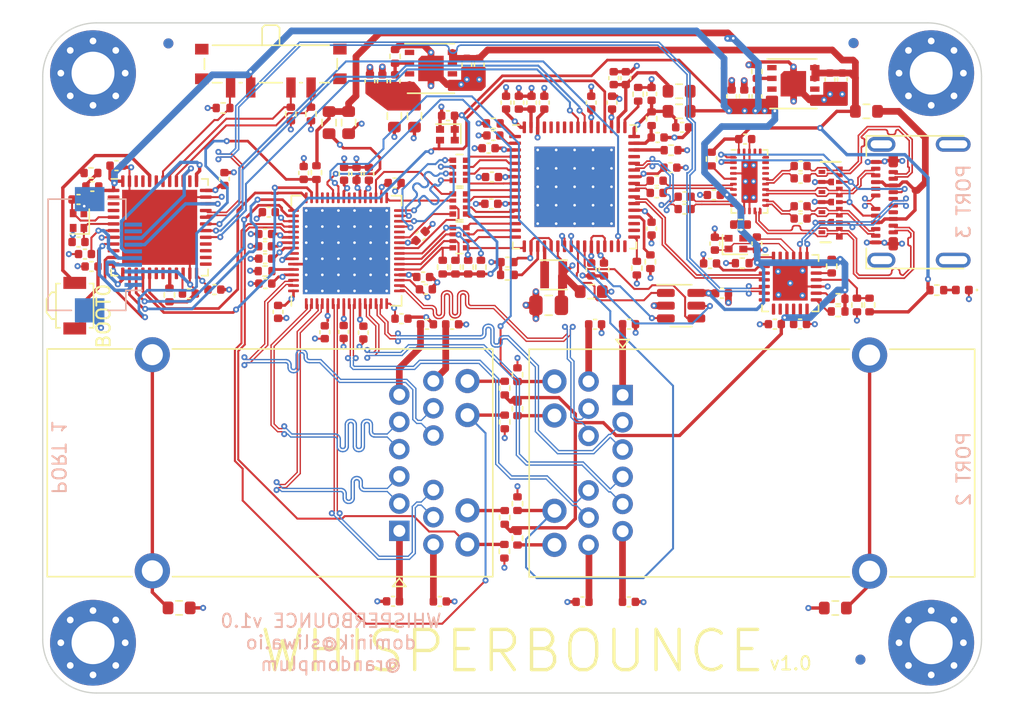
<source format=kicad_pcb>
(kicad_pcb (version 20201116) (generator pcbnew)
  (layers (0 "F.Cu" signal) (1 "In1.Cu" signal) (2 "In2.Cu" signal) (31 "B.Cu" signal) (34 "B.Paste" user) (35 "F.Paste" user) (36 "B.SilkS" user "B.Silkscreen") (37 "F.SilkS" user "F.Silkscreen") (38 "B.Mask" user) (39 "F.Mask" user) (44 "Edge.Cuts" user))
  (net 0 "")
  (net 1 "GND")
  (net 2 "+5V")
  (net 3 "Net-(C4-Pad2)")
  (net 4 "/USB-C/C_CTX1-")
  (net 5 "/USB-C/CTX1+")
  (net 6 "/USB-C/C_CTX2-")
  (net 7 "/USB-C/CTX2+")
  (net 8 "+3V3")
  (net 9 "/USB-C/C_CTX1+")
  (net 10 "/USB-C/CTX1-")
  (net 11 "/USB-C/C_CTX2+")
  (net 12 "/USB-C/CTX2-")
  (net 13 "/USB3_TX-")
  (net 14 "/USB-C/C_USB3_TX+")
  (net 15 "/USB3_RX-")
  (net 16 "/USB-C/C_USB3_RX+")
  (net 17 "/USB3_TX+")
  (net 18 "/USB-C/C_USB3_TX-")
  (net 19 "/USB3_RX+")
  (net 20 "Net-(C15-Pad2)")
  (net 21 "Net-(C16-Pad2)")
  (net 22 "Net-(C19-Pad1)")
  (net 23 "/USB ETH/V_{DDVARIO}")
  (net 24 "/USB ETH/V_{DD33A}")
  (net 25 "/USB ETH/V_{DD12A}")
  (net 26 "/USB ETH/V_{DD12}")
  (net 27 "Net-(C39-Pad1)")
  (net 28 "Net-(C40-Pad2)")
  (net 29 "Net-(C41-Pad1)")
  (net 30 "Net-(C49-Pad2)")
  (net 31 "Net-(C50-Pad2)")
  (net 32 "/controller/RST")
  (net 33 "Net-(C52-Pad2)")
  (net 34 "/ETH Switch/AV_{DDH}")
  (net 35 "/ETH Switch/DV_{DDL}")
  (net 36 "/ETH Switch/AV_{DDL}")
  (net 37 "/ETH Switch/V_{DDIO}")
  (net 38 "+1V2")
  (net 39 "Net-(C72-Pad1)")
  (net 40 "/~ETH_RST")
  (net 41 "Net-(C77-Pad2)")
  (net 42 "Net-(C78-Pad2)")
  (net 43 "Net-(C79-Pad2)")
  (net 44 "Net-(C80-Pad2)")
  (net 45 "Net-(C81-Pad2)")
  (net 46 "Net-(C82-Pad2)")
  (net 47 "Net-(C83-Pad2)")
  (net 48 "Net-(C84-Pad2)")
  (net 49 "Net-(D1-Pad2)")
  (net 50 "/USB-C/V_{BUS}")
  (net 51 "Net-(FB9-Pad2)")
  (net 52 "Net-(FB10-Pad2)")
  (net 53 "Net-(H1-Pad1)")
  (net 54 "Net-(H2-Pad1)")
  (net 55 "Net-(H3-Pad1)")
  (net 56 "Net-(H4-Pad1)")
  (net 57 "/USB-C/CRX1+")
  (net 58 "/USB-C/CRX1-")
  (net 59 "/UFP_USB2_D-")
  (net 60 "/UFP_USB2_D+")
  (net 61 "/USB-C/CC2")
  (net 62 "/USB-C/CRX2+")
  (net 63 "/USB-C/CRX2-")
  (net 64 "/USB-C/CC1")
  (net 65 "/controller/SWD_SWO")
  (net 66 "/controller/SWD_DIO")
  (net 67 "/controller/SWD_CLK")
  (net 68 "/controller/RX")
  (net 69 "/controller/TX")
  (net 70 "/ETH Switch/ETH0_C-")
  (net 71 "/ETH Switch/ETH0_C+")
  (net 72 "/ETH Switch/ETH0_B+")
  (net 73 "/ETH Switch/ETH0_B-")
  (net 74 "/ETH Switch/ETH0_D+")
  (net 75 "/ETH Switch/ETH0_D-")
  (net 76 "/ETH Switch/ETH0_A-")
  (net 77 "/ETH Switch/ETH0_A+")
  (net 78 "/ETH Switch/ETH0_LED1")
  (net 79 "Net-(J3-Pad14)")
  (net 80 "/ETH Switch/ETH0_LED0")
  (net 81 "Net-(J3-Pad16)")
  (net 82 "/ETH Switch/ETH1_C-")
  (net 83 "/ETH Switch/ETH1_C+")
  (net 84 "/ETH Switch/ETH1_B+")
  (net 85 "/ETH Switch/ETH1_B-")
  (net 86 "/ETH Switch/ETH1_D+")
  (net 87 "/ETH Switch/ETH1_D-")
  (net 88 "/ETH Switch/ETH1_A-")
  (net 89 "/ETH Switch/ETH1_A+")
  (net 90 "/ETH Switch/ETH1_LED1")
  (net 91 "Net-(J4-Pad14)")
  (net 92 "/ETH Switch/ETH1_LED0")
  (net 93 "Net-(J4-Pad16)")
  (net 94 "Net-(L1-Pad1)")
  (net 95 "Net-(R1-Pad1)")
  (net 96 "Net-(R3-Pad2)")
  (net 97 "Net-(R4-Pad2)")
  (net 98 "Net-(R5-Pad2)")
  (net 99 "Net-(R6-Pad2)")
  (net 100 "Net-(R7-Pad2)")
  (net 101 "Net-(R8-Pad2)")
  (net 102 "Net-(R11-Pad2)")
  (net 103 "Net-(R12-Pad2)")
  (net 104 "Net-(R13-Pad2)")
  (net 105 "Net-(R14-Pad2)")
  (net 106 "Net-(R15-Pad1)")
  (net 107 "Net-(R16-Pad1)")
  (net 108 "/controller/SW_A")
  (net 109 "/controller/SW_B")
  (net 110 "/controller/SW_C")
  (net 111 "Net-(R20-Pad1)")
  (net 112 "Net-(R21-Pad1)")
  (net 113 "/RXD0")
  (net 114 "/RXD1")
  (net 115 "/RXD2")
  (net 116 "/RXD3")
  (net 117 "Net-(R32-Pad1)")
  (net 118 "Net-(RN2-Pad5)")
  (net 119 "Net-(RN2-Pad6)")
  (net 120 "Net-(RN2-Pad8)")
  (net 121 "Net-(RN2-Pad7)")
  (net 122 "/TX_CTL")
  (net 123 "/RX_CTL")
  (net 124 "/TXC")
  (net 125 "/RX_CLK")
  (net 126 "Net-(RN4-Pad5)")
  (net 127 "Net-(RN4-Pad6)")
  (net 128 "Net-(RN4-Pad8)")
  (net 129 "Net-(RN4-Pad7)")
  (net 130 "/TXD3")
  (net 131 "/TXD1")
  (net 132 "/TXD2")
  (net 133 "/TXD0")
  (net 134 "/uC_USB_D+")
  (net 135 "/uC_USB_D-")
  (net 136 "/LAN_USB2_D+")
  (net 137 "/USB ETH/EEPROM_CS")
  (net 138 "Net-(U5-Pad4)")
  (net 139 "Net-(U5-Pad3)")
  (net 140 "Net-(U5-Pad1)")
  (net 141 "/LAN_MDC")
  (net 142 "/LAN_MDIO")
  (net 143 "/~LAN_PHY_INT")
  (net 144 "/ETH_SDI")
  (net 145 "/ETH_SDO")
  (net 146 "/ETH_SCL")
  (net 147 "/~ETH_SCS")
  (net 148 "/LAN_USB2_D-")
  (net 149 "Net-(RN3-Pad5)")
  (net 150 "Net-(RN3-Pad6)")
  (net 151 "Net-(RN3-Pad7)")
  (net 152 "Net-(RN3-Pad8)")
  (net 153 "/CLK_25M")
  (net 154 "/USB-C/C_USB3_RX-")
  (footprint "Capacitor_SMD:C_0402_1005Metric" (layer "F.Cu") (at 155.78 62.685 180)
    (fp_text reference "C13" hide)
    (fp_text value "0.1uF")
  )
  (footprint "Converter_DCDC:Converter_DCDC_Cyntec_MUN12AD01-SH" (layer "F.Cu") (at 138.95 53.4)
    (fp_text reference "U8" hide)
    (fp_text value "MUN12AD01-SH")
  )
  (footprint "Capacitor_SMD:C_0402_1005Metric" (layer "F.Cu") (at 160.04 62.84)
    (fp_text reference "C21" hide)
    (fp_text value "0.1uF")
  )
  (footprint "Capacitor_SMD:C_0402_1005Metric" (layer "F.Cu") (at 113.641578 68.176251 180)
    (fp_text reference "C47" hide)
    (fp_text value "0.1uF")
  )
  (footprint "Capacitor_SMD:C_0402_1005Metric" (layer "F.Cu") (at 151.19 72.49 180)
    (fp_text reference "C84" hide)
    (fp_text value "0.1uF")
  )
  (footprint "Resistor_SMD:R_0402_1005Metric" (layer "F.Cu") (at 130 56.8 -90)
    (fp_text reference "R17" hide)
    (fp_text value "10k")
  )
  (footprint "Capacitor_SMD:C_0402_1005Metric" (layer "F.Cu") (at 157.859999 62.97 180)
    (fp_text reference "C12" hide)
    (fp_text value "0.1uF")
  )
  (footprint "Resistor_SMD:R_0603_1608Metric" (layer "F.Cu") (at 150.9 70.05)
    (fp_text reference "FB4" hide)
    (fp_text value "100")
  )
  (footprint "Resistor_SMD:R_0603_1608Metric" (layer "F.Cu") (at 137.72 56.95 -90)
    (fp_text reference "FB6" hide)
    (fp_text value "220")
  )
  (footprint "Capacitor_SMD:C_0402_1005Metric" (layer "F.Cu") (at 156.8 60.8)
    (fp_text reference "C23" hide)
    (fp_text value "0.1uF")
  )
  (footprint "MountingHole:MountingHole_3.2mm_M3_Pad_Via" (layer "F.Cu") (at 113.75 53.75)
    (fp_text reference "H4" hide)
    (fp_text value "MountingHole_Pad")
  )
  (footprint "Resistor_SMD:R_0402_1005Metric" (layer "F.Cu") (at 128.5 56.8 -90)
    (fp_text reference "R18" hide)
    (fp_text value "10k")
  )
  (footprint "Capacitor_SMD:C_0402_1005Metric" (layer "F.Cu") (at 134.32 61.26 -90)
    (fp_text reference "C67" hide)
    (fp_text value "0.1uF")
  )
  (footprint "Resistor_SMD:R_0402_1005Metric" (layer "F.Cu") (at 126.58 68.52 180)
    (fp_text reference "R32" hide)
    (fp_text value "100k")
  )
  (footprint "Capacitor_SMD:C_0402_1005Metric" (layer "F.Cu") (at 133.4 61.26 -90)
    (fp_text reference "C62" hide)
    (fp_text value "0.1uF")
  )
  (footprint "Capacitor_SMD:C_0402_1005Metric" (layer "F.Cu") (at 126.59 67.59)
    (fp_text reference "C68" hide)
    (fp_text value "0.1uF")
  )
  (footprint "Capacitor_SMD:C_0402_1005Metric" (layer "F.Cu") (at 140.225 56.925)
    (fp_text reference "C76" hide)
    (fp_text value "0.1uF")
  )
  (footprint "Resistor_SMD:R_0402_1005Metric" (layer "F.Cu") (at 136.275 52.5 90)
    (fp_text reference "R22" hide)
    (fp_text value "100k")
  )
  (footprint "Capacitor_SMD:C_0402_1005Metric" (layer "F.Cu") (at 145.5 55.95 90)
    (fp_text reference "C42" hide)
    (fp_text value "1uF")
  )
  (footprint "LED_SMD:LED_0402_1005Metric" (layer "F.Cu") (at 178.57 69.93 180)
    (fp_text reference "D1" hide)
    (fp_text value "LED")
  )
  (footprint "Resistor_SMD:R_0402_1005Metric" (layer "F.Cu") (at 141.725 68.225 90)
    (fp_text reference "R29" hide)
    (fp_text value "4k7")
  )
  (footprint "Capacitor_SMD:C_0402_1005Metric" (layer "F.Cu") (at 143.6 58.4)
    (fp_text reference "C40" hide)
    (fp_text value "1uF/16V")
  )
  (footprint "Capacitor_SMD:C_0402_1005Metric" (layer "F.Cu") (at 166.51 63.68 180)
    (fp_text reference "C8" hide)
    (fp_text value "0.1uF")
  )
  (footprint "Capacitor_SMD:C_0402_1005Metric" (layer "F.Cu") (at 152.45 55.95 90)
    (fp_text reference "C35" hide)
    (fp_text value "0.1uF")
  )
  (footprint "Resistor_SMD:R_0402_1005Metric" (layer "F.Cu") (at 113.6 61.2)
    (fp_text reference "R20" hide)
    (fp_text value "10k")
  )
  (footprint "Oscillator:Oscillator_SMD_Abracon_ASCO-4Pin_1.6x1.2mm" (layer "F.Cu") (at 140.175 58.35 -90)
    (fp_text reference "X1" hide)
    (fp_text value "ASE-xxxMHz")
  )
  (footprint "Capacitor_SMD:C_0402_1005Metric" (layer "F.Cu") (at 134.4 54.345 -90)
    (fp_text reference "C74" hide)
    (fp_text value "0.1uF")
  )
  (footprint "Capacitor_SMD:C_0402_1005Metric" (layer "F.Cu") (at 120.9 70.2 180)
    (fp_text reference "C52" hide)
    (fp_text value "4.7uF")
  )
  (footprint "Resistor_SMD:R_0402_1005Metric" (layer "F.Cu") (at 145.4 88.45 -90)
    (fp_text reference "R35" hide)
    (fp_text value "1k")
  )
  (footprint "Capacitor_SMD:C_0402_1005Metric" (layer "F.Cu") (at 157.68 57.79)
    (fp_text reference "C37" hide)
    (fp_text value "10uF")
  )
  (footprint "Resistor_SMD:R_0402_1005Metric" (layer "F.Cu") (at 168.83 68.15 -90)
    (fp_text reference "R8" hide)
    (fp_text value "47k")
  )
  (footprint "Capacitor_SMD:C_0402_1005Metric" (layer "F.Cu") (at 157.86 63.89 180)
    (fp_text reference "C14" hide)
    (fp_text value "0.1uF")
  )
  (footprint "Capacitor_SMD:C_0402_1005Metric" (layer "F.Cu") (at 150.9 68.4 -90)
    (fp_text reference "C33" hide)
    (fp_text value "0.1uF")
  )
  (footprint "Capacitor_SMD:C_0402_1005Metric" (layer "F.Cu") (at 169.62 54.22 90)
    (fp_text reference "C2" hide)
    (fp_text value "10uF")
  )
  (footprint "Custom:UDFN-18-3EP_5.5x1.5mm_P0.5mm_EP0.5x0.5mm" (layer "F.Cu") (at 168.75 63.37 90)
    (fp_text reference "U3" hide)
    (fp_text value "MG2040")
  )
  (footprint "Package_DFN_QFN:QFN-48-1EP_7x7mm_P0.5mm_EP5.6x5.6mm" (layer "F.Cu") (at 118.72 65.25)
    (fp_text reference "U7" hide)
    (fp_text value "STM32F401CBUx")
  )
  (footprint "Capacitor_SMD:C_0402_1005Metric" (layer "F.Cu") (at 150.25 93.2)
    (fp_text reference "C81" hide)
    (fp_text value "0.1uF")
  )
  (footprint "Resistor_SMD:R_0402_1005Metric" (layer "F.Cu") (at 176.67 69.94)
    (fp_text reference "R37" hide)
    (fp_text value "10k")
  )
  (footprint "Capacitor_SMD:C_0402_1005Metric" (layer "F.Cu") (at 138.65 72.49 180)
    (fp_text reference "C78" hide)
    (fp_text value "0.1uF")
  )
  (footprint "Capacitor_SMD:C_0402_1005Metric" (layer "F.Cu") (at 112.67 63.175 180)
    (fp_text reference "C49" hide)
    (fp_text value "12pF")
  )
  (footprint "Capacitor_SMD:C_0402_1005Metric" (layer "F.Cu") (at 146.45 55.95 90)
    (fp_text reference "C41" hide)
    (fp_text value "10nF")
  )
  (footprint "Capacitor_SMD:C_0402_1005Metric" (layer "F.Cu") (at 144.65 67.85 180)
    (fp_text reference "C32" hide)
    (fp_text value "0.1uF")
  )
  (footprint "Resistor_SMD:R_0402_1005Metric" (layer "F.Cu") (at 155.4 57.15 -90)
    (fp_text reference "R10" hide)
    (fp_text value "10k")
  )
  (footprint "Capacitor_SMD:C_0402_1005Metric" (layer "F.Cu") (at 112.67 66.35)
    (fp_text reference "C50" hide)
    (fp_text value "12pF")
  )
  (footprint "Resistor_SMD:R_0603_1608Metric" (layer "F.Cu") (at 131.35 57.44 -90)
    (fp_text reference "FB8" hide)
    (fp_text value "220")
  )
  (footprint "Capacitor_SMD:C_0402_1005Metric" (layer "F.Cu") (at 162.38 58.67)
    (fp_text reference "C1" hide)
    (fp_text value "0.1uF")
  )
  (footprint "Oscillator:Oscillator_SMD_Abracon_ASCO-4Pin_1.6x1.2mm" (layer "F.Cu") (at 112.67 64.75 180)
    (fp_text reference "Y2" hide)
    (fp_text value "24MHz")
  )
  (footprint "Capacitor_SMD:C_0402_1005Metric" (layer "F.Cu") (at 143.5 61.5 180)
    (fp_text reference "C25" hide)
    (fp_text value "0.1uF")
  )
  (footprint "Resistor_SMD:R_0402_1005Metric" (layer "F.Cu") (at 154.3 68.3 -90)
    (fp_text reference "R15" hide)
    (fp_text value "10k")
  )
  (footprint "Fiducial:Fiducial_0.75mm_Mask1.5mm" (layer "F.Cu") (at 170.47 51.51)
    (fp_text reference "FID2" hide)
    (fp_text value "Fiducial")
  )
  (footprint "Capacitor_SMD:C_0402_1005Metric" (layer "F.Cu") (at 123.55 61.65 90)
    (fp_text reference "C48" hide)
    (fp_text value "4.7uF")
  )
  (footprint "Resistor_SMD:R_0402_1005Metric" (layer "F.Cu") (at 144.45 86.9 90)
    (fp_text reference "R34" hide)
    (fp_text value "1k")
  )
  (footprint "Capacitor_SMD:C_0402_1005Metric" (layer "F.Cu") (at 122.8 69.9)
    (fp_text reference "C46" hide)
    (fp_text value "0.1uF")
  )
  (footprint "Capacitor_SMD:C_0402_1005Metric" (layer "F.Cu") (at 126.86 64.12)
    (fp_text reference "C60" hide)
    (fp_text value "0.1uF")
  )
  (footprint "Capacitor_SMD:C_0402_1005Metric" (layer "F.Cu") (at 144.55 55.95 90)
    (fp_text reference "C36" hide)
    (fp_text value "0.1uF")
  )
  (footprint "Capacitor_SMD:C_0402_1005Metric" (layer "F.Cu") (at 166.51 64.6 180)
    (fp_text reference "C5" hide)
    (fp_text value "0.1uF")
  )
  (footprint "Resistor_SMD:R_0402_1005Metric" (layer "F.Cu") (at 139.825 68.225 90)
    (fp_text reference "R31" hide)
    (fp_text value "4k7")
  )
  (footprint "Capacitor_SMD:C_0402_1005Metric" (layer "F.Cu") (at 138.57 69.88 180)
    (fp_text reference "C63" hide)
    (fp_text value "0.1uF")
  )
  (footprint "Inductor_SMD:L_Taiyo-Yuden_MD-2020" (layer "F.Cu") (at 148.1 68.8)
    (fp_text reference "L1" hide)
    (fp_text value "3u3")
  )
  (footprint "Capacitor_SMD:C_0402_1005Metric" (layer "F.Cu") (at 143.45 63.5 180)
    (fp_text reference "C29" hide)
    (fp_text value "0.1uF")
  )
  (footprint "Resistor_SMD:R_0402_1005Metric" (layer "F.Cu") (at 162.03 65.05 180)
    (fp_text reference "R7" hide)
    (fp_text value "200k")
  )
  (footprint "Capacitor_SMD:C_0402_1005Metric" (layer "F.Cu") (at 129.46 61.195 -90)
    (fp_text reference "C75" hide)
    (fp_text value "0.1uF")
  )
  (footprint "Resistor_SMD:R_0402_1005Metric" (layer "F.Cu") (at 154.4 55.325 -90)
    (fp_text reference "R11" hide)
    (fp_text value "12k")
  )
  (footprint "Capacitor_SMD:C_0402_1005Metric" (layer "F.Cu") (at 115.5 60.65)
    (fp_text reference "C45" hide)
    (fp_text value "0.1uF")
  )
  (footprint "Custom:WQFP-30-1EP_4.6x2.6mm_P0.4mm_EP3.2x1.2mm" (layer "F.Cu") (at 162.7 61.83)
    (fp_text reference "U2" hide)
    (fp_text value "HD3SS3220")
  )
  (footprint "Capacitor_SMD:C_0402_1005Metric" (layer "F.Cu") (at 138.37 68.96 180)
    (fp_text reference "C71" hide)
    (fp_text value "0.1uF")
  )
  (footprint "Capacitor_SMD:C_0402_1005Metric" (layer "F.Cu") (at 113.7 62.2 180)
    (fp_text reference "C44" hide)
    (fp_text value "0.1uF")
  )
  (footprint "Capacitor_SMD:C_0402_1005Metric" (layer "F.Cu") (at 138.175 65.9 -135)
    (fp_text reference "C64" hide)
    (fp_text value "0.1uF")
  )
  (footprint "Capacitor_SMD:C_0402_1005Metric" (layer "F.Cu") (at 153.71 93.2 180)
    (fp_text reference "C82" hide)
    (fp_text value "0.1uF")
  )
  (footprint "Package_DFN_QFN:QFN-64-1EP_8x8mm_P0.4mm_EP6.5x6.5mm_ThermalVias" (layer "F.Cu") (at 132.65 67 90)
    (fp_text reference "U9" hide)
    (fp_text value "KSZ9893RNX")
  )
  (footprint "Resistor_SMD:R_Array_Convex_4x0402" (layer "F.Cu") (at 141.08 61)
    (fp_text reference "RN4" hide)
    (fp_text value "10")
  )
  (footprint "Resistor_SMD:R_0402_1005Metric" (layer "F.Cu") (at 123.45 56.35 180)
    (fp_text reference "R19" hide)
    (fp_text value "10k")
  )
  (footprint "Resistor_SMD:R_Array_Convex_4x0402" (layer "F.Cu") (at 141.08 66.03)
    (fp_text reference "RN2" hide)
    (fp_text value "10")
  )
  (footprint "Resistor_SMD:R_Array_Convex_4x0402" (layer "F.Cu") (at 141.08 63.51)
    (fp_text reference "RN3" hide)
    (fp_text value "10")
  )
  (footprint "Capacitor_SMD:C_0402_1005Metric" (layer "F.Cu") (at 166.51 61.6 180)
    (fp_text reference "C6" hide)
    (fp_text value "0.1uF")
  )
  (footprint "Capacitor_SMD:C_0402_1005Metric" (layer "F.Cu") (at 166.51 60.68 180)
    (fp_text reference "C9" hide)
    (fp_text value "0.1uF")
  )
  (footprint "Oscillator:Oscillator_SMD_Abracon_ASCO-4Pin_1.6x1.2mm" (layer "F.Cu") (at 161.69 66.47 90)
    (fp_text reference "Y1" hide)
    (fp_text value "24MHz")
  )
  (footprint "Resistor_SMD:R_0402_1005Metric" (layer "F.Cu") (at 171.65 71.05 -90)
    (fp_text reference "R1" hide)
    (fp_text value "100k")
  )
  (footprint "Capacitor_SMD:C_0402_1005Metric" (layer "F.Cu") (at 160.12 66.47 -90)
    (fp_text reference "C15" hide)
    (fp_text value "6pF")
  )
  (footprint "Capacitor_SMD:C_0402_1005Metric" (layer "F.Cu") (at 133.91 73.11 90)
    (fp_text reference "C57" hide)
    (fp_text value "0.1uF")
  )
  (footprint "Capacitor_SMD:C_0402_1005Metric" (layer "F.Cu") (at 136.75 72.07 180)
    (fp_text reference "C69" hide)
    (fp_text value "0.1uF")
  )
  (footprint "Resistor_SMD:R_0402_1005Metric" (layer "F.Cu") (at 144.65 68.8 180)
    (fp_text reference "R16" hide)
    (fp_text value "10k")
  )
  (footprint "Capacitor_SMD:C_0402_1005Metric" (layer "F.Cu") (at 132.44 73.06 90)
    (fp_text reference "C54" hide)
    (fp_text value "0.1uF")
  )
  (footprint "Resistor_SMD:R_0603_1608Metric" (layer "F.Cu") (at 169.1 93.66)
    (fp_text reference "FB10" hide)
    (fp_text value "220")
  )
  (footprint "Capacitor_SMD:C_0402_1005Metric" (layer "F.Cu") (at 155.4 65.35 -90)
    (fp_text reference "C30" hide)
    (fp_text value "0.1uF")
  )
  (footprint "Capacitor_SMD:C_0402_1005Metric" (layer "F.Cu") (at 127.55 71.56 90)
    (fp_text reference "C61" hide)
    (fp_text value "0.1uF")
  )
  (footprint "Package_DFN_QFN:QFN-64-1EP_9x9mm_P0.5mm_EP6x6mm_ThermalVias" (layer "F.Cu") (at 149.66 62.23)
    (fp_text reference "U6" hide)
    (fp_text value "LAN7801")
  )
  (footprint "Capacitor_SMD:C_0402_1005Metric" (layer "F.Cu") (at 163.25 55.48 -90)
    (fp_text reference "C19" hide)
    (fp_text value "0.1nF")
  )
  (footprint "Package_DFN_QFN:QFN-24-1EP_4x4mm_P0.5mm_EP2.6x2.6mm" (layer "F.Cu") (at 165.74 69.42)
    (fp_text reference "U4" hide)
    (fp_text value "USB2422")
  )
  (footprint "Capacitor_SMD:C_0402_1005Metric" (layer "F.Cu") (at 141.625 53.125 90)
    (fp_text reference "C55" hide)
    (fp_text value "0.1uF")
  )
  (footprint "Capacitor_SMD:C_0402_1005Metric" (layer "F.Cu") (at 139.61 93.17 180)
    (fp_text reference "C80" hide)
    (fp_text value "0.1uF")
  )
  (footprint "Capacitor_SMD:C_0402_1005Metric" (layer "F.Cu") (at 132.47 61.26 -90)
    (fp_text reference "C65" hide)
    (fp_text value "0.1uF")
  )
  (footprint "Capacitor_SMD:C_0402_1005Metric" (layer "F.Cu") (at 136.24 61.94 180)
    (fp_text reference "C70" hide)
    (fp_text value "0.1uF")
  )
  (footprint "Resistor_SMD:R_0402_1005Metric" (layer "F.Cu") (at 142.675 68.225 90)
    (fp_text reference "R28" hide)
    (fp_text value "4k7")
  )
  (footprint "Resistor_SMD:R_0402_1005Metric" (layer "F.Cu") (at 145.4 76.25 -90)
    (fp_text reference "R27" hide)
    (fp_text value "4k7")
  )
  (footprint "MountingHole:MountingHole_3.2mm_M3_Pad_Via" (layer "F.Cu") (at 176.25 53.75)
    (fp_text reference "H1" hide)
    (fp_text value "MountingHole_Pad")
  )
  (footprint "Capacitor_SMD:C_0402_1005Metric" (layer "F.Cu") (at 135.325 54.35 -90)
    (fp_text reference "C73" hide)
    (fp_text value "10uF")
  )
  (footprint "Fiducial:Fiducial_0.75mm_Mask1.5mm" (layer "F.Cu") (at 119.37 51.53)
    (fp_text reference "FID1" hide)
    (fp_text value "Fiducial")
  )
  (footprint "Resistor_SMD:R_0402_1005Metric" (layer "F.Cu") (at 145.4 78.8 -90)
    (fp_text reference "R36" hide)
    (fp_text value "1k")
  )
  (footprint "Fiducial:Fiducial_0.75mm_Mask1.5mm" (layer "F.Cu") (at 170.97 97.51)
    (fp_text reference "FID3" hide)
    (fp_text value "Fiducial")
  )
  (footprint "Capacitor_SMD:C_0805_2012Metric" (layer "F.Cu") (at 147.725 71.075 180)
    (fp_text reference "C43" hide)
    (fp_text value "22uF")
  )
  (footprint "Resistor_SMD:R_0603_1608Metric" (layer "F.Cu") (at 171.42 56.6 180)
    (fp_text reference "FB2" hide)
    (fp_text value "1k@100MHz")
  )
  (footprint "Resistor_SMD:R_0402_1005Metric" (layer "F.Cu") (at 155.31 67.82 90)
    (fp_text reference "R12" hide)
    (fp_text value "10k")
  )
  (footprint "Capacitor_SMD:C_0402_1005Metric" (layer "F.Cu") (at 136.12 93.16)
    (fp_text reference "C79" hide)
    (fp_text value "0.1uF")
  )
  (footprint "Capacitor_SMD:C_0402_1005Metric" (layer "F.Cu") (at 143.25 59.35 180)
    (fp_text reference "C20" hide)
    (fp_text value "0.1uF")
  )
  (footprint "Capacitor_SMD:C_0402_1005Metric" (layer "F.Cu") (at 161.37 55.48 -90)
    (fp_text reference "C7" hide)
    (fp_text value "10uF")
  )
  (footprint "Capacitor_SMD:C_0402_1005Metric" (layer "F.Cu") (at 164.59 72.48 180)
    (fp_text reference "C17" hide)
    (fp_text value "1uF")
  )
  (footprint "Resistor_SMD:R_0402_1005Metric" (layer "F.Cu") (at 170.71 71.05 90)
    (fp_text reference "R2" hide)
    (fp_text value "100k")
  )
  (footprint "Package_TO_SOT_SMD:SOT-23-6" (layer "F.Cu") (at 157.6 71.1)
    (fp_text reference "U5" hide)
    (fp_text value "93AAxxAT-xOT")
  )
  (footprint "Resistor_SMD:R_0402_1005Metric" (layer "F.Cu") (at 140.775 68.225 90)
    (fp_text reference "R30" hide)
    (fp_text value "4k7")
  )
  (footprint "Resistor_SMD:R_0402_1005Metric" (layer "F.Cu") (at 119.45 70.3 -90)
    (fp_text reference "R21" hide)
    (fp_text value "10k")
  )
  (footprint "Custom:USB_C_Receptacle_Molex_1054500101" (layer "F.Cu") (at 172.53 63.38 90)
    (fp_text reference "J1" hide)
    (fp_text value "USB_C_Receptacle")
  )
  (footprint "Resistor_SMD:R_0402_1005Metric" (layer "F.Cu") (at 169.31 70.59 180)
    (fp_text reference "R5" hide)
    (fp_text value "47k")
  )
  (footprint "Capacitor_SMD:C_0402_1005Metric" (layer "F.Cu") (at 153.475 54.125 90)
    (fp_text reference "C22" hide)
    (fp_text value "0.1uF")
  )
  (footprint "Capacitor_SMD:C_0402_1005Metric" (layer "F.Cu") (at 163.25 66.46 90)
    (fp_text reference "C4" hide)
    (fp_text value "6pF")
  )
  (footprint "MountingHole:MountingHole_3.2mm_M3_Pad_Via" (layer "F.Cu") (at 176.25 96.25)
    (fp_text reference "H3" hide)
    (fp_text value "MountingHole_Pad")
  )
  (footprint "Capacitor_SMD:C_0402_1005Metric" (layer "F.Cu") (at 126.6 69.45)
    (fp_text reference "C59" hide)
    (fp_text value "0.1uF")
  )
  (footprint "Capacitor_SMD:C_0402_1005Metric" (layer "F.Cu") (at 160.65 70.175)
    (fp_text reference "C38" hide)
    (fp_text value "0.1uF")
  )
  (footprint "Capacitor_SMD:C_0402_1005Metric" (layer "F.Cu") (at 152.575 54.125 90)
    (fp_text reference "C26" hide)
    (fp_text value "10nF")
  )
  (footprint "Capacitor_SMD:C_0402_1005Metric" (layer "F.Cu") (at 136.275 54.35 -90)
    (fp_text reference "C72" hide)
    (fp_text value "0.1nF")
  )
  (footprint "Capacitor_SMD:C_0402_1005Metric" (layer "F.Cu") (at 168.7 54.22 90)
    (fp_text reference "C3" hide)
    (fp_text value "0.1uF")
  )
  (footprint "Resistor_SMD:R_0603_1608Metric" (layer "F.Cu") (at 136.22 56.95 -90)
    (fp_text reference "FB7" hide)
    (fp_text value "220")
  )
  (footprint "Capacitor_SMD:C_0402_1005Metric" (layer "F.Cu") (at 155.78 61.775 180)
    (fp_text reference "C11" hide)
    (fp_text value "0.1uF")
  )
  (footprint "Resistor_SMD:R_0603_1608Metric" (layer "F.Cu") (at 132.81 57.44 -90)
    (fp_text reference "FB5" hide)
    (fp_text value "220")
  )
  (footprint "Resistor_SMD:R_0402_1005Metric" (layer "F.Cu") (at 130.41 61.17 90)
    (fp_text reference "R23" hide)
    (fp_text value "10k")
  )
  (footprint "Capacitor_SMD:C_0402_1005Metric" (layer "F.Cu") (at 131.03 73.08 90)
    (fp_text reference "C66" hide)
    (fp_text value "0.1uF")
  )
  (footprint "Capacitor_SMD:C_0402_1005Metric" (layer "F.Cu") (at 147.4 55.95 90)
    (fp_text reference "C27" hide)
    (fp_text value "0.1uF")
  )
  (footprint "Capacitor_SMD:C_0402_1005Metric" (layer "F.Cu") (at 155.85 58.55)
    (fp_text reference "C39" hide)
    (fp_text value "0.1uF")
  )
  (footprint "Capacitor_SMD:C_0402_1005Metric" (layer "F.Cu") (at 150.9 55.95 90)
    (fp_text reference "C24" hide)
    (fp_text value "0.1uF")
  )
  (footprint "Capacitor_SMD:C_0402_1005Metric" (layer "F.Cu") (at 162.31 55.48 -90)
    (fp_text reference "C10" hide)
    (fp_text value "0.1uF")
  )
  (footprint "Converter_DCDC:Converter_DCDC_Cyntec_MUN12AD01-SH" (layer "F.Cu") (at 165.97 54.54)
    (fp_text reference "U1" hide)
    (fp_text value "MUN12AD01-SH")
  )
  (footprint "Resistor_SMD:R_0402_1005Metric" (layer "F.Cu") (at 144.45 79.775 90)
    (fp_text reference "R24" hide)
    (fp_text value "4k7")
  )
  (footprint "Capacitor_SMD:C_0402_1005Metric" (layer "F.Cu") (at 113.15 67.25)
    (fp_text reference "C51" hide)
    (fp_text value "0.1uF")
  )
  (footprint "Resistor_SMD:R_0603_1608Metric" (layer "F.Cu") (at 157.45 55.1 180)
    (fp_text reference "FB3" hide)
    (fp_text value "100")
  )
  (footprint "Connector_RJ:RJ45_Pulse_JK0654219NL_Horizontal" (layer "F.Cu") (at 136.59 87.9 180)
    (fp_text reference "J3" hide)
    (fp_text value "JK0654219")
  )
  (footprint "Resistor_SMD:R_0402_1005Metric" (layer "F.Cu") (at 144.45 77.25 90)
    (fp_text reference "R33" hide)
    (fp_text value "1k")
  )
  (footprint "Capacitor_SMD:C_0402_1005Metric" (layer "F.Cu") (at 126.58 66.67)
    (fp_text reference "C56" hide)
    (fp_text value "0.1uF")
  )
  (footprint "Resistor_SMD:R_0603_1608Metric" (layer "F.Cu") (at 120.17 93.65 180)
    (fp_text reference "FB9" hide)
    (fp_text value "220")
  )
  (footprint "Connector_RJ:RJ45_Pulse_JK0654219NL_Horizontal" (layer "F.Cu") (at 153.24 77.77)
    (fp_text reference "J4" hide)
    (fp_text value "JK0654219")
  )
  (footprint "Resistor_SMD:R_0402_1005Metric" (layer "F.Cu") (at 163.25 53.63 90)
    (fp_text reference "R9" hide)
    (fp_text value "22k1")
  )
  (footprint "Capacitor_SMD:C_0402_1005Metric" (layer "F.Cu") (at 140.53 72.49 180)
    (fp_text reference "C77" hide)
    (fp_text value "0.1uF")
  )
  (footprint "Resistor_SMD:R_0402_1005Metric" (layer "F.Cu") (at 145.4 85.875 -90)
    (fp_text reference "R26" hide)
    (fp_text value "4k7")
  )
  (footprint "Capacitor_SMD:C_0402_1005Metric" (layer "F.Cu") (at 142.55 53.125 90)
    (fp_text reference "C53" hide)
    (fp_text value "10uF")
  )
  (footprint "Capacitor_SMD:C_0402_1005Metric" (layer "F.Cu") (at 159.76 67.95 180)
    (fp_text reference "C18" hide)
    (fp_text value "0.1uF")
  )
  (footprint "MountingHole:MountingHole_3.2mm_M3_Pad_Via" (layer "F.Cu") (at 113.75 96.25)
    (fp_text reference "H2" hide)
    (fp_text value "MountingHole_Pad")
  )
  (footprint "Capacitor_SMD:C_0402_1005Metric" (layer "F.Cu") (at 151.85 68.4 -90)
    (fp_text reference "C28" hide)
    (fp_text value "0.1uF")
  )
  (footprint "Capacitor_SMD:C_0402_1005Metric" (layer "F.Cu") (at 166.47 72.47 180)
    (fp_text reference "C16" hide)
    (fp_text value "1uF")
  )
  (footprint "Resistor_SMD:R_0402_1005Metric" (layer "F.Cu") (at 144.425 89.425 90)
    (fp_text reference "R25" hide)
    (fp_text value "DNI")
  )
  (footprint "Resistor_SMD:R_0402_1005Metric" (layer "F.Cu") (at 162.16 67.93)
    (fp_text reference "R3" hide)
    (fp_text value "12k")
  )
  (footprint "Resistor_SMD:R_0603_1608Metric" (layer "F.Cu") (at 157.45 56.6 180)
    (fp_text reference "FB1" hide)
    (fp_text value "100")
  )
  (footprint "Button_Switch_SMD:SW_SPST_B3U-3000P" (layer "F.Cu") (at 112.39 71.1 90)
    (fp_text reference "SW2" hide)
    (fp_text value "SW_Push")
  )
  (footprint "Capacitor_SMD:C_0402_1005Metric" (layer "F.Cu") (at 155.4 55.3 90)
    (fp_text reference "C34" hide)
    (fp_text value "0.1uF")
  )
  (footprint "Resistor_SMD:R_0402_1005Metric" (layer "F.Cu") (at 169.31 71.53 180)
    (fp_text reference "R4" hide)
    (fp_text value "47k")
  )
  (footprint "Button_Switch_SMD:SW_SP3T_PCM13" (layer "F.Cu") (at 127.01 53.39 180)
    (fp_text reference "SW1" hide)
    (fp_text value "SW_SP3T")
  )
  (footprint "Resistor_SMD:R_0402_1005Metric" (layer "F.Cu") (at 156.85 59.5 180)
    (fp_text reference "R13" hide)
    (fp_text value "10k")
  )
  (footprint "Capacitor_SMD:C_0402_1005Metric" (layer "F.Cu") (at 126.59 65.75)
    (fp_text reference "C58" hide)
    (fp_text value "0.1uF")
  )
  (footprint "Resistor_SMD:R_0402_1005Metric" (layer "F.Cu") (at 159.87 60.16 -90)
    (fp_text reference "R6" hide)
    (fp_text value "900k")
  )
  (footprint "Resistor_SMD:R_0402_1005Metric" (layer "F.Cu") (at 143.6 57.5)
    (fp_text reference "R14" hide)
    (fp_text value "2K")
  )
  (footprint "Capacitor_SMD:C_0402_1005Metric" (layer "F.Cu") (at 153.72 72.48 180)
    (fp_text reference "C83" hide)
    (fp_text value "0.1uF")
  )
  (footprint "Fiducial:Fiducial_0.75mm_Mask1.5mm" (layer "B.Cu") (at 119.37 51.53 180)
    (fp_text reference "FID4" hide)
    (fp_text value "Fiducial")
  )
  (footprint "Fiducial:Fiducial_0.75mm_Mask1.5mm" (layer "B.Cu") (at 170.45 51.5 180)
    (fp_text reference "FID6" hide)
    (fp_text value "Fiducial")
  )
  (footprint "Connector_FFC-FPC:Hirose_FH12-10S-0.5SH_1x10-1MP_P0.50mm_Horizontal" (layer "B.Cu") (at 114.9 67.3 90)
    (fp_text reference "J2" hide)
    (fp_text value "Debug connector")
  )
  (footprint "Fiducial:Fiducial_0.75mm_Mask1.5mm" (layer "B.Cu") (at 170.97 97.51 180)
    (fp_text reference "FID5" hide)
    (fp_text value "Fiducial")
  )
  (gr_arc (start 176 53.999998) (end 176 50) (angle 90) (layer "Edge.Cuts") (width 0.1))
  (gr_line (start 114 50) (end 176 50) (layer "Edge.Cuts") (width 0.1))
  (gr_arc (start 176.000002 96) (end 180 96) (angle 90) (layer "Edge.Cuts") (width 0.1))
  (gr_arc (start 114 96.000002) (end 114 100) (angle 90) (layer "Edge.Cuts") (width 0.1))
  (gr_line (start 180 54) (end 180 96) (layer "Edge.Cuts") (width 0.1))
  (gr_line (start 114 100) (end 176 100) (layer "Edge.Cuts") (width 0.1))
  (gr_arc (start 113.999998 54) (end 110 54) (angle 90) (layer "Edge.Cuts") (width 0.1))
  (gr_line (start 110 54) (end 110 96) (layer "Edge.Cuts") (width 0.1))
  (gr_text "PORT 2" (at 178.67 83.29 90) (layer "B.SilkS") (effects (font (size 1 1)) (justify mirror)))
  (gr_text "PORT 3" (at 178.67 63.33 90) (layer "B.SilkS") (effects (font (size 1 1)) (justify mirror)))
  (gr_text "WHISPERBOUNCE v1.0\ndominik@sliwa.io\n@randomplum" (at 131.49 96.23) (layer "B.SilkS") (effects (font (size 1 1)) (justify mirror)))
  (gr_text "PORT 1" (at 111.17 82.41 270) (layer "B.SilkS") (effects (font (size 1 1)) (justify mirror)))
  (gr_text "v1.0" (at 165.77 97.79) (layer "F.SilkS") (effects (font (size 1 1))))
  (gr_text "BOOT0" (at 114.54 71.88 90) (layer "F.SilkS") (effects (font (size 1 1))))
  (gr_text "WHISPERBOUNCE" (at 145.02 96.88) (layer "F.SilkS") (effects (font (size 3 3) (thickness 0.25))))
  (segment (start 172.11 66.38) (end 172.74 66.38) (width 0.25) (layer "F.Cu") (net 1))
  (segment (start 116.595 60.775) (end 116.105 60.775) (width 0.25) (layer "F.Cu") (net 1))
  (segment (start 140.09 93.17) (end 140.71 93.17) (width 0.25) (layer "F.Cu") (net 1))
  (segment (start 154.78 93.2) (end 154.8 93.22) (width 0.25) (layer "F.Cu") (net 1))
  (segment (start 159.56 62.84) (end 159.02 62.84) (width 0.12) (layer "F.Cu") (net 1))
  (segment (start 154.405 54.82) (end 154.4 54.815) (width 0.2) (layer "F.Cu") (net 1))
  (segment (start 168.1 63.37) (end 167.589849 63.37) (width 0.25) (layer "F.Cu") (net 1))
  (segment (start 115.2825 66) (end 117.97 66) (width 0.15) (layer "F.Cu") (net 1))
  (segment (start 144.14 67.88) (end 144.17 67.85) (width 0.25) (layer "F.Cu") (net 1))
  (segment (start 144.17 67.85) (end 143.45 67.85) (width 0.25) (layer "F.Cu") (net 1))
  (segment (start 140.55 54.6) (end 140.15 54.6) (width 0.5) (layer "F.Cu") (net 1))
  (segment (start 161.37 54.3) (end 161.38 54.29) (width 0.5) (layer "F.Cu") (net 1))
  (segment (start 164.11 72.48) (end 163.48 72.48) (width 0.2) (layer "F.Cu") (net 1))
  (segment (start 157.28 60.8) (end 157.95 60.8) (width 0.2) (layer "F.Cu") (net 1))
  (segment (start 151.85 68.88) (end 150.9 68.88) (width 0.25) (layer "F.Cu") (net 1))
  (segment (start 162.66 53.12) (end 162.64 53.14) (width 0.5) (layer "F.Cu") (net 1))
  (segment (start 172.11 60.38) (end 172.73 60.38) (width 0.25) (layer "F.Cu") (net 1))
  (segment (start 162.7 59.63) (end 162.7 60.33) (width 0.15) (layer "F.Cu") (net 1))
  (segment (start 170.71 71.56) (end 170.71 72.21) (width 0.15) (layer "F.Cu") (net 1))
  (segment (start 128.5 57.31) (end 128.5 57.95) (width 0.15) (layer "F.Cu") (net 1))
  (segment (start 145.5 55.47) (end 146.45 55.47) (width 0.25) (layer "F.Cu") (net 1))
  (segment (start 167.6775 69.67) (end 168.53 69.67) (width 0.15) (layer "F.Cu") (net 1))
  (segment (start 137.34501 71.95499) (end 138.59499 71.95499) (width 0.25) (layer "F.Cu") (net 1))
  (segment (start 165.74 69.41) (end 166.66 68.49) (width 0.15) (layer "F.Cu") (net 1))
  (segment (start 125.51 66.67) (end 125.49 66.65) (width 0.2) (layer "F.Cu") (net 1))
  (segment (start 141.57 72.49) (end 141.58 72.5) (width 0.25) (layer "F.Cu") (net 1))
  (segment (start 161.13 70.175) (end 161.13 70.87) (width 0.5) (layer "F.Cu") (net 1))
  (segment (start 163.25 66.94) (end 163.86 66.94) (width 0.2) (layer "F.Cu") (net 1))
  (segment (start 126.38 64.12) (end 126.38 64.18) (width 0.2) (layer "F.Cu") (net 1))
  (segment (start 142.77 59.35) (end 142.2 59.35) (width 0.25) (layer "F.Cu") (net 1))
  (segment (start 146.775 71.075) (end 146.05 71.075) (width 0.5) (layer "F.Cu") (net 1))
  (segment (start 129.46 60.1) (end 129.47 60.09) (width 0.2) (layer "F.Cu") (net 1))
  (segment (start 132.44 74.16) (end 132.43 74.17) (width 0.15) (layer "F.Cu") (net 1))
  (segment (start 167.59 61.87) (end 167.58 61.88) (width 0.25) (layer "F.Cu") (net 1))
  (segment (start 126.07 68.52) (end 125.5 68.52) (width 0.2) (layer "F.Cu") (net 1))
  (segment (start 161.13 70.87) (end 161.125 70.875) (width 0.5) (layer "F.Cu") (net 1))
  (segment (start 130 57.31) (end 130 57.95) (width 0.15) (layer "F.Cu") (net 1))
  (segment (start 112.27 65.3) (end 112.27 65.8) (width 0.15) (layer "F.Cu") (net 1))
  (segment (start 131.03 73.56) (end 130.31 73.56) (width 0.15) (layer "F.Cu") (net 1))
  (segment (start 138.399999 51.649999) (end 136.615001 51.649999) (width 0.5) (layer "F.Cu") (net 1))
  (segment (start 139.02 68.96) (end 139.42 69.36) (width 0.25) (layer "F.Cu") (net 1))
  (segment (start 136.72 62.11) (end 136.28 62.55) (width 0.2) (layer "F.Cu") (net 1))
  (segment (start 120.97 63) (end 122.1575 63) (width 0.15) (layer "F.Cu") (net 1))
  (segment (start 135.64 93.16) (end 134.95 93.16) (width 0.25) (layer "F.Cu") (net 1))
  (segment (start 144.55 55.47) (end 144.55 54.8) (width 0.25) (layer "F.Cu") (net 1))
  (segment (start 172.11 66.38) (end 171.46 66.38) (width 0.25) (layer "F.Cu") (net 1))
  (segment (start 155.4 54.82) (end 155.4 54.2) (width 0.25) (layer "F.Cu") (net 1))
  (segment (start 116.47 61.8125) (end 116.47 60.9) (width 0.15) (layer "F.Cu") (net 1))
  (segment (start 135.325 53.87) (end 135.325 53.275) (width 0.5) (layer "F.Cu") (net 1))
  (segment (start 167.6775 69.67) (end 165.99 69.67) (width 0.15) (layer "F.Cu") (net 1))
  (segment (start 156.4625 71.1) (end 155.575 71.1) (width 0.5) (layer "F.Cu") (net 1))
  (segment (start 123.28 69.9) (end 123.9 69.9) (width 0.25) (layer "F.Cu") (net 1))
  (segment (start 168.7 54.7) (end 168.7 55.31) (width 0.5) (layer "F.Cu") (net 1))
  (segment (start 122.94 56.35) (end 122.3 56.35) (width 0.15) (layer "F.Cu") (net 1))
  (segment (start 139.13 72.489429) (end 138.595225 71.954654) (width 0.25) (layer "F.Cu") (net 1))
  (segment (start 163.25 53.12) (end 162.66 53.12) (width 0.5) (layer "F.Cu") (net 1))
  (segment (start 162.7 59.63) (end 162.7 58.83) (width 0.12) (layer "F.Cu") (net 1))
  (segment (start 167.17 55.74) (end 165.97 54.54) (width 0.5) (layer "F.Cu") (net 1))
  (segment (start 141.01 72.49) (end 141.57 72.49) (width 0.25) (layer "F.Cu") (net 1))
  (segment (start 153.475 53.645) (end 152.575 53.645) (width 0.25) (layer "F.Cu") (net 1))
  (segment (start 120.995 93.65) (end 121.96 93.65) (width 0.25) (layer "F.Cu") (net 1))
  (segment (start 168.75 61.87) (end 168.1 61.87) (width 0.25) (layer "F.Cu") (net 1))
  (segment (start 121.38 69.91) (end 120.995 69.525) (width 0.15) (layer "F.Cu") (net 1))
  (segment (start 127.55 72.04) (end 128.15 72.04) (width 0.2) (layer "F.Cu") (net 1))
  (segment (start 157.71 58.55) (end 157.1 58.55) (width 0.25) (layer "F.Cu") (net 1))
  (segment (start 146.775 71.075) (end 146.775 72.075) (width 0.5) (layer "F.Cu") (net 1))
  (segment (start 136.72 61.94) (end 136.72 62.11) (width 0.2) (layer "F.Cu") (net 1))
  (segment (start 165.74 69.43) (end 166.65 70.34) (width 0.15) (layer "F.Cu") (net 1))
  (segment (start 118.72 65.25) (end 120.97 63) (width 0.15) (layer "F.Cu") (net 1))
  (segment (start 162.3 59.63) (end 162.3 60.53) (width 0.15) (layer "F.Cu") (net 1))
  (segment (start 168.75 63.37) (end 168.1 63.37) (width 0.25) (layer "F.Cu") (net 1))
  (segment (start 171.46 66.38) (end 171.45 66.39) (width 0.25) (layer "F.Cu") (net 1))
  (segment (start 141.625 53.605) (end 141.625 54.225) (width 0.5) (layer "F.Cu") (net 1))
  (segment (start 165.74 69.42) (end 165.7 69.42) (width 0.15) (layer "F.Cu") (net 1))
  (segment (start 172.73 60.38) (end 172.78 60.33) (width 0.25) (layer "F.Cu") (net 1))
  (segment (start 160.12 65.99) (end 160.12 65.35) (width 0.2) (layer "F.Cu") (net 1))
  (segment (start 138.85 68.96) (end 139.02 68.96) (width 0.25) (layer "F.Cu") (net 1))
  (segment (start 149.77 93.2) (end 149.13 93.2) (width 0.25) (layer "F.Cu") (net 1))
  (segment (start 168.275 93.66) (end 167.09 93.66) (width 0.25) (layer "F.Cu") (net 1))
  (segment (start 120.77 70.81) (end 121.38 70.2) (width 0.25) (layer "F.Cu") (net 1))
  (segment (start 146.45 55.47) (end 146.45 54.85) (width 0.25) (layer "F.Cu") (net 1))
  (segment (start 179.055 69.93) (end 179.055 70.605) (width 0.15) (layer "F.Cu") (net 1))
  (segment (start 138.95 53.4) (end 138.95 54.7) (width 0.5) (layer "F.Cu") (net 1))
  (segment (start 112.19 65.88) (end 112.245 65.825) (width 0.15) (layer "F.Cu") (net 1))
  (segment (start 162.3 63.13) (end 162.4 63.03) (width 0.15) (layer "F.Cu") (net 1))
  (segment (start 112.626251 68.176251) (end 112.6 68.15) (width 0.15) (layer "F.Cu") (net 1))
  (segment (start 132.47 60.78) (end 133.4 60.78) (width 0.2) (layer "F.Cu") (net 1))
  (segment (start 120.97 68.6875) (end 120.97 69.5) (width 0.15) (layer "F.Cu") (net 1))
  (segment (start 126.38 64.18) (end 125.95 64.61) (width 0.2) (layer "F.Cu") (net 1))
  (segment (start 179.055 70.605) (end 179.06 70.61) (width 0.15) (layer "F.Cu") (net 1))
  (segment (start 137.23 72.07) (end 137.34501 71.95499) (width 0.25) (layer "F.Cu") (net 1))
  (segment (start 130.31 73.56) (end 130.3 73.55) (width 0.15) (layer "F.Cu") (net 1))
  (segment (start 167.57 55.74) (end 168.26 55.74) (width 0.5) (layer "F.Cu") (net 1))
  (segment (start 142.97 63.5) (end 142.3 63.5) (width 0.25) (layer "F.Cu") (net 1))
  (segment (start 142.515686 61.5) (end 142.507843 61.507843) (width 0.25) (layer "F.Cu") (net 1))
  (segment (start 113.22 63.105) (end 113.15 63.175) (width 0.25) (layer "F.Cu") (net 1))
  (segment (start 139.13 72.49) (end 139.13 72.489429) (width 0.25) (layer "F.Cu") (net 1))
  (segment (start 153.855 53.645) (end 154.3 53.2) (width 0.25) (layer "F.Cu") (net 1))
  (segment (start 139.745 56.27) (end 139.725 56.25) (width 0.25) (layer "F.Cu") (net 1))
  (segment (start 168.1 61.87) (end 167.59 61.87) (width 0.25) (layer "F.Cu") (net 1))
  (segment (start 157.36 59.5) (end 158.05 59.5) (width 0.25) (layer "F.Cu") (net 1))
  (segment (start 165.74 69.42) (end 165.74 69.43) (width 0.15) (layer "F.Cu") (net 1))
  (segment (start 172.74 66.38) (end 172.76 66.4) (width 0.25) (layer "F.Cu") (net 1))
  (segment (start 113.15 62.27) (end 113.22 62.2) (width 0.25) (layer "F.Cu") (net 1))
  (segment (start 112.19 66.35) (end 112.19 65.88) (width 0.15) (layer "F.Cu") (net 1))
  (segment (start 126.11 65.75) (end 125.52 65.75) (width 0.2) (layer "F.Cu") (net 1))
  (segment (start 165.74 69.42) (end 165.74 69.41) (width 0.15) (layer "F.Cu") (net 1))
  (segment (start 116.47 60.9) (end 116.595 60.775) (width 0.15) (layer "F.Cu") (net 1))
  (segment (start 145.4 75.74) (end 145.4 75) (width 0.15) (layer "F.Cu") (net 1))
  (segment (start 116.47 63) (end 116.47 61.8125) (width 0.15) (layer "F.Cu") (net 1))
  (segment (start 162.7 60.33) (end 163 60.63) (width 0.15) (layer "F.Cu") (net 1))
  (segment (start 132.47 60.78) (end 132.47 60.12) (width 0.2) (layer "F.Cu") (net 1))
  (segment (start 159.28 67.28) (end 159.26 67.26) (width 0.2) (layer "F.Cu") (net 1))
  (segment (start 138.95 52.2) (end 138.399999 51.649999) (width 0.5) (layer "F.Cu") (net 1))
  (segment (start 131.65 68) (end 132.65 67) (width 0.2) (layer "F.Cu") (net 1))
  (segment (start 162.1 61.23) (end 162.7 61.83) (width 0.15) (layer "F.Cu") (net 1))
  (segment (start 134.4 53.865) (end 134.4 53.3) (width 0.5) (layer "F.Cu") (net 1))
  (segment (start 139.625 57.95) (end 139.625 57.045) (width 0.25) (layer "F.Cu") (net 1))
  (segment (start 113.15 63.62) (end 113.095 63.675) (width 0.15) (layer "F.Cu") (net 1))
  (segment (start 149.13 93.2) (end 149.12 93.21) (width 0.25) (layer "F.Cu") (net 1))
  (segment (start 167.57 55.74) (end 167.17 55.74) (width 0.5) (layer "F.Cu") (net 1))
  (segment (start 168.7 55.31) (end 168.71 55.32) (width 0.5) (layer "F.Cu") (net 1))
  (segment (start 147.4 55.47) (end 147.4 54.85) (width 0.25) (layer "F.Cu") (net 1))
  (segment (start 161.65 67.93) (end 160.96 67.93) (width 0.15) (layer "F.Cu") (net 1))
  (segment (start 113.07 63.7) (end 113.095 63.675) (width 0.15) (layer "F.Cu") (net 1))
  (segment (start 120.97 69.5) (end 120.995 69.525) (width 0.15) (layer "F.Cu") (net 1))
  (segment (start 152.795 55.47) (end 153 55.675) (width 0.25) (layer "F.Cu") (net 1))
  (segment (start 140.55 54.6) (end 141.2 54.6) (width 0.5) (layer "F.Cu") (net 1))
  (segment (start 165.614999 52.914999) (end 165.98 53.28) (width 0.25) (layer "F.Cu") (net 1))
  (segment (start 144.425 89.935) (end 144.425 90.65) (width 0.15) (layer "F.Cu") (net 1))
  (segment (start 173.42 66.48) (end 174.06 66.48) (width 0.25) (layer "F.Cu") (net 1))
  (segment (start 155.4 54.82) (end 154.405 54.82) (width 0.2) (layer "F.Cu") (net 1))
  (segment (start 138.59499 71.95499) (end 139.13 72.49) (width 0.25) (layer "F.Cu") (net 1))
  (segment (start 166.95 72.47) (end 167.56 72.47) (width 0.15) (layer "F.Cu") (net 1))
  (segment (start 126.11 67.59) (end 125.51 67.59) (width 0.2) (layer "F.Cu") (net 1))
  (segment (start 117.97 66) (end 118.72 65.25) (width 0.15) (layer "F.Cu") (net 1))
  (segment (start 145.5 55.47) (end 145.5 54.85) (width 0.25) (layer "F.Cu") (net 1))
  (segment (start 154.2 72.48) (end 154.2 73.11) (width 0.25) (layer "F.Cu") (net 1))
  (segment (start 165.99 69.67) (end 165.74 69.42) (width 0.15) (layer "F.Cu") (net 1))
  (segment (start 126.1 66.67) (end 125.51 66.67) (width 0.2) (layer "F.Cu") (net 1))
  (segment (start 152.45 55.47) (end 152.795 55.47) (width 0.25) (layer "F.Cu") (net 1))
  (segment (start 145.4 85.365) (end 145.4 84.575) (width 0.15) (layer "F.Cu") (net 1))
  (segment (start 158.16 58.1) (end 157.71 58.55) (width 0.25) (layer "F.Cu") (net 1))
  (segment (start 165.74 69.42) (end 165.73 69.42) (width 0.15) (layer "F.Cu") (net 1))
  (segment (start 121.38 70.2) (end 121.38 69.91) (width 0.15) (layer "F.Cu") (net 1))
  (segment (start 113.22 62.2) (end 113.22 62.09) (width 0.25) (layer "F.Cu") (net 1))
  (segment (start 113.15 63.175) (end 113.15 63.62) (width 0.15) (layer "F.Cu") (net 1))
  (segment (start 150.9 55.47) (end 150.9 54.75) (width 0.25) (layer "F.Cu") (net 1))
  (segment (start 144.14 68.8) (end 144.14 67.88) (width 0.25) (layer "F.Cu") (net 1))
  (segment (start 115.2825 66) (end 114.42 66) (width 0.15) (layer "F.Cu") (net 1))
  (segment (start 167.589849 63.37) (end 167.564529 63.34468) (width 0.25) (layer "F.Cu") (net 1))
  (segment (start 112.67 67.25) (end 111.95 67.25) (width 0.15) (layer "F.Cu") (net 1))
  (segment (start 155.4 65.83) (end 155.4 66.44) (width 0.25) (layer "F.Cu") (net 1))
  (segment (start 139.05 69.88) (end 139.05 69.73) (width 0.25) (layer "F.Cu") (net 1))
  (segment (start 114.42 66) (end 114.395 66.025) (width 0.15) (layer "F.Cu") (net 1))
  (segment (start 162.3 64.03) (end 162.3 63.13) (width 0.15) (layer "F.Cu") (net 1))
  (segment (start 118.72 65.25) (end 116.47 63) (width 0.15) (layer "F.Cu") (net 1))
  (segment (start 129.46 60.715) (end 129.46 60.1) (width 0.2) (layer "F.Cu") (net 1))
  (segment (start 160.2 66.07) (end 160.12 65.99) (width 0.2) (layer "F.Cu") (net 1))
  (segment (start 163.455001 52.914999) (end 165.614999 52.914999) (width 0.25) (layer "F.Cu") (net 1))
  (segment (start 162.31 54.31) (end 162.3 54.3) (width 0.5) (layer "F.Cu") (net 1))
  (segment (start 138.514411 65.560589) (end 139.075 65) (width 0.2) (layer "F.Cu") (net 1))
  (segment (start 120.97 68.6875) (end 120.97 67.5) (width 0.15) (layer "F.Cu") (net 1))
  (segment (start 128.15 72.04) (end 128.17 72.02) (width 0.2) (layer "F.Cu") (net 1))
  (segment (start 123.55 61.17) (end 124.23 61.17) (width 0.25) (layer "F.Cu") (net 1))
  (segment (start 162.7 64.03) (end 162.7 61.83) (width 0.15) (layer "F.Cu") (net 1))
  (segment (start 173.42 66.48) (end 172.84 66.48) (width 0.25) (layer "F.Cu") (net 1))
  (segment (start 155.31 69.02) (end 155.32 69.03) (width 0.2) (layer "F.Cu") (net 1))
  (segment (start 162.31 55) (end 162.31 54.31) (width 0.5) (layer "F.Cu") (net 1))
  (segment (start 162.24 66.87) (end 163.18 66.87) (width 0.2) (layer "F.Cu") (net 1))
  (segment (start 159.28 67.95) (end 159.28 67.28) (width 0.2) (layer "F.Cu") (net 1))
  (segment (start 161.14 66.07) (end 160.2 66.07) (width 0.2) (layer "F.Cu") (net 1))
  (segment (start 124.23 61.17) (end 124.25 61.15) (width 0.25) (layer "F.Cu") (net 1))
  (segment (start 143.12 58.4) (end 142.5 58.4) (width 0.25) (layer "F.Cu") (net 1))
  (segment (start 160.96 67.93) (end 160.95 67.92) (width 0.15) (layer "F.Cu") (net 1))
  (segment (start 113.161578 68.176251) (end 112.626251 68.176251) (width 0.15) (layer "F.Cu") (net 1))
  (segment (start 163.86 66.94) (end 163.87 66.93) (width 0.2) (layer "F.Cu") (net 1))
  (segment (start 167.56 72.47) (end 167.57 72.48) (width 0.15) (layer "F.Cu") (net 1))
  (segment (start 150.9 68.88) (end 150.28 68.88) (width 0.25) (layer "F.Cu") (net 1))
  (segment (start 132.47 60.12) (end 132.48 60.11) (width 0.2) (layer "F.Cu") (net 1))
  (segment (start 165.73 69.42) (end 164.86 70.29) (width 0.15) (layer "F.Cu") (net 1))
  (segment (start 169.62 54.7) (end 169.62 55.32) (width 0.5) (layer "F.Cu") (net 1))
  (segment (start 155.4 66.44) (end 155.39 66.45) (width 0.25) (layer "F.Cu") (net 1))
  (segment (start 112.27 65.8) (end 112.245 65.825) (width 0.15) (layer "F.Cu") (net 1))
  (segment (start 113.07 64.2) (end 113.07 63.7) (width 0.15) (layer "F.Cu") (net 1))
  (segment (start 156.33 58.55) (end 157.1 58.55) (width 0.25) (layer "F.Cu") (net 1))
  (segment (start 125.51 67.59) (end 125.5 67.6) (width 0.2) (layer "F.Cu") (net 1))
  (segment (start 113.15 63.175) (end 113.15 62.27) (width 0.25) (layer "F.Cu") (net 1))
  (segment (start 134.32 60.78) (end 133.4 60.78) (width 0.2) (layer "F.Cu") (net 1))
  (segment (start 113.22 62.09) (end 114.11 61.2) (width 0.25) (layer "F.Cu") (net 1))
  (segment (start 172.83 60.28) (end 172.78 60.33) (width 0.25) (layer "F.Cu") (net 1))
  (segment (start 162.7 58.83) (end 162.86 58.67) (width 0.12) (layer "F.Cu") (net 1))
  (segment (start 163.48 72.48) (end 163.47 72.49) (width 0.2) (layer "F.Cu") (net 1))
  (segment (start 172.11 60.38) (end 171.52 60.38) (width 0.25) (layer "F.Cu") (net 1))
  (segment (start 146.05 71.075) (end 146.025 71.05) (width 0.5) (layer "F.Cu") (net 1))
  (segment (start 125.5 68.52) (end 125.47 68.49) (width 0.2) (layer "F.Cu") (net 1))
  (segment (start 138.95 53.4) (end 138.95 52.2) (width 0.5) (layer "F.Cu") (net 1))
  (segment (start 140.15 54.6) (end 138.95 53.4) (width 0.5) (layer "F.Cu") (net 1))
  (segment (start 165.99 55.85) (end 165.99 54.56) (width 0.5) (layer "F.Cu") (net 1))
  (segment (start 150.28 68.88) (end 150.25 68.85) (width 0.25) (layer "F.Cu") (net 1))
  (segment (start 155.31 68.33) (end 155.31 69.02) (width 0.2) (layer "F.Cu") (net 1))
  (segment (start 159.02 62.84) (end 159.01 62.83) (width 0.12) (layer "F.Cu") (net 1))
  (segment (start 165.7 69.42) (end 164.83 68.55) (width 0.15) (layer "F.Cu") (net 1))
  (segment (start 133.4 60.78) (end 133.4 60.13) (width 0.2) (layer "F.Cu") (net 1))
  (segment (start 172.84 66.48) (end 172.76 66.4) (width 0.25) (layer "F.Cu") (net 1))
  (segment (start 133.91 73.87) (end 133.62 74.16) (width 0.15) (layer "F.Cu") (net 1))
  (segment (start 116.105 60.775) (end 115.98 60.65) (width 0.25) (layer "F.Cu") (net 1))
  (segment (start 165.98 54.53) (end 165.97 54.54) (width 0.5) (layer "F.Cu") (net 1))
  (segment (start 125.52 69.45) (end 125.51 69.46) (width 0.2) (layer "F.Cu") (net 1))
  (segment (start 123.32 63) (end 123.345 62.975) (width 0.15) (layer "F.Cu") (net 1))
  (segment (start 139.625 57.045) (end 139.745 56.925) (width 0.25) (layer "F.Cu") (net 1))
  (segment (start 173.42 60.28) (end 172.83 60.28) (width 0.25) (layer "F.Cu") (net 1))
  (segment (start 119.45 70.81) (end 120.77 70.81) (width 0.25) (layer "F.Cu") (net 1))
  (segment (start 143.09 57.5) (end 142.5 57.5) (width 0.25) (layer "F.Cu") (net 1))
  (segment (start 133.4 60.13) (end 133.39 60.12) (width 0.2) (layer "F.Cu") (net 1))
  (segment (start 153.475 53.645) (end 153.855 53.645) (width 0.25) (layer "F.Cu") (net 1))
  (segment (start 142.55 53.605) (end 142.55 54.225) (width 0.5) (layer "F.Cu") (net 1))
  (segment (start 173.42 60.28) (end 174.07 60.28) (width 0.25) (layer "F.Cu") (net 1))
  (segment (start 163.25 53.12) (end 163.455001 52.914999) (width 0.25) (layer "F.Cu") (net 1))
  (segment (start 165.98 53.28) (end 165.98 54.53) (width 0.5) (layer "F.Cu") (net 1))
  (segment (start 126.12 69.45) (end 125.52 69.45) (width 0.2) (layer "F.Cu") (net 1))
  (segment (start 133.91 73.59) (end 133.91 73.87) (width 0.15) (layer "F.Cu") (net 1))
  (segment (start 151.67 72.49) (end 151.67 73.14) (width 0.25) (layer "F.Cu") (net 1))
  (segment (start 139.745 56.925) (end 139.745 56.27) (width 0.25) (layer "F.Cu") (net 1))
  (segment (start 136.615001 51.649999) (end 136.275 51.99) (width 0.5) (layer "F.Cu") (net 1))
  (segment (start 162.3 60.53) (end 162.4 60.63) (width 0.15) (layer "F.Cu") (net 1))
  (segment (start 174.07 60.28) (end 174.09 60.3) (width 0.25) (layer "F.Cu") (net 1))
  (segment (start 143.02 61.5) (end 142.515686 61.5) (width 0.25) (layer "F.Cu") (net 1))
  (segment (start 163.18 66.87) (end 163.25 66.94) (width 0.2) (layer "F.Cu") (net 1))
  (segment (start 160.12 65.35) (end 160.11 65.34) (width 0.2) (layer "F.Cu") (net 1))
  (segment (start 165.99 54.56) (end 165.97 54.54) (width 0.5) (layer "F.Cu") (net 1))
  (segment (start 122.1575 63) (end 123.32 63) (width 0.15) (layer "F.Cu") (net 1))
  (segment (start 128.7 68) (end 131.65 68) (width 0.2) (layer "F.Cu") (net 1))
  (segment (start 146.775 71.075) (end 146.775 70.05) (width 0.5) (layer "F.Cu") (net 1))
  (segment (start 161.5 61.23) (end 162.1 61.23) (width 0.15) (layer "F.Cu") (net 1))
  (segment (start 139.05 69.73) (end 139.42 69.36) (width 0.25) (layer "F.Cu") (net 1))
  (segment (start 174.06 66.48) (end 174.07 66.47) (width 0.25) (layer "F.Cu") (net 1))
  (segment (start 144.45 80.285) (end 144.45 80.975) (width 0.15) (layer "F.Cu") (net 1))
  (segment (start 132.44 73.54) (end 132.44 74.16) (width 0.15) (layer "F.Cu") (net 1))
  (segment (start 161.37 55) (end 161.37 54.3) (width 0.5) (layer "F.Cu") (net 1))
  (segment (start 154.2 73.11) (end 154.21 73.12) (width 0.25) (layer "F.Cu") (net 1))
  (segment (start 154.19 93.2) (end 154.78 93.2) (width 0.25) (layer "F.Cu") (net 1))
  (segment (start 120.97 67.5) (end 118.72 65.25) (width 0.15) (layer "F.Cu") (net 1))
  (segment (start 158.16 57.79) (end 158.16 58.1) (width 0.25) (layer "F.Cu") (net 1))
  (via (at 141.58 72.5) (size 0.45) (drill 0.2) (layers "F.Cu" "B.Cu") (net 1))
  (via (at 165.74 69.42) (size 0.45) (drill 0.2) (layers "F.Cu" "B.Cu") (net 1))
  (via (at 166.65 70.34) (size 0.45) (drill 0.2) (layers "F.Cu" "B.Cu") (net 1))
  (via (at 150.9 54.75) (size 0.45) (drill 0.2) (layers "F.Cu" "B.Cu") (net 1))
  (via (at 163.47 72.49) (size 0.45) (drill 0.2) (layers "F.Cu" "B.Cu") (net 1))
  (via (at 142.2 59.35) (size 0.45) (drill 0.2) (layers "F.Cu" "B.Cu") (net 1))
  (via (at 171.45 66.39) (size 0.45) (drill 0.2) (layers "F.Cu" "B.Cu") (net 1))
  (via (at 144.425 90.65) (size 0.45) (drill 0.2) (layers "F.Cu" "B.Cu") (net 1))
  (via (at 143.45 67.85) (size 0.45) (drill 0.2) (layers "F.Cu" "B.Cu") (net 1))
  (via (at 111.95 67.25) (size 0.45) (drill 0.2) (layers "F.Cu" "B.Cu") (net 1))
  (via (at 167.564529 63.34468) (size 0.45) (drill 0.2) (layers "F.Cu" "B.Cu") (net 1))
  (via (at 146.775 72.075) (size 0.45) (drill 0.2) (layers "F.Cu" "B.Cu") (net 1))
  (via (at 154.21 73.12) (size 0.45) (drill 0.2) (layers "F.Cu" "B.Cu") (net 1))
  (via (at 125.47 68.49) (size 0.45) (drill 0.2) (layers "F.Cu" "B.Cu") (net 1))
  (via (at 141.2 54.6) (size 0.45) (drill 0.2) (layers "F.Cu" "B.Cu") (net 1))
  (via (at 130 57.95) (size 0.45) (drill 0.2) (layers "F.Cu" "B.Cu") (net 1))
  (via (at 155.39 66.45) (size 0.45) (drill 0.2) (layers "F.Cu" "B.Cu") (net 1))
  (via (at 146.45 54.85) (size 0.45) (drill 0.2) (layers "F.Cu" "B.Cu") (net 1))
  (via (at 138.595225 71.954654) (size 0.45) (drill 0.2) (layers "F.Cu" "B.Cu") (net 1))
  (via (at 159.01 62.83) (size 0.45) (drill 0.2) (layers "F.Cu" "B.Cu") (net 1))
  (via (at 139.725 56.25) (size 0.45) (drill 0.2) (layers "F.Cu" "B.Cu") (net 1))
  (via (at 114.35 72.75) (size 0.45) (drill 0.2) (layers "F.Cu" "B.Cu") (net 1))
  (via (at 165.98 53.28) (size 0.45) (drill 0.2) (layers "F.Cu" "B.Cu") (net 1))
  (via (at 162.64 53.14) (size 0.45) (drill 0.2) (layers "F.Cu" "B.Cu") (net 1))
  (via (at 155.575 71.1) (size 0.45) (drill 0.2) (layers "F.Cu" "B.Cu") (net 1))
  (via (at 146.025 71.05) (size 0.45) (drill 0.2) (layers "F.Cu" "B.Cu") (net 1))
  (via (at 125.5 67.6) (size 0.45) (drill 0.2) (layers "F.Cu" "B.Cu") (net 1))
  (via (at 150.25 68.85) (size 0.45) (drill 0.2) (layers "F.Cu" "B.Cu") (net 1))
  (via (at 174.09 60.3) (size 0.45) (drill 0.2) (layers "F.Cu" "B.Cu") (net 1))
  (via (at 145.4 84.575) (size 0.45) (drill 0.2) (layers "F.Cu" "B.Cu") (net 1))
  (via (at 145.4 75) (size 0.45) (drill 0.2) (layers "F.Cu" "B.Cu") (net 1))
  (via (at 168.71 55.32) (size 0.45) (drill 0.2) (layers "F.Cu" "B.Cu") (net 1))
  (via (at 155.32 69.03) (size 0.45) (drill 0.2) (layers "F.Cu" "B.Cu") (net 1))
  (via (at 113.095 63.675) (size 0.45) (drill 0.2) (layers "F.Cu" "B.Cu") (net 1))
  (via (at 144.45 80.975) (size 0.45) (drill 0.2) (layers "F.Cu" "B.Cu") (net 1))
  (via (at 154.8 93.22) (size 0.45) (drill 0.2) (layers "F.Cu" "B.Cu") (net 1))
  (via (at 128.17 72.02) (size 0.45) (drill 0.2) (layers "F.Cu" "B.Cu") (net 1))
  (via (at 125.52 65.75) (size 0.45) (drill 0.2) (layers "F.Cu" "B.Cu") (net 1))
  (via (at 179.06 70.61) (size 0.45) (drill 0.2) (layers "F.Cu" "B.Cu") (net 1))
  (via (at 146.775 70.05) (size 0.45) (drill 0.2) (layers "F.Cu" "B.Cu") (net 1))
  (via (at 130.3 73.55) (size 0.45) (drill 0.2) (layers "F.Cu" "B.Cu") (net 1))
  (via (at 133.39 60.12) (size 0.45) (drill 0.2) (layers "F.Cu" "B.Cu") (net 1))
  (via (at 123.9 69.9) (size 0.45) (drill 0.2) (layers "F.Cu" "B.Cu") (net 1))
  (via (at 172.78 60.33) (size 0.45) (drill 0.2) (layers "F.Cu" "B.Cu") (net 1))
  (via (at 136.28 62.55) (size 0.45) (drill 0.2) (layers "F.Cu" "B.Cu") (net 1))
  (via (at 164.86 70.29) (size 0.45) (drill 0.2) (layers "F.Cu" "B.Cu") (net 1))
  (via (at 161.125 70.875) (size 0.45) (drill 0.2) (layers "F.Cu" "B.Cu") (net 1))
  (via (at 122.3 56.35) (size 0.45) (drill 0.2) (layers "F.Cu" "B.Cu") (net 1))
  (via (at 160.95 67.92) (size 0.45) (drill 0.2) (layers "F.Cu" "B.Cu") (net 1))
  (via (at 142.507843 61.507843) (size 0.45) (drill 0.2) (layers "F.Cu" "B.Cu") (net 1))
  (via (at 154.3 53.2) (size 0.45) (drill 0.2) (layers "F.Cu" "B.Cu") (net 1))
  (via (at 158.05 59.5) (size 0.45) (drill 0.2) (layers "F.Cu" "B.Cu") (net 1))
  (via (at 134.4 53.3) (size 0.45) (drill 0.2) (layers "F.Cu" "B.Cu") (net 1))
  (via (at 170.71 72.21) (size 0.45) (drill 0.2) (layers "F.Cu" "B.Cu") (net 1))
  (via (at 139.42 69.36) (size 0.45) (drill 0.2) (layers "F.Cu" "B.Cu") (net 1))
  (via (at 157.1 58.55) (size 0.45) (drill 0.2) (layers "F.Cu" "B.Cu") (net 1))
  (via (at 151.67 73.14) (size 0.45) (drill 0.2) (layers "F.Cu" "B.Cu") (net 1))
  (via (at 139.075 65) (size 0.45) (drill 0.2) (layers "F.Cu" "B.Cu") (net 1))
  (via (at 123.345 62.975) (size 0.45) (drill 0.2) (layers "F.Cu" "B.Cu") (net 1))
  (via (at 116.595 60.775) (size 0.45) (drill 0.2) (layers "F.Cu" "B.Cu") (net 1))
  (via (at 153 55.675) (size 0.45) (drill 0.2) (layers "F.Cu" "B.Cu") (net 1))
  (via (at 142.5 58.4) (size 0.45) (drill 0.2) (layers "F.Cu" "B.Cu") (net 1))
  (via (at 120.995 69.525) (size 0.45) (drill 0.2) (layers "F.Cu" "B.Cu") (net 1))
  (via (at 167.09 93.66) (size 0.45) (drill 0.2) (layers "F.Cu" "B.Cu") (net 1))
  (via (at 134.95 93.16) (size 0.45) (drill 0.2) (layers "F.Cu" "B.Cu") (net 1))
  (via (at 132.48 60.11) (size 0.45) (drill 0.2) (layers "F.Cu" "B.Cu") (net 1))
  (via (at 168.26 55.74) (size 0.45) (drill 0.2) (layers "F.Cu" "B.Cu") (net 1))
  (via (at 174.07 66.47) (size 0.45) (drill 0.2) (layers "F.Cu" "B.Cu") (net 1))
  (via (at 167.57 72.48) (size 0.45) (drill 0.2) (layers "F.Cu" "B.Cu") (net 1))
  (via (at 165.99 55.85) (size 0.45) (drill 0.2) (layers "F.Cu" "B.Cu") (net 1))
  (via (at 141.625 54.225) (size 0.45) (drill 0.2) (layers "F.Cu" "B.Cu") (net 1))
  (via (at 132.43 74.17) (size 0.45) (drill 0.2) (layers "F.Cu" "B.Cu") (net 1))
  (via (at 163.87 66.93) (size 0.45) (drill 0.2) (layers "F.Cu" "B.Cu") (net 1))
  (via (at 162.3 54.3) (size 0.45) (drill 0.2) (layers "F.Cu" "B.Cu") (net 1))
  (via (at 128.5 57.95) (size 0.45) (drill 0.2) (layers "F.Cu" "B.Cu") (net 1))
  (via (at 149.12 93.21) (size 0.45) (drill 0.2) (layers "F.Cu" "B.Cu") (net 1))
  (via (at 159.26 67.26) (size 0.45) (drill 0.2) (layers "F.Cu" "B.Cu") (net 1))
  (via (at 142.5 57.5) (size 0.45) (drill 0.2) (layers "F.Cu" "B.Cu") (net 1))
  (via (at 167.58 61.88) (size 0.45) (drill 0.2) (layers "F.Cu" "B.Cu") (net 1))
  (via (at 161.38 54.29) (size 0.45) (drill 0.2) (layers "F.Cu" "B.Cu") (net 1))
  (via (at 160.11 65.34) (size 0.45) (drill 0.2) (layers "F.Cu" "B.Cu") (net 1))
  (via (at 168.53 69.67) (size 0.45) (drill 0.2) (layers "F.Cu" "B.Cu") (net 1))
  (via (at 145.5 54.85) (size 0.45) (drill 0.2) (layers "F.Cu" "B.Cu") (net 1))
  (via (at 142.3 63.5) (size 0.45) (drill 0.2) (layers "F.Cu" "B.Cu") (net 1))
  (via (at 171.52 60.38) (size 0.45) (drill 0.2) (layers "F.Cu" "B.Cu") (net 1))
  (via (at 112.245 65.825) (size 0.45) (drill 0.2) (layers "F.Cu" "B.Cu") (net 1))
  (via (at 121.96 93.65) (size 0.45) (drill 0.2) (layers "F.Cu" "B.Cu") (net 1))
  (via (at 155.4 54.2) (size 0.45) (drill 0.2) (layers "F.Cu" "B.Cu") (net 1))
  (via (at 112.6 68.15) (size 0.45) (drill 0.2) (layers "F.Cu" "B.Cu") (net 1))
  (via (at 133.62 74.16) (size 0.45) (drill 0.2) (layers "F.Cu" "B.Cu") (net 1))
  (via (at 157.95 60.8) (size 0.45) (drill 0.2) (layers "F.Cu" "B.Cu") (net 1))
  (via (at 164.83 68.55) (size 0.45) (drill 0.2) (layers "F.Cu" "B.Cu") (net 1))
  (via (at 114.395 66.025) (size 0.45) (drill 0.2) (layers "F.Cu" "B.Cu") (net 1))
  (via (at 166.66 68.49) (size 0.45) (drill 0.2) (layers "F.Cu" "B.Cu") (net 1))
  (via (at 147.4 54.85) (size 0.45) (drill 0.2) (layers "F.Cu" "B.Cu") (net 1))
  (via (at 125.51 69.46) (size 0.45) (drill 0.2) (layers "F.Cu" "B.Cu") (net 1))
  (via (at 138.95 52.2) (size 0.45) (drill 0.2) (layers "F.Cu" "B.Cu") (net 1))
  (via (at 144.55 54.8) (size 0.45) (drill 0.2) (layers "F.Cu" "B.Cu") (net 1))
  (via (at 135.325 53.275) (size 0.45) (drill 0.2) (layers "F.Cu" "B.Cu") (net 1))
  (via (at 124.25 61.15) (size 0.45) (drill 0.2) (layers "F.Cu" "B.Cu") (net 1))
  (via (at 138.95 54.7) (size 0.45) (drill 0.2) (layers "F.Cu" "B.Cu") (net 1))
  (via (at 125.49 66.65) (size 0.45) (drill 0.2) (layers "F.Cu" "B.Cu") (net 1))
  (via (at 169.62 55.32) (size 0.45) (drill 0.2) (layers "F.Cu" "B.Cu") (net 1))
  (via (at 125.95 64.61) (size 0.45) (drill 0.2) (layers "F.Cu" "B.Cu") (net 1))
  (via (at 142.55 54.225) (size 0.45) (drill 0.2) (layers "F.Cu" "B.Cu") (net 1))
  (via (at 172.76 66.4) (size 0.45) (drill 0.2) (layers "F.Cu" "B.Cu") (net 1))
  (via (at 140.71 93.17) (size 0.45) (drill 0.2) (layers "F.Cu" "B.Cu") (net 1))
  (via (at 129.47 60.09) (size 0.45) (drill 0.2) (layers "F.Cu" "B.Cu") (net 1))
  (segment (start 116.75 68.55) (end 120.02 68.55) (width 0.25) (layer "B.Cu") (net 1))
  (segment (start 120.02 68.55) (end 120.995 69.525) (width 0.25) (layer "B.Cu") (net 1))
  (segment (start 113.5 71.45) (end 113.5 71.9) (width 0.25) (layer "B.Cu") (net 1))
  (segment (start 113.5 71.9) (end 114.35 72.75) (width 0.25) (layer "B.Cu") (net 1))
  (segment (start 169.62 53.74) (end 168.7 53.74) (width 0.5) (layer "F.Cu") (net 2))
  (segment (start 143.17 52.025) (end 142.55 52.645) (width 0.5) (layer "F.Cu") (net 2))
  (segment (start 170.595 56.6) (end 170.595 52.945) (width 0.5) (layer "F.Cu") (net 2))
  (segment (start 159.87 59.65) (end 160.85 58.67) (width 0.25) (layer "F.Cu") (net 2))
  (segment (start 141.625 52.645) (end 140.72 52.645) (width 0.5) (layer "F.Cu") (net 2))
  (segment (start 170.595 54.095) (end 170.24 53.74) (width 0.5) (layer "F.Cu") (net 2))
  (segment (start 161.9 59.63) (end 161.9 58.67) (width 0.12) (layer "F.Cu") (net 2))
  (segment (start 167.75 53.74) (end 167.57 53.92) (width 0.5) (layer "F.Cu") (net 2))
  (segment (start 170.595 56.6) (end 169.21 56.6) (width 0.25) (layer "F.Cu") (net 2))
  (segment (start 168.875 52.025) (end 143.17 52.025) (width 0.5) (layer "F.Cu") (net 2))
  (segment (start 140.72 52.645) (end 140.55 52.475) (width 0.5) (layer "F.Cu") (net 2))
  (segment (start 167.97 57.84) (end 162.73 57.84) (width 0.25) (layer "F.Cu") (net 2))
  (segment (start 140.55 52.475) (end 140.55 53) (width 0.5) (layer "F.Cu") (net 2))
  (segment (start 170.595 56.6) (end 170.595 54.095) (width 0.5) (layer "F.Cu") (net 2))
  (segment (start 140.55 52.2) (end 140.55 52.475) (width 0.5) (layer "F.Cu") (net 2))
  (segment (start 169.21 56.6) (end 167.97 57.84) (width 0.25) (layer "F.Cu") (net 2))
  (segment (start 167.57 53.92) (end 167.57 54.14) (width 0.5) (layer "F.Cu") (net 2))
  (segment (start 169.625 52.775) (end 168.875 52.025) (width 0.5) (layer "F.Cu") (net 2))
  (segment (start 171.65 71.56) (end 174.54 71.56) (width 0.25) (layer "F.Cu") (net 2))
  (segment (start 170.595 52.945) (end 170.425 52.775) (width 0.5) (layer "F.Cu") (net 2))
  (segment (start 176.01 69.12) (end 176.01 69.79) (width 0.25) (layer "F.Cu") (net 2))
  (segment (start 170.425 52.775) (end 169.625 52.775) (width 0.5) (layer "F.Cu") (net 2))
  (segment (start 142.55 52.645) (end 141.625 52.645) (width 0.5) (layer "F.Cu") (net 2))
  (segment (start 168.7 53.74) (end 167.75 53.74) (width 0.5) (layer "F.Cu") (net 2))
  (segment (start 162.73 57.84) (end 161.9 58.67) (width 0.25) (layer "F.Cu") (net 2))
  (segment (start 160.85 58.67) (end 161.9 58.67) (width 0.25) (layer "F.Cu") (net 2))
  (segment (start 176.01 69.79) (end 176.16 69.94) (width 0.25) (layer "F.Cu") (net 2))
  (segment (start 170.24 53.74) (end 169.62 53.74) (width 0.5) (layer "F.Cu") (net 2))
  (segment (start 174.54 71.56) (end 176.16 69.94) (width 0.25) (layer "F.Cu") (net 2))
  (segment (start 167.57 53.34) (end 167.57 53.92) (width 0.5) (layer "F.Cu") (net 2))
  (via (at 167.97 57.84) (size 0.45) (drill 0.2) (layers "F.Cu" "B.Cu") (net 2))
  (via (at 176.01 69.12) (size 0.45) (drill 0.2) (layers "F.Cu" "B.Cu") (net 2))
  (segment (start 167.97 57.84) (end 169.96501 59.83501) (width 0.25) (layer "B.Cu") (net 2))
  (segment (start 169.96501 59.83501) (end 174.291012 59.83501) (width 0.25) (layer "B.Cu") (net 2))
  (segment (start 176.01 61.553998) (end 176.01 69.12) (width 0.25) (layer "B.Cu") (net 2))
  (segment (start 174.291012 59.83501) (end 176.01 61.553998) (width 0.25) (layer "B.Cu") (net 2))
  (segment (start 162.24 66.07) (end 163.16 66.07) (width 0.1) (layer "F.Cu") (net 3))
  (segment (start 165.99 67.07) (end 165.05 66.13) (width 0.1) (layer "F.Cu") (net 3))
  (segment (start 163.16 66.07) (end 163.25 65.98) (width 0.1) (layer "F.Cu") (net 3))
  (segment (start 165.99 67.4825) (end 165.99 67.07) (width 0.1) (layer "F.Cu") (net 3))
  (segment (start 163.4 66.13) (end 163.25 65.98) (width 0.1) (layer "F.Cu") (net 3))
  (segment (start 165.05 66.13) (end 163.4 66.13) (width 0.1) (layer "F.Cu") (net 3))
  (segment (start 165.084436 64.25) (end 165.68 64.25) (width 0.12) (layer "F.Cu") (net 4))
  (segment (start 164.374436 63.54) (end 165.084436 64.25) (width 0.12) (layer "F.Cu") (net 4))
  (segment (start 163.9 63.63) (end 163.99 63.54) (width 0.12) (layer "F.Cu") (net 4))
  (segment (start 163.99 63.54) (end 164.374436 63.54) (width 0.12) (layer "F.Cu") (net 4))
  (segment (start 165.68 64.25) (end 166.03 64.6) (width 0.12) (layer "F.Cu") (net 4))
  (segment (start 168.41628 64.43001) (end 168.61629 64.23) (width 0.12) (layer "F.Cu") (net 5))
  (segment (start 171.524436 65.74) (end 170.014436 64.23) (width 0.12) (layer "F.Cu") (net 5))
  (segment (start 167.34 64.25) (end 167.56 64.25) (width 0.12) (layer "F.Cu") (net 5))
  (segment (start 168.61629 64.23) (end 169.26 64.23) (width 0.12) (layer "F.Cu") (net 5))
  (segment (start 166.99 64.6) (end 167.34 64.25) (width 0.12) (layer "F.Cu") (net 5))
  (segment (start 169.54 64.23) (end 169.4 64.37) (width 0.12) (layer "F.Cu") (net 5))
  (segment (start 167.56 64.25) (end 167.68999 64.336278) (width 0.12) (layer "F.Cu") (net 5))
  (segment (start 167.783722 64.43001) (end 168.41628 64.43001) (width 0.12) (layer "F.Cu") (net 5))
  (segment (start 171.97 65.74) (end 171.524436 65.74) (width 0.12) (layer "F.Cu") (net 5))
  (segment (start 170.014436 64.23) (end 169.54 64.23) (width 0.12) (layer "F.Cu") (net 5))
  (segment (start 169.26 64.23) (end 169.4 64.37) (width 0.12) (layer "F.Cu") (net 5))
  (segment (start 167.68999 64.336278) (end 167.783722 64.43001) (width 0.12) (layer "F.Cu") (net 5))
  (segment (start 172.11 65.88) (end 171.97 65.74) (width 0.12) (layer "F.Cu") (net 5))
  (segment (start 163.9 62.03) (end 163.99 61.94) (width 0.12) (layer "F.Cu") (net 6))
  (segment (start 165.68 61.25) (end 166.03 61.6) (width 0.12) (layer "F.Cu") (net 6))
  (segment (start 165.215564 61.25) (end 165.68 61.25) (width 0.12) (layer "F.Cu") (net 6))
  (segment (start 163.99 61.94) (end 164.525564 61.94) (width 0.12) (layer "F.Cu") (net 6))
  (segment (start 164.525564 61.94) (end 165.215564 61.25) (width 0.12) (layer "F.Cu") (net 6))
  (segment (start 171.226405 58.63543) (end 171.244585 58.65361) (width 0.12) (layer "F.Cu") (net 7))
  (segment (start 173.184436 58.339634) (end 173.142197 58.334875) (width 0.12) (layer "F.Cu") (net 7))
  (segment (start 171.575564 57.96) (end 171.04 58.495564) (width 0.12) (layer "F.Cu") (net 7))
  (segment (start 171.06505 58.567151) (end 171.08323 58.585331) (width 0.12) (layer "F.Cu") (net 7))
  (segment (start 173.013416 58.232176) (end 172.999378 58.192056) (width 0.12) (layer "F.Cu") (net 7))
  (segment (start 174.599092 60.783825) (end 174.591175 60.775908) (width 0.12) (layer "F.Cu") (net 7))
  (segment (start 172.975821 58.067459) (end 172.953206 58.031469) (width 0.12) (layer "F.Cu") (net 7))
  (segment (start 171.269634 59.095564) (end 171.266756 59.121113) (width 0.12) (layer "F.Cu") (net 7))
  (segment (start 173.613416 58.067459) (end 173.599378 58.107579) (width 0.12) (layer "F.Cu") (net 7))
  (segment (start 172.989859 58.107579) (end 172.975821 58.067459) (width 0.12) (layer "F.Cu") (net 7))
  (segment (start 174.61 60.815) (end 174.608747 60.803873) (width 0.12) (layer "F.Cu") (net 7))
  (segment (start 171.06505 59.25361) (end 171.051371 59.27538) (width 0.12) (layer "F.Cu") (net 7))
  (segment (start 171.204635 58.621751) (end 171.226405 58.63543) (width 0.12) (layer "F.Cu") (net 7))
  (segment (start 171.08323 58.585331) (end 171.105 58.59901) (width 0.12) (layer "F.Cu") (net 7))
  (segment (start 171.042879 58.521113) (end 171.051371 58.545381) (width 0.12) (layer "F.Cu") (net 7))
  (segment (start 171.180367 58.613259) (end 171.204635 58.621751) (width 0.12) (layer "F.Cu") (net 7))
  (segment (start 173.44704 58.334875) (end 173.404802 58.339634) (width 0.12) (layer "F.Cu") (net 7))
  (segment (start 171.129268 58.607502) (end 171.180367 58.613259) (width 0.12) (layer "F.Cu") (net 7))
  (segment (start 171.266756 59.121113) (end 171.258264 59.145381) (width 0.12) (layer "F.Cu") (net 7))
  (segment (start 173.784436 57.96) (end 173.742197 57.96476) (width 0.12) (layer "F.Cu") (net 7))
  (segment (start 171.266756 58.699648) (end 171.269634 58.725198) (width 0.12) (layer "F.Cu") (net 7))
  (segment (start 174.599092 60.146174) (end 174.605049 60.136694) (width 0.12) (layer "F.Cu") (net 7))
  (segment (start 171.129268 59.213259) (end 171.105 59.221751) (width 0.12) (layer "F.Cu") (net 7))
  (segment (start 169.4 61.37) (end 169.26 61.23) (width 0.12) (layer "F.Cu") (net 7))
  (segment (start 171.258264 59.145381) (end 171.244585 59.167151) (width 0.12) (layer "F.Cu") (net 7))
  (segment (start 169.54 61.23) (end 169.4 61.37) (width 0.12) (layer "F.Cu") (net 7))
  (segment (start 173.52315 58.298222) (end 173.48716 58.320837) (width 0.12) (layer "F.Cu") (net 7))
  (segment (start 174.571127 60.766253) (end 174.548874 60.763746) (width 0.12) (layer "F.Cu") (net 7))
  (segment (start 174.528826 60.754091) (end 174.520909 60.746174) (width 0.12) (layer "F.Cu") (net 7))
  (segment (start 174.608747 60.126126) (end 174.61 60.115) (width 0.12) (layer "F.Cu") (net 7))
  (segment (start 171.244585 58.65361) (end 171.258264 58.67538) (width 0.12) (layer "F.Cu") (net 7))
  (segment (start 174.571127 60.163746) (end 174.581695 60.160048) (width 0.12) (layer "F.Cu") (net 7))
  (segment (start 172.804802 57.96) (end 171.575564 57.96) (width 0.12) (layer "F.Cu") (net 7))
  (segment (start 174.581695 60.769951) (end 174.571127 60.766253) (width 0.12) (layer "F.Cu") (net 7))
  (segment (start 173.636031 58.031469) (end 173.613416 58.067459) (width 0.12) (layer "F.Cu") (net 7))
  (segment (start 173.553206 58.268166) (end 173.52315 58.298222) (width 0.12) (layer "F.Cu") (net 7))
  (segment (start 172.999378 58.192056) (end 172.989859 58.107579) (width 0.12) (layer "F.Cu") (net 7))
  (segment (start 174.591175 60.775908) (end 174.581695 60.769951) (width 0.12) (layer "F.Cu") (net 7))
  (segment (start 173.56 61.27) (end 174.404436 61.27) (width 0.12) (layer "F.Cu") (net 7))
  (segment (start 173.404802 58.339634) (end 173.184436 58.339634) (width 0.12) (layer "F.Cu") (net 7))
  (segment (start 174.605049 60.793305) (end 174.599092 60.783825) (width 0.12) (layer "F.Cu") (net 7))
  (segment (start 171.051371 59.27538) (end 171.042879 59.299648) (width 0.12) (layer "F.Cu") (net 7))
  (segment (start 172.92315 58.001413) (end 172.88716 57.978798) (width 0.12) (layer "F.Cu") (net 7))
  (segment (start 173.42 61.13) (end 173.56 61.27) (width 0.12) (layer "F.Cu") (net 7))
  (segment (start 168.51001 61.33628) (end 168.41628 61.43001) (width 0.12) (layer "F.Cu") (net 7))
  (segment (start 173.036031 58.268166) (end 173.013416 58.232176) (width 0.12) (layer "F.Cu") (net 7))
  (segment (start 171.244585 59.167151) (end 171.226405 59.185331) (width 0.12) (layer "F.Cu") (net 7))
  (segment (start 171.258264 58.67538) (end 171.266756 58.699648) (width 0.12) (layer "F.Cu") (net 7))
  (segment (start 171.180367 59.207502) (end 171.129268 59.213259) (width 0.12) (layer "F.Cu") (net 7))
  (segment (start 174.514952 60.736694) (end 174.511254 60.726126) (width 0.12) (layer "F.Cu") (net 7))
  (segment (start 167.603712 61.25) (end 167.783722 61.43001) (width 0.12) (layer "F.Cu") (net 7))
  (segment (start 171.105 58.59901) (end 171.129268 58.607502) (width 0.12) (layer "F.Cu") (net 7))
  (segment (start 174.591175 60.154091) (end 174.599092 60.146174) (width 0.12) (layer "F.Cu") (net 7))
  (segment (start 174.548874 60.166253) (end 174.571127 60.163746) (width 0.12) (layer "F.Cu") (net 7))
  (segment (start 174.520909 60.183825) (end 174.528826 60.175908) (width 0.12) (layer "F.Cu") (net 7))
  (segment (start 174.538306 60.760048) (end 174.528826 60.754091) (width 0.12) (layer "F.Cu") (net 7))
  (segment (start 173.066087 58.298222) (end 173.036031 58.268166) (width 0.12) (layer "F.Cu") (net 7))
  (segment (start 174.61 61.064436) (end 174.61 60.815) (width 0.12) (layer "F.Cu") (net 7))
  (segment (start 171.105 59.221751) (end 171.08323 59.23543) (width 0.12) (layer "F.Cu") (net 7))
  (segment (start 174.520909 60.746174) (end 174.514952 60.736694) (width 0.12) (layer "F.Cu") (net 7))
  (segment (start 171.04 60.415564) (end 170.225564 61.23) (width 0.12) (layer "F.Cu") (net 7))
  (segment (start 171.204635 59.19901) (end 171.180367 59.207502) (width 0.12) (layer "F.Cu") (net 7))
  (segment (start 167.34 61.25) (end 167.603712 61.25) (width 0.12) (layer "F.Cu") (net 7))
  (segment (start 174.404436 61.27) (end 174.61 61.064436) (width 0.12) (layer "F.Cu") (net 7))
  (segment (start 173.102077 58.320837) (end 173.066087 58.298222) (width 0.12) (layer "F.Cu") (net 7))
  (segment (start 169.26 61.23) (end 168.51001 61.23) (width 0.12) (layer "F.Cu") (net 7))
  (segment (start 172.84704 57.96476) (end 172.804802 57.96) (width 0.12) (layer "F.Cu") (net 7))
  (segment (start 173.142197 58.334875) (end 173.102077 58.320837) (width 0.12) (layer "F.Cu") (net 7))
  (segment (start 174.605049 60.136694) (end 174.608747 60.126126) (width 0.12) (layer "F.Cu") (net 7))
  (segment (start 168.41628 61.43001) (end 167.783722 61.43001) (width 0.12) (layer "F.Cu") (net 7))
  (segment (start 166.99 61.6) (end 167.34 61.25) (width 0.12) (layer "F.Cu") (net 7))
  (segment (start 174.608747 60.803873) (end 174.605049 60.793305) (width 0.12) (layer "F.Cu") (net 7))
  (segment (start 171.04 59.325198) (end 171.04 60.415564) (width 0.12) (layer "F.Cu") (net 7))
  (segment (start 174.581695 60.160048) (end 174.591175 60.154091) (width 0.12) (layer "F.Cu") (net 7))
  (segment (start 171.04 58.495564) (end 171.042879 58.521113) (width 0.12) (layer "F.Cu") (net 7))
  (segment (start 173.666087 58.001413) (end 173.636031 58.031469) (width 0.12) (layer "F.Cu") (net 7))
  (segment (start 171.042879 59.299648) (end 171.04 59.325198) (width 0.12) (layer "F.Cu") (net 7))
  (segment (start 174.61 60.115) (end 174.61 58.785564) (width 0.12) (layer "F.Cu") (net 7))
  (segment (start 171.08323 59.23543) (end 171.06505 59.25361) (width 0.12) (layer "F.Cu") (net 7))
  (segment (start 172.88716 57.978798) (end 172.84704 57.96476) (width 0.12) (layer "F.Cu") (net 7))
  (segment (start 174.528826 60.175908) (end 174.538306 60.169951) (width 0.12) (layer "F.Cu") (net 7))
  (segment (start 174.511254 60.203873) (end 174.514952 60.193305) (width 0.12) (layer "F.Cu") (net 7))
  (segment (start 168.51001 61.23) (end 168.51001 61.33628) (width 0.12) (layer "F.Cu") (net 7))
  (segment (start 174.514952 60.193305) (end 174.520909 60.183825) (width 0.12) (layer "F.Cu") (net 7))
  (segment (start 170.225564 61.23) (end 169.54 61.23) (width 0.12) (layer "F.Cu") (net 7))
  (segment (start 174.548874 60.763746) (end 174.538306 60.760048) (width 0.12) (layer "F.Cu") (net 7))
  (segment (start 171.226405 59.185331) (end 171.204635 59.19901) (width 0.12) (layer "F.Cu") (net 7))
  (segment (start 173.599378 58.107579) (end 173.589859 58.192056) (width 0.12) (layer "F.Cu") (net 7))
  (segment (start 172.953206 58.031469) (end 172.92315 58.001413) (width 0.12) (layer "F.Cu") (net 7))
  (segment (start 173.589859 58.192056) (end 173.575821 58.232176) (width 0.12) (layer "F.Cu") (net 7))
  (segment (start 171.269634 58.725198) (end 171.269634 59.095564) (width 0.12) (layer "F.Cu") (net 7))
  (segment (start 174.511254 60.726126) (end 174.51 60.715) (width 0.12) (layer "F.Cu") (net 7))
  (segment (start 173.742197 57.96476) (end 173.702077 57.978798) (width 0.12) (layer "F.Cu") (net 7))
  (segment (start 171.051371 58.545381) (end 171.06505 58.567151) (width 0.12) (layer "F.Cu") (net 7))
  (segment (start 173.702077 57.978798) (end 173.666087 58.001413) (width 0.12) (layer "F.Cu") (net 7))
  (segment (start 174.51 60.215) (end 174.511254 60.203873) (width 0.12) (layer "F.Cu") (net 7))
  (segment (start 173.575821 58.232176) (end 173.553206 58.268166) (width 0.12) (layer "F.Cu") (net 7))
  (segment (start 174.61 58.785564) (end 173.784436 57.96) (width 0.12) (layer "F.Cu") (net 7))
  (segment (start 174.51 60.715) (end 174.51 60.215) (width 0.12) (layer "F.Cu") (net 7))
  (segment (start 173.48716 58.320837) (end 173.44704 58.334875) (width 0.12) (layer "F.Cu") (net 7))
  (segment (start 174.538306 60.169951) (end 174.548874 60.166253) (width 0.12) (layer "F.Cu") (net 7))
  (segment (start 142.675 68.735) (end 143.385 68.735) (width 0.2) (layer "F.Cu") (net 8))
  (segment (start 165.07 72.48) (end 165.07 72.24) (width 0.2) (layer "F.Cu") (net 8))
  (segment (start 165.07 72.24) (end 165.32 71.99) (width 0.2) (layer "F.Cu") (net 8))
  (segment (start 167.6775 68.17) (end 168.3 68.17) (width 0.15) (layer "F.Cu") (net 8))
  (segment (start 144.45 87.41) (end 144.45 87.5) (width 0.25) (layer "F.Cu") (net 8))
  (segment (start 141.725 68.735) (end 142.675 68.735) (width 0.25) (layer "F.Cu") (net 8))
  (segment (start 161.18 56.56) (end 161.18 56.15) (width 0.25) (layer "F.Cu") (net 8))
  (segment (start 163.14 56.07) (end 163.25 55.96) (width 0.25) (layer "F.Cu") (net 8))
  (segment (start 149.712999 86.997001) (end 149.712999 79.632999) (width 0.25) (layer "F.Cu") (net 8))
  (segment (start 144.85 78.25) (end 145.14 77.96) (width 0.25) (layer "F.Cu") (net 8))
  (segment (start 161.37 55.96) (end 162.31 55.96) (width 0.5) (layer "F.Cu") (net 8))
  (segment (start 122.1575 62.5) (end 122.85 62.5) (width 0.25) (layer "F.Cu") (net 8))
  (segment (start 161.18 56.15) (end 161.37 55.96) (width 0.25) (layer "F.Cu") (net 8))
  (segment (start 145.4 87.94) (end 144.89 87.94) (width 0.25) (layer "F.Cu") (net 8))
  (segment (start 115.02 60.65) (end 115.02 61.62) (width 0.25) (layer "F.Cu") (net 8))
  (segment (start 148.491002 77.96) (end 149.712999 79.181997) (width 0.25) (layer "F.Cu") (net 8))
  (segment (start 158.315 56.56) (end 158.275 56.6) (width 0.25) (layer "F.Cu") (net 8))
  (segment (start 158.7375 70.15) (end 159.625 70.15) (width 0.5) (layer "F.Cu") (net 8))
  (segment (start 159.625 70.15) (end 159.65 70.175) (width 0.5) (layer "F.Cu") (net 8))
  (segment (start 162.459222 65.05) (end 162.062677 65.446545) (width 0.2) (layer "F.Cu") (net 8))
  (segment (start 150.925 53.95) (end 144.275 53.95) (width 0.2) (layer "F.Cu") (net 8))
  (segment (start 114.121578 68.176251) (end 114.121578 69.780208) (width 0.25) (layer "F.Cu") (net 8))
  (segment (start 114.48 62.5) (end 114.18 62.2) (width 0.25) (layer "F.Cu") (net 8))
  (segment (start 115.2825 66.5) (end 114.6 66.5) (width 0.15) (layer "F.Cu") (net 8))
  (segment (start 140.725 57.95) (end 140.725 56.945) (width 0.25) (layer "F.Cu") (net 8))
  (segment (start 133.36 55.45) (end 133.36 52.51) (width 0.5) (layer "F.Cu") (net 8))
  (segment (start 133.36 52.51) (end 135.12 50.75) (width 0.5) (layer "F.Cu") (net 8))
  (segment (start 139.825 68.735) (end 140.775 68.735) (width 0.25) (layer "F.Cu") (net 8))
  (segment (start 149.712999 79.632999) (end 149.910999 79.830999) (width 0.25) (layer "F.Cu") (net 8))
  (segment (start 145.14 77.96) (end 148.491002 77.96) (width 0.25) (layer "F.Cu") (net 8))
  (segment (start 161.01 62.84) (end 161.02 62.83) (width 0.15) (layer "F.Cu") (net 8))
  (segment (start 144.89 78.29) (end 144.85 78.25) (width 0.25) (layer "F.Cu") (net 8))
  (segment (start 130.450001 58.039999) (end 130.450001 60.619999) (width 0.25) (layer "F.Cu") (net 8))
  (segment (start 121.47 68.6875) (end 121.47 68.82) (width 0.15) (layer "F.Cu") (net 8))
  (segment (start 161.18 56.56) (end 158.315 56.56) (width 0.25) (layer "F.Cu") (net 8))
  (segment (start 125.5 53.65) (end 125.5 54.81) (width 0.25) (layer "F.Cu") (net 8))
  (segment (start 122.32 69.9) (end 122.32 69.67) (width 0.15) (layer "F.Cu") (net 8))
  (segment (start 162.54 65.05) (end 162.459222 65.05) (width 0.2) (layer "F.Cu") (net 8))
  (segment (start 163.83 55.97) (end 163.84 55.96) (width 0.25) (layer "F.Cu") (net 8))
  (segment (start 149.712999 79.181997) (end 149.712999 79.632999) (width 0.25) (layer "F.Cu") (net 8))
  (segment (start 163.8025 68.17) (end 163.5525 68.17) (width 0.2) (layer "F.Cu") (net 8))
  (segment (start 114.6 66.5) (end 114.45 66.65) (width 0.15) (layer "F.Cu") (net 8))
  (segment (start 163.10999 68.45001) (end 163.39 68.17) (width 0.2) (layer "F.Cu") (net 8))
  (segment (start 160.24 67.95) (end 160.74001 68.45001) (width 0.2) (layer "F.Cu") (net 8))
  (segment (start 157.480999 80.789001) (end 165.07 73.2) (width 0.25) (layer "F.Cu") (net 8))
  (segment (start 140.775 68.735) (end 141.725 68.735) (width 0.25) (layer "F.Cu") (net 8))
  (segment (start 141.3 56.925) (end 140.705 56.925) (width 0.2) (layer "F.Cu") (net 8))
  (segment (start 161.09 50.75) (end 161.49 51.15) (width 0.5) (layer "F.Cu") (net 8))
  (segment (start 123.22 62.13) (end 122.874802 62.475198) (width 0.25) (layer "F.Cu") (net 8))
  (segment (start 114.121578 69.780208) (end 113.055001 70.846785) (width 0.25) (layer "F.Cu") (net 8))
  (segment (start 169.82 71.53) (end 169.82 70.59) (width 0.25) (layer "F.Cu") (net 8))
  (segment (start 145.4 78.29) (end 144.89 78.29) (width 0.25) (layer "F.Cu") (net 8))
  (segment (start 152.766239 80.789001) (end 157.480999 80.789001) (width 0.25) (layer "F.Cu") (net 8))
  (segment (start 115.2825 62.5) (end 114.48 62.5) (width 0.25) (layer "F.Cu") (net 8))
  (segment (start 140.725 58.75) (end 140.725 57.95) (width 0.25) (layer "F.Cu") (net 8))
  (segment (start 164.59 56.57) (end 164.15 56.13) (width 0.25) (layer "F.Cu") (net 8))
  (segment (start 131.35 57.14) (end 130.450001 58.039999) (width 0.25) (layer "F.Cu") (net 8))
  (segment (start 144.45 77.76) (end 144.45 77.85) (width 0.25) (layer "F.Cu") (net 8))
  (segment (start 140.725 56.945) (end 140.705 56.925) (width 0.25) (layer "F.Cu") (net 8))
  (segment (start 115.4875 61.8125) (end 115.35 61.95) (width 0.25) (layer "F.Cu") (net 8))
  (segment (start 115.97 61.8125) (end 115.4875 61.8125) (width 0.25) (layer "F.Cu") (net 8))
  (segment (start 115.02 61.62) (end 115.35 61.95) (width 0.25) (layer "F.Cu") (net 8))
  (segment (start 163.83 56.56) (end 163.83 55.97) (width 0.25) (layer "F.Cu") (net 8))
  (segment (start 164.15 55.96) (end 164.37 55.74) (width 0.5) (layer "F.Cu") (net 8))
  (segment (start 114.121578 68.176251) (end 114.121578 66.978422) (width 0.15) (layer "F.Cu") (net 8))
  (segment (start 135.12 50.75) (end 161.09 50.75) (width 0.5) (layer "F.Cu") (net 8))
  (segment (start 115.2825 62.0175) (end 115.35 61.95) (width 0.25) (layer "F.Cu") (net 8))
  (segment (start 164.15 56.13) (end 164.15 55.96) (width 0.25) (layer "F.Cu") (net 8))
  (segment (start 168.3 68.17) (end 168.83 67.64) (width 0.15) (layer "F.Cu") (net 8))
  (segment (start 163.14 56.56) (end 163.14 56.07) (width 0.25) (layer "F.Cu") (net 8))
  (segment (start 122.85 62.5) (end 122.874802 62.475198) (width 0.25) (layer "F.Cu") (net 8))
  (segment (start 144.85 87.9) (end 145.074999 87.675001) (width 0.25) (layer "F.Cu") (net 8))
  (segment (start 149.034999 87.675001) (end 149.712999 86.997001) (width 0.25) (layer "F.Cu") (net 8))
  (segment (start 114.121578 66.978422) (end 114.45 66.65) (width 0.15) (layer "F.Cu") (net 8))
  (segment (start 160.635 55.96) (end 157.449999 52.774999) (width 0.2) (layer "F.Cu") (net 8))
  (segment (start 162.31 55.96) (end 163.25 55.96) (width 0.5) (layer "F.Cu") (net 8))
  (segment (start 152.100001 52.774999) (end 150.925 53.95) (width 0.2) (layer "F.Cu") (net 8))
  (segment (start 144.89 87.94) (end 144.85 87.9) (width 0.25) (layer "F.Cu") (net 8))
  (segment (start 113.055001 70.846785) (end 113.055001 72.174999) (width 0.25) (layer "F.Cu") (net 8))
  (segment (start 143.385 68.735) (end 143.39 68.73) (width 0.2) (layer "F.Cu") (net 8))
  (segment (start 162.34 55.99) (end 162.31 55.96) (width 0.25) (layer "F.Cu") (net 8))
  (segment (start 132.81 56.615) (end 132.81 56) (width 0.5) (layer "F.Cu") (net 8))
  (segment (start 149.910999 79.830999) (end 151.808237 79.830999) (width 0.25) (layer "F.Cu") (net 8))
  (segment (start 123.55 62.13) (end 123.22 62.13) (width 0.25) (layer "F.Cu") (net 8))
  (segment (start 131.35 56.615) (end 131.35 57.14) (width 0.25) (layer "F.Cu") (net 8))
  (segment (start 131.35 56.615) (end 132.81 56.615) (width 0.5) (layer "F.Cu") (net 8))
  (segment (start 165.49 71.82) (end 165.32 71.99) (width 0.2) (layer "F.Cu") (net 8))
  (segment (start 163.5525 68.17) (end 163.274093 67.891593) (width 0.2) (layer "F.Cu") (net 8))
  (segment (start 169.82 70.59) (end 169.82 69.93) (width 0.2) (layer "F.Cu") (net 8))
  (segment (start 163.39 68.17) (end 163.8025 68.17) (width 0.2) (layer "F.Cu") (net 8))
  (segment (start 160.74001 68.45001) (end 163.10999 68.45001) (width 0.2) (layer "F.Cu") (net 8))
  (segment (start 132.81 56) (end 133.36 55.45) (width 0.5) (layer "F.Cu") (net 8))
  (segment (start 145.074999 87.675001) (end 149.034999 87.675001) (width 0.25) (layer "F.Cu") (net 8))
  (segment (start 144.45 77.85) (end 144.85 78.25) (width 0.25) (layer "F.Cu") (net 8))
  (segment (start 160.52 62.84) (end 161.01 62.84) (width 0.15) (layer "F.Cu") (net 8))
  (segment (start 113.055001 72.174999) (end 112.43 72.8) (width 0.25) (layer "F.Cu") (net 8))
  (segment (start 162.34 56.56) (end 162.34 55.99) (width 0.25) (layer "F.Cu") (net 8))
  (segment (start 144.45 87.5) (end 144.85 87.9) (width 0.25) (layer "F.Cu") (net 8))
  (segment (start 122.32 69.67) (end 121.9 69.25) (width 0.15) (layer "F.Cu") (net 8))
  (segment (start 163.25 55.96) (end 163.84 55.96) (width 0.5) (layer "F.Cu") (net 8))
  (segment (start 165.49 71.3575) (end 165.49 71.82) (width 0.2) (layer "F.Cu") (net 8))
  (segment (start 151.808237 79.830999) (end 152.766239 80.789001) (width 0.25) (layer "F.Cu") (net 8))
  (segment (start 160.17 70.175) (end 159.65 70.175) (width 0.5) (layer "F.Cu") (net 8))
  (segment (start 165.07 73.2) (end 165.07 72.48) (width 0.25) (layer "F.Cu") (net 8))
  (segment (start 161.37 55.96) (end 160.635 55.96) (width 0.2) (layer "F.Cu") (net 8))
  (segment (start 121.47 68.82) (end 121.9 69.25) (width 0.15) (layer "F.Cu") (net 8))
  (segment (start 158.275 56.6) (end 158.275 55.1) (width 0.25) (layer "F.Cu") (net 8))
  (segment (start 168.83 67.64) (end 169.46 67.64) (width 0.2) (layer "F.Cu") (net 8))
  (segment (start 161.5 62.83) (end 161.02 62.83) (width 0.15) (layer "F.Cu") (net 8))
  (segment (start 115.2825 62.5) (end 115.2825 62.0175) (width 0.25) (layer "F.Cu") (net 8))
  (segment (start 157.449999 52.774999) (end 152.100001 52.774999) (width 0.2) (layer "F.Cu") (net 8))
  (segment (start 144.275 53.95) (end 141.3 56.925) (width 0.2) (layer "F.Cu") (net 8))
  (segment (start 125.5 54.81) (end 125.51 54.82) (width 0.25) (layer "F.Cu") (net 8))
  (segment (start 130.450001 60.619999) (end 130.41 60.66) (width 0.25) (layer "F.Cu") (net 8))
  (segment (start 163.84 55.96) (end 164.15 55.96) (width 0.5) (layer "F.Cu") (net 8))
  (via (at 162.34 56.56) (size 0.45) (drill 0.2) (layers "F.Cu" "B.Cu") (net 8))
  (via (at 163.274093 67.891593) (size 0.45) (drill 0.2) (layers "F.Cu" "B.Cu") (net 8))
  (via (at 169.82 69.93) (size 0.45) (drill 0.2) (layers "F.Cu" "B.Cu") (net 8))
  (via (at 161.49 51.15) (size 0.45) (drill 0.2) (layers "F.Cu" "B.Cu") (net 8))
  (via (at 115.35 61.95) (size 0.45) (drill 0.2) (layers "F.Cu" "B.Cu") (net 8))
  (via (at 161.02 62.83) (size 0.45) (drill 0.2) (layers "F.Cu" "B.Cu") (net 8))
  (via (at 164.59 56.57) (size 0.45) (drill 0.2) (layers "F.Cu" "B.Cu") (net 8))
  (via (at 143.39 68.73) (size 0.45) (drill 0.2) (layers "F.Cu" "B.Cu") (net 8))
  (via (at 161.06 51.16) (size 0.45) (drill 0.2) (layers "F.Cu" "B.Cu") (net 8))
  (via (at 159.65 70.175) (size 0.45) (drill 0.2) (layers "F.Cu" "B.Cu") (net 8))
  (via (at 163.14 56.56) (size 0.45) (drill 0.2) (layers "F.Cu" "B.Cu") (net 8))
  (via (at 162.062677 65.446545) (size 0.45) (drill 0.2) (layers "F.Cu" "B.Cu") (net 8))
  (via (at 161.18 56.56) (size 0.45) (drill 0.2) (layers "F.Cu" "B.Cu") (net 8))
  (via (at 125.5 53.65) (size 0.45) (drill 0.2) (layers "F.Cu" "B.Cu") (net 8))
  (via (at 121.9 69.25) (size 0.45) (drill 0.2) (layers "F.Cu" "B.Cu") (net 8))
  (via (at 163.83 56.56) (size 0.45) (drill 0.2) (layers "F.Cu" "B.Cu") (net 8))
  (via (at 165.32 71.99) (size 0.45) (drill 0.2) (layers "F.Cu" "B.Cu") (net 8))
  (via (at 169.46 67.64) (size 0.45) (drill 0.2) (layers "F.Cu" "B.Cu") (net 8))
  (via (at 114.45 66.65) (size 0.45) (drill 0.2) (layers "F.Cu" "B.Cu") (net 8))
  (via (at 141.244202 56.888546) (size 0.45) (drill 0.2) (layers "F.Cu" "B.Cu") (net 8))
  (via (at 122.874802 62.475198) (size 0.45) (drill 0.2) (layers "F.Cu" "B.Cu") (net 8))
  (segment (start 141.774999 57.419343) (end 141.244202 56.888546) (width 0.2) (layer "B.Cu") (net 8))
  (segment (start 163.75 68.3675) (end 163.274093 67.891593) (width 0.25) (layer "B.Cu") (net 8))
  (segment (start 143.39 68.73) (end 143.875001 68.244999) (width 0.2) (layer "B.Cu") (net 8))
  (segment (start 159.35 59.02) (end 159.35 61.16) (width 0.5) (layer "B.Cu") (net 8))
  (segment (start 114.225001 68.791003) (end 114.225001 66.874999) (width 0.25) (layer "B.Cu") (net 8))
  (segment (start 125.5 53.65) (end 125.275001 53.874999) (width 0.5) (layer "B.Cu") (net 8))
  (segment (start 163.14 56.56) (end 163.364999 56.335001) (width 0.5) (layer "B.Cu") (net 8))
  (segment (start 114.225001 66.874999) (end 114.45 66.65) (width 0.25) (layer "B.Cu") (net 8))
  (segment (start 143.875001 68.244999) (end 143.875001 66.335001) (width 0.2) (layer "B.Cu") (net 8))
  (segment (start 169.268998 69.93) (end 169.82 69.93) (width 0.5) (layer "B.Cu") (net 8))
  (segment (start 162.062677 65.446545) (end 162.062677 63.872677) (width 0.5) (layer "B.Cu") (net 8))
  (segment (start 161.18 56.56) (end 160.804999 56.184999) (width 0.5) (layer "B.Cu") (net 8))
  (segment (start 165.32 71.99) (end 167.208998 71.99) (width 0.5) (layer "B.Cu") (net 8))
  (segment (start 161.48 51.16) (end 161.49 51.15) (width 0.5) (layer "B.Cu") (net 8))
  (segment (start 125.275001 53.874999) (end 122.643999 53.874999) (width 0.5) (layer "B.Cu") (net 8))
  (segment (start 169.82 68) (end 169.46 67.64) (width 0.5) (layer "B.Cu") (net 8))
  (segment (start 163.75 70.875) (end 163.75 68.3675) (width 0.25) (layer "B.Cu") (net 8))
  (segment (start 128.55 50.6) (end 125.5 53.65) (width 0.5) (layer "B.Cu") (net 8))
  (segment (start 162.062677 63.872677) (end 161.02 62.83) (width 0.5) (layer "B.Cu") (net 8))
  (segment (start 160.804999 56.184999) (end 160.804999 53.379999) (width 0.5) (layer "B.Cu") (net 8))
  (segment (start 164.064999 57.735001) (end 164.59 57.21) (width 0.5) (layer "B.Cu") (net 8))
  (segment (start 115.35 61.168998) (end 115.35 61.95) (width 0.5) (layer "B.Cu") (net 8))
  (segment (start 161.02 62.83) (end 159.35 61.16) (width 0.5) (layer "B.Cu") (net 8))
  (segment (start 122.643999 53.874999) (end 115.35 61.168998) (width 0.5) (layer "B.Cu") (net 8))
  (segment (start 115.383999 69.950001) (end 114.225001 68.791003) (width 0.25) (layer "B.Cu") (net 8))
  (segment (start 164.59 57.21) (end 164.59 56.57) (width 0.5) (layer "B.Cu") (net 8))
  (segment (start 163.274093 67.891593) (end 163.274093 66.657961) (width 0.5) (layer "B.Cu") (net 8))
  (segment (start 163.364999 53.024999) (end 161.49 51.15) (width 0.5) (layer "B.Cu") (net 8))
  (segment (start 143.875001 66.335001) (end 141.774999 64.234999) (width 0.2) (layer "B.Cu") (net 8))
  (segment (start 160.85 71.375) (end 163.125 71.375) (width 0.25) (layer "B.Cu") (net 8))
  (segment (start 160.804999 53.379999) (end 160.804999 52.654999) (width 0.5) (layer "B.Cu") (net 8))
  (segment (start 141.774999 64.234999) (end 141.774999 57.419343) (width 0.2) (layer "B.Cu") (net 8))
  (segment (start 163.274093 66.657961) (end 162.062677 65.446545) (width 0.5) (layer "B.Cu") (net 8))
  (segment (start 169.82 69.93) (end 169.82 68) (width 0.5) (layer "B.Cu") (net 8))
  (segment (start 161.06 51.16) (end 161.48 51.16) (width 0.5) (layer "B.Cu") (net 8))
  (segment (start 160.634999 57.735001) (end 159.35 59.02) (width 0.5) (layer "B.Cu") (net 8))
  (segment (start 160.804999 52.654999) (end 158.75 50.6) (width 0.5) (layer "B.Cu") (net 8))
  (segment (start 169.208407 67.891593) (end 169.46 67.64) (width 0.5) (layer "B.Cu") (net 8))
  (segment (start 158.75 50.6) (end 128.55 50.6) (width 0.5) (layer "B.Cu") (net 8))
  (segment (start 167.208998 71.99) (end 169.268998 69.93) (width 0.5) (layer "B.Cu") (net 8))
  (segment (start 159.65 70.175) (end 160.85 71.375) (width 0.25) (layer "B.Cu") (net 8))
  (segment (start 163.274093 67.891593) (end 169.208407 67.891593) (width 0.5) (layer "B.Cu") (net 8))
  (segment (start 163.25 71.375) (end 163.75 70.875) (width 0.25) (layer "B.Cu") (net 8))
  (segment (start 116.75 69.55) (end 116.349999 69.950001) (width 0.25) (layer "B.Cu") (net 8))
  (segment (start 163.364999 56.335001) (end 163.364999 53.024999) (width 0.5) (layer "B.Cu") (net 8))
  (segment (start 164.064999 57.735001) (end 160.634999 57.735001) (width 0.5) (layer "B.Cu") (net 8))
  (segment (start 116.349999 69.950001) (end 115.383999 69.950001) (width 0.25) (layer "B.Cu") (net 8))
  (segment (start 163.125 71.375) (end 163.25 71.375) (width 0.25) (layer "B.Cu") (net 8))
  (segment (start 165.68 64.03) (end 166.03 63.68) (width 0.12) (layer "F.Cu") (net 9))
  (segment (start 165.175564 64.03) (end 165.68 64.03) (width 0.12) (layer "F.Cu") (net 9))
  (segment (start 163.99 63.32) (end 164.465564 63.32) (width 0.12) (layer "F.Cu") (net 9))
  (segment (start 163.9 63.23) (end 163.99 63.32) (width 0.12) (layer "F.Cu") (net 9))
  (segment (start 164.465564 63.32) (end 165.175564 64.03) (width 0.12) (layer "F.Cu") (net 9))
  (segment (start 171.97 65.52) (end 171.615564 65.52) (width 0.12) (layer "F.Cu") (net 10))
  (segment (start 167.78372 63.80999) (end 168.416278 63.80999) (width 0.12) (layer "F.Cu") (net 10))
  (segment (start 168.616288 64.01) (end 169.26 64.01) (width 0.12) (layer "F.Cu") (net 10))
  (segment (start 172.11 65.38) (end 171.97 65.52) (width 0.12) (layer "F.Cu") (net 10))
  (segment (start 169.54 64.01) (end 169.4 63.87) (width 0.12) (layer "F.Cu") (net 10))
  (segment (start 171.615564 65.52) (end 170.105564 64.01) (width 0.12) (layer "F.Cu") (net 10))
  (segment (start 166.99 63.68) (end 167.34 64.03) (width 0.12) (layer "F.Cu") (net 10))
  (segment (start 167.56 64.03) (end 167.68999 63.90372) (width 0.12) (layer "F.Cu") (net 10))
  (segment (start 170.105564 64.01) (end 169.54 64.01) (width 0.12) (layer "F.Cu") (net 10))
  (segment (start 168.416278 63.80999) (end 168.616288 64.01) (width 0.12) (layer "F.Cu") (net 10))
  (segment (start 167.68999 63.90372) (end 167.78372 63.80999) (width 0.12) (layer "F.Cu") (net 10))
  (segment (start 167.34 64.03) (end 167.56 64.03) (width 0.12) (layer "F.Cu") (net 10))
  (segment (start 169.26 64.01) (end 169.4 63.87) (width 0.12) (layer "F.Cu") (net 10))
  (segment (start 165.124436 61.03) (end 165.68 61.03) (width 0.12) (layer "F.Cu") (net 11))
  (segment (start 163.99 61.72) (end 164.434436 61.72) (width 0.12) (layer "F.Cu") (net 11))
  (segment (start 164.434436 61.72) (end 165.124436 61.03) (width 0.12) (layer "F.Cu") (net 11))
  (segment (start 165.68 61.03) (end 166.03 60.68) (width 0.12) (layer "F.Cu") (net 11))
  (segment (start 163.9 61.63) (end 163.99 61.72) (width 0.12) (layer "F.Cu") (net 11))
  (segment (start 173.42 61.63) (end 173.56 61.49) (width 0.12) (layer "F.Cu") (net 12))
  (segment (start 174.495564 61.49) (end 174.83 61.155564) (width 0.12) (layer "F.Cu") (net 12))
  (segment (start 167.56371 61.03) (end 167.78372 60.80999) (width 0.12) (layer "F.Cu") (net 12))
  (segment (start 170.134436 61.01) (end 169.54 61.01) (width 0.12) (layer "F.Cu") (net 12))
  (segment (start 169.4 60.87) (end 169.26 61.01) (width 0.12) (layer "F.Cu") (net 12))
  (segment (start 166.99 60.68) (end 167.34 61.03) (width 0.12) (layer "F.Cu") (net 12))
  (segment (start 171.484436 57.74) (end 170.82 58.404436) (width 0.12) (layer "F.Cu") (net 12))
  (segment (start 170.82 58.404436) (end 170.82 60.324436) (width 0.12) (layer "F.Cu") (net 12))
  (segment (start 170.82 60.324436) (end 170.134436 61.01) (width 0.12) (layer "F.Cu") (net 12))
  (segment (start 173.875564 57.74) (end 171.484436 57.74) (width 0.12) (layer "F.Cu") (net 12))
  (segment (start 168.51001 61.01) (end 168.51001 60.903722) (width 0.12) (layer "F.Cu") (net 12))
  (segment (start 174.83 61.155564) (end 174.83 58.694436) (width 0.12) (layer "F.Cu") (net 12))
  (segment (start 173.56 61.49) (end 174.495564 61.49) (width 0.12) (layer "F.Cu") (net 12))
  (segment (start 168.51001 60.903722) (end 168.416278 60.80999) (width 0.12) (layer "F.Cu") (net 12))
  (segment (start 169.26 61.01) (end 168.51001 61.01) (width 0.12) (layer "F.Cu") (net 12))
  (segment (start 168.416278 60.80999) (end 167.78372 60.80999) (width 0.12) (layer "F.Cu") (net 12))
  (segment (start 174.83 58.694436) (end 173.875564 57.74) (width 0.12) (layer "F.Cu") (net 12))
  (segment (start 169.54 61.01) (end 169.4 60.87) (width 0.12) (layer "F.Cu") (net 12))
  (segment (start 167.34 61.03) (end 167.56371 61.03) (width 0.12) (layer "F.Cu") (net 12))
  (segment (start 154.0975 61.98) (end 154.2375 62.12) (width 0.12) (layer "F.Cu") (net 13))
  (segment (start 155.3 61.775) (end 154.955 62.12) (width 0.12) (layer "F.Cu") (net 13))
  (segment (start 154.955 62.12) (end 154.2375 62.12) (width 0.12) (layer "F.Cu") (net 13))
  (segment (start 161.5 62.03) (end 161.41 62.12) (width 0.12) (layer "F.Cu") (net 14))
  (segment (start 156.26 61.775) (end 156.605 62.12) (width 0.12) (layer "F.Cu") (net 14))
  (segment (start 157.096006 62.12) (end 156.605 62.12) (width 0.12) (layer "F.Cu") (net 14))
  (segment (start 161.41 62.12) (end 157.096006 62.12) (width 0.12) (layer "F.Cu") (net 14))
  (segment (start 157.379999 62.97) (end 157.379999 62.970001) (width 0.12) (layer "F.Cu") (net 15))
  (segment (start 154.2375 60.84) (end 154.0975 60.98) (width 0.12) (layer "F.Cu") (net 15))
  (segment (start 157.03 63.32) (end 156.634436 63.32) (width 0.12) (layer "F.Cu") (net 15))
  (segment (start 156.634436 63.32) (end 156.368891 63.585545) (width 0.12) (layer "F.Cu") (net 15))
  (segment (start 155.46 60.695) (end 155.295 60.53) (width 0.12) (layer "F.Cu") (net 15))
  (segment (start 157.379999 62.970001) (end 157.03 63.32) (width 0.12) (layer "F.Cu") (net 15))
  (segment (start 155.145564 60.53) (end 154.835564 60.84) (width 0.12) (layer "F.Cu") (net 15))
  (segment (start 155.295 60.53) (end 155.145564 60.53) (width 0.12) (layer "F.Cu") (net 15))
  (segment (start 156.368891 63.585545) (end 156.135545 63.585545) (width 0.12) (layer "F.Cu") (net 15))
  (segment (start 154.835564 60.84) (end 154.2375 60.84) (width 0.12) (layer "F.Cu") (net 15))
  (via (at 155.46 60.695) (size 0.45) (drill 0.2) (layers "F.Cu" "B.Cu") (net 15))
  (via (at 156.135545 63.585545) (size 0.45) (drill 0.2) (layers "F.Cu" "B.Cu") (net 15))
  (segment (start 156.381488 62.505) (end 156.386484 62.460661) (width 0.12) (layer "B.Cu") (net 15))
  (segment (start 156.494291 62.325476) (end 156.536406 62.310739) (width 0.12) (layer "B.Cu") (net 15))
  (segment (start 156.78 62.106488) (end 156.78 61.425564) (width 0.12) (layer "B.Cu") (net 15))
  (segment (start 156.760268 62.918546) (end 156.736529 62.880765) (width 0.12) (layer "B.Cu") (net 15))
  (segment (start 156.625083 62.810739) (end 156.536406 62.800748) (width 0.12) (layer "B.Cu") (net 15))
  (segment (start 156.368891 63.585545) (end 156.78 63.174436) (width 0.12) (layer "B.Cu") (net 15))
  (segment (start 156.42496 62.380765) (end 156.45651 62.349215) (width 0.12) (layer "B.Cu") (net 15))
  (segment (start 156.401221 62.418546) (end 156.42496 62.380765) (width 0.12) (layer "B.Cu") (net 15))
  (segment (start 156.536406 62.310739) (end 156.625083 62.300748) (width 0.12) (layer "B.Cu") (net 15))
  (segment (start 156.736529 62.230722) (end 156.760268 62.192941) (width 0.12) (layer "B.Cu") (net 15))
  (segment (start 156.78 63.005) (end 156.775005 62.960661) (width 0.12) (layer "B.Cu") (net 15))
  (segment (start 156.536406 62.800748) (end 156.494291 62.786011) (width 0.12) (layer "B.Cu") (net 15))
  (segment (start 156.667198 62.286011) (end 156.704979 62.262272) (width 0.12) (layer "B.Cu") (net 15))
  (segment (start 156.78 63.174436) (end 156.78 63.005) (width 0.12) (layer "B.Cu") (net 15))
  (segment (start 156.135545 63.585545) (end 156.368891 63.585545) (width 0.12) (layer "B.Cu") (net 15))
  (segment (start 156.45651 62.349215) (end 156.494291 62.325476) (width 0.12) (layer "B.Cu") (net 15))
  (segment (start 156.401221 62.692941) (end 156.386484 62.650826) (width 0.12) (layer "B.Cu") (net 15))
  (segment (start 156.775005 62.150826) (end 156.78 62.106488) (width 0.12) (layer "B.Cu") (net 15))
  (segment (start 156.736529 62.880765) (end 156.704979 62.849215) (width 0.12) (layer "B.Cu") (net 15))
  (segment (start 155.884436 60.53) (end 155.625 60.53) (width 0.12) (layer "B.Cu") (net 15))
  (segment (start 156.667198 62.825476) (end 156.625083 62.810739) (width 0.12) (layer "B.Cu") (net 15))
  (segment (start 155.625 60.53) (end 155.46 60.695) (width 0.12) (layer "B.Cu") (net 15))
  (segment (start 156.386484 62.650826) (end 156.381488 62.606488) (width 0.12) (layer "B.Cu") (net 15))
  (segment (start 156.760268 62.192941) (end 156.775005 62.150826) (width 0.12) (layer "B.Cu") (net 15))
  (segment (start 156.494291 62.786011) (end 156.45651 62.762272) (width 0.12) (layer "B.Cu") (net 15))
  (segment (start 156.78 61.425564) (end 155.884436 60.53) (width 0.12) (layer "B.Cu") (net 15))
  (segment (start 156.381488 62.606488) (end 156.381488 62.505) (width 0.12) (layer "B.Cu") (net 15))
  (segment (start 156.45651 62.762272) (end 156.42496 62.730722) (width 0.12) (layer "B.Cu") (net 15))
  (segment (start 156.42496 62.730722) (end 156.401221 62.692941) (width 0.12) (layer "B.Cu") (net 15))
  (segment (start 156.704979 62.262272) (end 156.736529 62.230722) (width 0.12) (layer "B.Cu") (net 15))
  (segment (start 156.625083 62.300748) (end 156.667198 62.286011) (width 0.12) (layer "B.Cu") (net 15))
  (segment (start 156.775005 62.960661) (end 156.760268 62.918546) (width 0.12) (layer "B.Cu") (net 15))
  (segment (start 156.386484 62.460661) (end 156.401221 62.418546) (width 0.12) (layer "B.Cu") (net 15))
  (segment (start 156.704979 62.849215) (end 156.667198 62.825476) (width 0.12) (layer "B.Cu") (net 15))
  (segment (start 159.145564 63.32) (end 158.689999 63.32) (width 0.12) (layer "F.Cu") (net 16))
  (segment (start 158.339999 62.97) (end 158.689999 63.32) (width 0.12) (layer "F.Cu") (net 16))
  (segment (start 161.41 63.32) (end 159.145564 63.32) (width 0.12) (layer "F.Cu") (net 16))
  (segment (start 161.5 63.23) (end 161.41 63.32) (width 0.12) (layer "F.Cu") (net 16))
  (segment (start 155.3 62.685) (end 154.955 62.34) (width 0.12) (layer "F.Cu") (net 17))
  (segment (start 154.955 62.34) (end 154.2375 62.34) (width 0.12) (layer "F.Cu") (net 17))
  (segment (start 154.0975 62.48) (end 154.2375 62.34) (width 0.12) (layer "F.Cu") (net 17))
  (segment (start 156.26 62.685) (end 156.605 62.34) (width 0.12) (layer "F.Cu") (net 18))
  (segment (start 157.09 62.34) (end 156.605 62.34) (width 0.12) (layer "F.Cu") (net 18))
  (segment (start 161.41 62.34) (end 157.09 62.34) (width 0.12) (layer "F.Cu") (net 18))
  (segment (start 161.5 62.43) (end 161.41 62.34) (width 0.12) (layer "F.Cu") (net 18))
  (segment (start 157.03 63.54) (end 156.725564 63.54) (width 0.12) (layer "F.Cu") (net 19))
  (segment (start 157.38 63.89) (end 157.03 63.54) (width 0.12) (layer "F.Cu") (net 19))
  (segment (start 156.524455 63.741109) (end 156.524455 63.974455) (width 0.12) (layer "F.Cu") (net 19))
  (segment (start 155.295 60.31) (end 155.054436 60.31) (width 0.12) (layer "F.Cu") (net 19))
  (segment (start 155.46 60.145) (end 155.295 60.31) (width 0.12) (layer "F.Cu") (net 19))
  (segment (start 155.054436 60.31) (end 154.744436 60.62) (width 0.12) (layer "F.Cu") (net 19))
  (segment (start 154.744436 60.62) (end 154.2375 60.62) (width 0.12) (layer "F.Cu") (net 19))
  (segment (start 154.2375 60.62) (end 154.0975 60.48) (width 0.12) (layer "F.Cu") (net 19))
  (segment (start 156.725564 63.54) (end 156.524455 63.741109) (width 0.12) (layer "F.Cu") (net 19))
  (via (at 156.524455 63.974455) (size 0.45) (drill 0.2) (layers "F.Cu" "B.Cu") (net 19))
  (via (at 155.46 60.145) (size 0.45) (drill 0.2) (layers "F.Cu" "B.Cu") (net 19))
  (segment (start 155.625 60.31) (end 155.46 60.145) (width 0.12) (layer "B.Cu") (net 19))
  (segment (start 156.524455 63.741109) (end 157 63.265564) (width 0.12) (layer "B.Cu") (net 19))
  (segment (start 157 61.334436) (end 155.975564 60.31) (width 0.12) (layer "B.Cu") (net 19))
  (segment (start 155.975564 60.31) (end 155.625 60.31) (width 0.12) (layer "B.Cu") (net 19))
  (segment (start 156.524455 63.974455) (end 156.524455 63.741109) (width 0.12) (layer "B.Cu") (net 19))
  (segment (start 157 63.265564) (end 157 61.334436) (width 0.12) (layer "B.Cu") (net 19))
  (segment (start 165.49 67.07) (end 164.89 66.47) (width 0.1) (layer "F.Cu") (net 20))
  (segment (start 161.54 66.47) (end 161.14 66.87) (width 0.1) (layer "F.Cu") (net 20))
  (segment (start 160.12 66.95) (end 161.06 66.95) (width 0.1) (layer "F.Cu") (net 20))
  (segment (start 164.89 66.47) (end 161.54 66.47) (width 0.1) (layer "F.Cu") (net 20))
  (segment (start 165.49 67.4825) (end 165.49 67.07) (width 0.1) (layer "F.Cu") (net 20))
  (segment (start 161.06 66.95) (end 161.14 66.87) (width 0.1) (layer "F.Cu") (net 20))
  (segment (start 165.99 71.3575) (end 165.99 72.47) (width 0.15) (layer "F.Cu") (net 21))
  (segment (start 163.25 55) (end 163.25 54.14) (width 0.25) (layer "F.Cu") (net 22))
  (segment (start 164.37 54.14) (end 163.25 54.14) (width 0.25) (layer "F.Cu") (net 22))
  (segment (start 150.91 67.39) (end 150.9 67.4) (width 0.25) (layer "F.Cu") (net 23))
  (segment (start 151.05 65.9) (end 150.91 66.04) (width 0.15) (layer "F.Cu") (net 23))
  (segment (start 145.2225 59.48) (end 144.43 59.48) (width 0.25) (layer "F.Cu") (net 23))
  (segment (start 157.2 57.175) (end 156.625 56.6) (width 0.25) (layer "F.Cu") (net 23))
  (segment (start 157.2 57.79) (end 157.2 57.175) (width 0.25) (layer "F.Cu") (net 23))
  (segment (start 146.41 66.6675) (end 146.41 67.49) (width 0.2) (layer "F.Cu") (net 23))
  (segment (start 146.41 67.49) (end 146.35 67.55) (width 0.2) (layer "F.Cu") (net 23))
  (segment (start 152.45 56.43) (end 152.45 57) (width 0.25) (layer "F.Cu") (net 23))
  (segment (start 146.35 67.55) (end 145.43 67.55) (width 0.2) (layer "F.Cu") (net 23))
  (segment (start 150.91 66.04) (end 150.91 66.6675) (width 0.15) (layer "F.Cu") (net 23))
  (segment (start 151.91 66.06) (end 151.75 65.9) (width 0.15) (layer "F.Cu") (net 23))
  (segment (start 155.4 56.64) (end 155.4 55.78) (width 0.25) (layer "F.Cu") (net 23))
  (segment (start 146.41 66.265) (end 146.41 66.6675) (width 0.15) (layer "F.Cu") (net 23))
  (segment (start 151.75 65.9) (end 151.05 65.9) (width 0.15) (layer "F.Cu") (net 23))
  (segment (start 147.91 66.6675) (end 147.91 66.23) (width 0.15) (layer "F.Cu") (net 23))
  (segment (start 145.43 67.55) (end 145.13 67.85) (width 0.2) (layer "F.Cu") (net 23))
  (segment (start 154.45 57.5) (end 154.35 57.6) (width 0.25) (layer "F.Cu") (net 23))
  (segment (start 155.4 56.64) (end 155.31 56.64) (width 0.25) (layer "F.Cu") (net 23))
  (segment (start 144.3 59.35) (end 144.4 59.45) (width 0.25) (layer "F.Cu") (net 23))
  (segment (start 146.62001 66.05499) (end 146.41 66.265) (width 0.15) (layer "F.Cu") (net 23))
  (segment (start 144.52 63.48) (end 144.5 63.5) (width 0.25) (layer "F.Cu") (net 23))
  (segment (start 143.93 63.5) (end 144.5 63.5) (width 0.25) (layer "F.Cu") (net 23))
  (segment (start 143.73 59.35) (end 144.3 59.35) (width 0.25) (layer "F.Cu") (net 23))
  (segment (start 154.0975 57.8525) (end 154.35 57.6) (width 0.25) (layer "F.Cu") (net 23))
  (segment (start 152.41 57.7925) (end 152.41 57.06) (width 0.25) (layer "F.Cu") (net 23))
  (segment (start 144.43 59.48) (end 144.4 59.45) (width 0.25) (layer "F.Cu") (net 23))
  (segment (start 155.31 56.64) (end 154.35 57.6) (width 0.25) (layer "F.Cu") (net 23))
  (segment (start 150.91 66.6675) (end 150.91 67.39) (width 0.25) (layer "F.Cu") (net 23))
  (segment (start 154.3 68.81) (end 154.3 69.45) (width 0.15) (layer "F.Cu") (net 23))
  (segment (start 155.34 56.58) (end 155.4 56.64) (width 0.25) (layer "F.Cu") (net 23))
  (segment (start 152.45 57) (end 152.4 57.05) (width 0.25) (layer "F.Cu") (net 23))
  (segment (start 145.91 57.7925) (end 145.6425 57.7925) (width 0.25) (layer "F.Cu") (net 23))
  (segment (start 147.73499 66.05499) (end 146.62001 66.05499) (width 0.15) (layer "F.Cu") (net 23))
  (segment (start 145.6425 57.7925) (end 145.2 57.35) (width 0.25) (layer "F.Cu") (net 23))
  (segment (start 145.2225 63.48) (end 144.52 63.48) (width 0.25) (layer "F.Cu") (net 23))
  (segment (start 143.98 61.5) (end 144.5 61.5) (width 0.25) (layer "F.Cu") (net 23))
  (segment (start 156.625 56.6) (end 155.44 56.6) (width 0.25) (layer "F.Cu") (net 23))
  (segment (start 144.52 61.48) (end 144.5 61.5) (width 0.25) (layer "F.Cu") (net 23))
  (segment (start 144.55 56.43) (end 144.55 56.7) (width 0.25) (layer "F.Cu") (net 23))
  (segment (start 150.9 67.92) (end 150.9 67.4) (width 0.25) (layer "F.Cu") (net 23))
  (segment (start 155.44 56.6) (end 155.4 56.64) (width 0.25) (layer "F.Cu") (net 23))
  (segment (start 147.91 66.23) (end 147.73499 66.05499) (width 0.15) (layer "F.Cu") (net 23))
  (segment (start 152.41 57.06) (end 152.4 57.05) (width 0.25) (layer "F.Cu") (net 23))
  (segment (start 151.91 66.6675) (end 151.91 66.06) (width 0.15) (layer "F.Cu") (net 23))
  (segment (start 144.55 56.7) (end 145.2 57.35) (width 0.25) (layer "F.Cu") (net 23))
  (segment (start 145.2225 61.48) (end 144.52 61.48) (width 0.25) (layer "F.Cu") (net 23))
  (segment (start 154.0975 58.48) (end 154.0975 57.8525) (width 0.25) (layer "F.Cu") (net 23))
  (via (at 145.2 57.35) (size 0.45) (drill 0.2) (layers "F.Cu" "B.Cu") (net 23))
  (via (at 144.4 59.45) (size 0.45) (drill 0.2) (layers "F.Cu" "B.Cu") (net 23))
  (via (at 144.5 63.5) (size 0.45) (drill 0.2) (layers "F.Cu" "B.Cu") (net 23))
  (via (at 146.35 67.55) (size 0.45) (drill 0.2) (layers "F.Cu" "B.Cu") (net 23))
  (via (at 152.4 57.05) (size 0.45) (drill 0.2) (layers "F.Cu" "B.Cu") (net 23))
  (via (at 154.3 69.45) (size 0.45) (drill 0.2) (layers "F.Cu" "B.Cu") (net 23))
  (via (at 144.5 61.5) (size 0.45) (drill 0.2) (layers "F.Cu" "B.Cu") (net 23))
  (via (at 154.35 57.6) (size 0.45) (drill 0.2) (layers "F.Cu" "B.Cu") (net 23))
  (via (at 150.9 67.4) (size 0.45) (drill 0.2) (layers "F.Cu" "B.Cu") (net 23))
  (segment (start 156.625 54.625) (end 155.725 53.725) (width 0.25) (layer "F.Cu") (net 24))
  (segment (start 153.475 56.525) (end 153.475 54.605) (width 0.25) (layer "F.Cu") (net 24))
  (segment (start 152.91 57.09) (end 153.475 56.525) (width 0.25) (layer "F.Cu") (net 24))
  (segment (start 155.725 53.725) (end 154.355 53.725) (width 0.25) (layer "F.Cu") (net 24))
  (segment (start 154.355 53.725) (end 153.475 54.605) (width 0.25) (layer "F.Cu") (net 24))
  (segment (start 152.575 54.605) (end 153.475 54.605) (width 0.25) (layer "F.Cu") (net 24))
  (segment (start 156.625 55.1) (end 156.625 54.625) (width 0.25) (layer "F.Cu") (net 24))
  (segment (start 152.91 57.7925) (end 152.91 57.09) (width 0.25) (layer "F.Cu") (net 24))
  (segment (start 146.9 57.8025) (end 146.91 57.7925) (width 0.25) (layer "F.Cu") (net 25))
  (segment (start 147.4 56.6) (end 147 57) (width 0.25) (layer "F.Cu") (net 25))
  (segment (start 147.4 56.43) (end 147.4 56.6) (width 0.25) (layer "F.Cu") (net 25))
  (segment (start 155.4 64.55) (end 154.9 64.05) (width 0.2) (layer "F.Cu") (net 25))
  (segment (start 155.87 61.25) (end 154.8 61.25) (width 0.2) (layer "F.Cu") (net 25))
  (segment (start 154.57 61.48) (end 154.8 61.25) (width 0.2) (layer "F.Cu") (net 25))
  (segment (start 154.83 63.98) (end 154.9 64.05) (width 0.2) (layer "F.Cu") (net 25))
  (segment (start 156.32 60.8) (end 155.87 61.25) (width 0.2) (layer "F.Cu") (net 25))
  (segment (start 151.725 70.05) (end 152.4 70.05) (width 0.25) (layer "F.Cu") (net 25))
  (segment (start 146.91 57.7925) (end 146.91 57.09) (width 0.25) (layer "F.Cu") (net 25))
  (segment (start 146.91 57.09) (end 147 57) (width 0.25) (layer "F.Cu") (net 25))
  (segment (start 146.9 58.55) (end 146.9 57.8025) (width 0.25) (layer "F.Cu") (net 25))
  (segment (start 154.0975 63.98) (end 154.83 63.98) (width 0.2) (layer "F.Cu") (net 25))
  (segment (start 155.4 64.87) (end 155.4 64.55) (width 0.2) (layer "F.Cu") (net 25))
  (segment (start 154.0975 61.48) (end 154.57 61.48) (width 0.2) (layer "F.Cu") (net 25))
  (via (at 154.8 61.25) (size 0.45) (drill 0.2) (layers "F.Cu" "B.Cu") (net 25))
  (via (at 152.4 70.05) (size 0.45) (drill 0.2) (layers "F.Cu" "B.Cu") (net 25))
  (via (at 154.9 64.05) (size 0.45) (drill 0.2) (layers "F.Cu" "B.Cu") (net 25))
  (via (at 146.9 58.55) (size 0.45) (drill 0.2) (layers "F.Cu" "B.Cu") (net 25))
  (segment (start 150.91 57.7925) (end 150.91 57.06) (width 0.25) (layer "F.Cu") (net 26))
  (segment (start 148.775 68.8) (end 148.775 67.775) (width 0.15) (layer "F.Cu") (net 26))
  (segment (start 148.675 68.9) (end 148.775 68.8) (width 0.5) (layer "F.Cu") (net 26))
  (segment (start 150.025 70.05) (end 148.775 68.8) (width 0.5) (layer "F.Cu") (net 26))
  (segment (start 148.41 67.41) (end 148.41 66.6675) (width 0.15) (layer "F.Cu") (net 26))
  (segment (start 148.8 68.8) (end 149.5 68.1) (width 0.25) (layer "F.Cu") (net 26))
  (segment (start 150.91 57.06) (end 150.9 57.05) (width 0.25) (layer "F.Cu") (net 26))
  (segment (start 151.85 67.6) (end 151.6 67.35) (width 0.2) (layer "F.Cu") (net 26))
  (segment (start 148.775 68.8) (end 148.8 68.8) (width 0.25) (layer "F.Cu") (net 26))
  (segment (start 151.41 67.16) (end 151.6 67.35) (width 0.2) (layer "F.Cu") (net 26))
  (segment (start 151.85 67.92) (end 151.85 67.6) (width 0.2) (layer "F.Cu") (net 26))
  (segment (start 150.075 70.05) (end 150.025 70.05) (width 0.5) (layer "F.Cu") (net 26))
  (segment (start 151.41 66.6675) (end 151.41 67.16) (width 0.2) (layer "F.Cu") (net 26))
  (segment (start 148.675 71.075) (end 148.675 68.9) (width 0.5) (layer "F.Cu") (net 26))
  (segment (start 150.9 56.43) (end 150.9 57.05) (width 0.25) (layer "F.Cu") (net 26))
  (segment (start 148.775 67.775) (end 148.41 67.41) (width 0.15) (layer "F.Cu") (net 26))
  (via (at 151.6 67.35) (size 0.45) (drill 0.2) (layers "F.Cu" "B.Cu") (net 26))
  (via (at 150.9 57.05) (size 0.45) (drill 0.2) (layers "F.Cu" "B.Cu") (net 26))
  (via (at 149.5 68.1) (size 0.45) (drill 0.2) (layers "F.Cu" "B.Cu") (net 26))
  (segment (start 155.37 58.55) (end 155.37 57.69) (width 0.25) (layer "F.Cu") (net 27))
  (segment (start 154.0975 58.98) (end 154.94 58.98) (width 0.25) (layer "F.Cu") (net 27))
  (segment (start 154.94 58.98) (end 155.37 58.55) (width 0.25) (layer "F.Cu") (net 27))
  (segment (start 155.37 57.69) (end 155.4 57.66) (width 0.25) (layer "F.Cu") (net 27))
  (segment (start 144.66 58.98) (end 144.08 58.4) (width 0.15) (layer "F.Cu") (net 28))
  (segment (start 145.2225 58.98) (end 144.66 58.98) (width 0.15) (layer "F.Cu") (net 28))
  (segment (start 146.41 57.7925) (end 146.41 56.47) (width 0.25) (layer "F.Cu") (net 29))
  (segment (start 145.5 56.43) (end 146.45 56.43) (width 0.25) (layer "F.Cu") (net 29))
  (segment (start 146.41 56.47) (end 146.45 56.43) (width 0.25) (layer "F.Cu") (net 29))
  (segment (start 112.81999 64.74999) (end 112.27 64.2) (width 0.15) (layer "F.Cu") (net 30))
  (segment (start 114.17 64.5) (end 113.92001 64.74999) (width 0.15) (layer "F.Cu") (net 30))
  (segment (start 112.19 64.12) (end 112.27 64.2) (width 0.15) (layer "F.Cu") (net 30))
  (segment (start 112.19 63.175) (end 112.19 64.12) (width 0.15) (layer "F.Cu") (net 30))
  (segment (start 115.2825 64.5) (end 114.17 64.5) (width 0.15) (layer "F.Cu") (net 30))
  (segment (start 113.92001 64.74999) (end 112.81999 64.74999) (width 0.15) (layer "F.Cu") (net 30))
  (segment (start 113.07 65.3) (end 113.37 65) (width 0.15) (layer "F.Cu") (net 31))
  (segment (start 113.07 66.27) (end 113.15 66.35) (width 0.15) (layer "F.Cu") (net 31))
  (segment (start 113.37 65) (end 115.2825 65) (width 0.15) (layer "F.Cu") (net 31))
  (segment (start 113.07 65.3) (end 113.07 66.27) (width 0.15) (layer "F.Cu") (net 31))
  (segment (start 113.63 66.024526) (end 113.63 67.25) (width 0.15) (layer "F.Cu") (net 32))
  (segment (start 114.154526 65.5) (end 113.63 66.024526) (width 0.15) (layer "F.Cu") (net 32))
  (segment (start 115.2825 65.5) (end 114.154526 65.5) (width 0.15) (layer "F.Cu") (net 32))
  (via (at 114.154526 65.5) (size 0.45) (drill 0.2) (layers "F.Cu" "B.Cu") (net 32))
  (segment (start 116.75 67.55) (end 115.65 67.55) (width 0.25) (layer "B.Cu") (net 32))
  (segment (start 115.65 67.55) (end 114.900001 66.800001) (width 0.25) (layer "B.Cu") (net 32))
  (segment (start 114.900001 65.863999) (end 114.536002 65.5) (width 0.25) (layer "B.Cu") (net 32))
  (segment (start 114.900001 66.800001) (end 114.900001 65.863999) (width 0.25) (layer "B.Cu") (net 32))
  (segment (start 114.536002 65.5) (end 114.154526 65.5) (width 0.25) (layer "B.Cu") (net 32))
  (segment (start 120.42 70.2) (end 120.42 68.7375) (width 0.15) (layer "F.Cu") (net 33))
  (segment (start 120.42 68.7375) (end 120.47 68.6875) (width 0.15) (layer "F.Cu") (net 33))
  (segment (start 136.6 69.2) (end 137.374508 69.2) (width 0.15) (layer "F.Cu") (net 34))
  (segment (start 127.88 68.95) (end 127.58 68.95) (width 0.2) (layer "F.Cu") (net 34))
  (segment (start 132.45 70.95) (end 132.45 72.08) (width 0.2) (layer "F.Cu") (net 34))
  (segment (start 127.58 68.95) (end 127.08 69.45) (width 0.2) (layer "F.Cu") (net 34))
  (segment (start 132.45 72.08) (end 132.4 72.1) (width 0.25) (layer "F.Cu") (net 34))
  (segment (start 137.374508 69.2) (end 138.054508 69.88) (width 0.15) (layer "F.Cu") (net 34))
  (segment (start 138.115754 69.88) (end 138.69995 70.464196) (width 0.15) (layer "F.Cu") (net 34))
  (segment (start 128.7 68.8) (end 128.03 68.8) (width 0.2) (layer "F.Cu") (net 34))
  (segment (start 128.03 68.8) (end 127.88 68.95) (width 0.2) (layer "F.Cu") (net 34))
  (segment (start 133.555 57.52) (end 132.81 58.265) (width 0.25) (layer "F.Cu") (net 34))
  (segment (start 138.054508 69.88) (end 138.09 69.88) (width 0.15) (layer "F.Cu") (net 34))
  (segment (start 138.09 69.88) (end 138.115754 69.88) (width 0.15) (layer "F.Cu") (net 34))
  (segment (start 133.78 57.52) (end 133.555 57.52) (width 0.25) (layer "F.Cu") (net 34))
  (via (at 127.88 68.95) (size 0.45) (drill 0.2) (layers "F.Cu" "B.Cu") (net 34))
  (via (at 138.69995 70.464196) (size 0.45) (drill 0.2) (layers "F.Cu" "B.Cu") (net 34))
  (via (at 133.78 57.52) (size 0.45) (drill 0.2) (layers "F.Cu" "B.Cu") (net 34))
  (via (at 132.45 72.08) (size 0.45) (drill 0.2) (layers "F.Cu" "B.Cu") (net 34))
  (segment (start 134.05 62.573749) (end 134.278352 62.345397) (width 0.2) (layer "F.Cu") (net 35))
  (segment (start 135.76 61.94) (end 135.59 61.94) (width 0.15) (layer "F.Cu") (net 35))
  (segment (start 127.34 64.12) (end 127.34 64.29) (width 0.25) (layer "F.Cu") (net 35))
  (segment (start 127.77 64.54) (end 127.83 64.61) (width 0.15) (layer "F.Cu") (net 35))
  (segment (start 132.47 61.74) (end 132.47 62.1) (width 0.2) (layer "F.Cu") (net 35))
  (segment (start 127.52 66.67) (end 127.67 66.52) (width 0.2) (layer "F.Cu") (net 35))
  (segment (start 127.79 66.4) (end 127.67 66.52) (width 0.2) (layer "F.Cu") (net 35))
  (segment (start 134.32 62.303749) (end 134.278352 62.345397) (width 0.2) (layer "F.Cu") (net 35))
  (segment (start 132.47 62.1) (end 132.7 62.33) (width 0.2) (layer "F.Cu") (net 35))
  (segment (start 137.72 58.54) (end 137.66 58.6) (width 0.25) (layer "F.Cu") (net 35))
  (segment (start 127.06 66.67) (end 127.52 66.67) (width 0.2) (layer "F.Cu") (net 35))
  (segment (start 136.6 68.8) (end 137.3 68.8) (width 0.25) (layer "F.Cu") (net 35))
  (segment (start 137.73 68.8) (end 137.89 68.96) (width 0.25) (layer "F.Cu") (net 35))
  (segment (start 135.59 61.94) (end 135.28 62.25) (width 0.15) (layer "F.Cu") (net 35))
  (segment (start 135.25 62.28) (end 135.28 62.25) (width 0.15) (layer "F.Cu") (net 35))
  (segment (start 128 64.8) (end 128.7 64.8) (width 0.15) (layer "F.Cu") (net 35))
  (segment (start 127.83 64.61) (end 127.34 64.12) (width 0.15) (layer "F.Cu") (net 35))
  (segment (start 132.45 62.58) (end 132.7 62.33) (width 0.2) (layer "F.Cu") (net 35))
  (segment (start 134.05 63.05) (end 134.05 62.573749) (width 0.2) (layer "F.Cu") (net 35))
  (segment (start 137.72 57.775) (end 137.72 58.54) (width 0.25) (layer "F.Cu") (net 35))
  (segment (start 127.77 64.54) (end 128 64.8) (width 0.15) (layer "F.Cu") (net 35))
  (segment (start 134.32 61.74) (end 134.32 62.303749) (width 0.2) (layer "F.Cu") (net 35))
  (segment (start 132.45 63.05) (end 132.45 62.58) (width 0.2) (layer "F.Cu") (net 35))
  (segment (start 128.7 66.4) (end 127.79 66.4) (width 0.2) (layer "F.Cu") (net 35))
  (segment (start 135.25 63.05) (end 135.25 62.28) (width 0.15) (layer "F.Cu") (net 35))
  (segment (start 137.3 68.8) (end 137.73 68.8) (width 0.25) (layer "F.Cu") (net 35))
  (via (at 127.67 66.52) (size 0.45) (drill 0.2) (layers "F.Cu" "B.Cu") (net 35))
  (via (at 135.28 62.25) (size 0.45) (drill 0.2) (layers "F.Cu" "B.Cu") (net 35))
  (via (at 134.278352 62.345397) (size 0.45) (drill 0.2) (layers "F.Cu" "B.Cu") (net 35))
  (via (at 137.66 58.6) (size 0.45) (drill 0.2) (layers "F.Cu" "B.Cu") (net 35))
  (via (at 137.3 68.8) (size 0.45) (drill 0.2) (layers "F.Cu" "B.Cu") (net 35))
  (via (at 127.77 64.54) (size 0.45) (drill 0.2) (layers "F.Cu" "B.Cu") (net 35))
  (via (at 132.7 62.33) (size 0.45) (drill 0.2) (layers "F.Cu" "B.Cu") (net 35))
  (segment (start 128.7 66.8) (end 128.019002 66.8) (width 0.2) (layer "F.Cu") (net 36))
  (segment (start 136.27 71.34) (end 136.2 71.27) (width 0.15) (layer "F.Cu") (net 36))
  (segment (start 133.66 72.14) (end 133.66 70.96) (width 0.2) (layer "F.Cu") (net 36))
  (segment (start 136.27 72.07) (end 136.27 71.34) (width 0.15) (layer "F.Cu") (net 36))
  (segment (start 136.22 57.775) (end 136.22 58.51) (width 0.25) (layer "F.Cu") (net 36))
  (segment (start 127.689002 67.13) (end 127.66 67.13) (width 0.2) (layer "F.Cu") (net 36))
  (segment (start 135.88 70.95) (end 136.2 71.27) (width 0.15) (layer "F.Cu") (net 36))
  (segment (start 128.7 70.44) (end 128.55 70.59) (width 0.2) (layer "F.Cu") (net 36))
  (segment (start 128.7 70) (end 128.7 70.44) (width 0.2) (layer "F.Cu") (net 36))
  (segment (start 127.07 67.59) (end 127.2 67.59) (width 0.2) (layer "F.Cu") (net 36))
  (segment (start 128.019002 66.8) (end 127.689002 67.13) (width 0.2) (layer "F.Cu") (net 36))
  (segment (start 135.65 70.95) (end 135.88 70.95) (width 0.15) (layer "F.Cu") (net 36))
  (segment (start 127.2 67.59) (end 127.66 67.13) (width 0.2) (layer "F.Cu") (net 36))
  (segment (start 131.25 70.95) (end 131.25 71.86) (width 0.2) (layer "F.Cu") (net 36))
  (segment (start 133.66 70.96) (end 133.65 70.95) (width 0.2) (layer "F.Cu") (net 36))
  (segment (start 127.55 71.08) (end 128.06 71.08) (width 0.2) (layer "F.Cu") (net 36))
  (segment (start 128.06 71.08) (end 128.55 70.59) (width 0.2) (layer "F.Cu") (net 36))
  (segment (start 131.25 71.86) (end 131.25 72.23) (width 0.2) (layer "F.Cu") (net 36))
  (segment (start 128.7 70) (end 128.63 70) (width 0.2) (layer "F.Cu") (net 36))
  (via (at 128.55 70.59) (size 0.45) (drill 0.2) (layers "F.Cu" "B.Cu") (net 36))
  (via (at 131.25 71.86) (size 0.45) (drill 0.2) (layers "F.Cu" "B.Cu") (net 36))
  (via (at 136.2 71.27) (size 0.45) (drill 0.2) (layers "F.Cu" "B.Cu") (net 36))
  (via (at 136.22 58.51) (size 0.45) (drill 0.2) (layers "F.Cu" "B.Cu") (net 36))
  (via (at 127.66 67.13) (size 0.45) (drill 0.2) (layers "F.Cu" "B.Cu") (net 36))
  (via (at 133.66 72.14) (size 0.45) (drill 0.2) (layers "F.Cu" "B.Cu") (net 36))
  (segment (start 137.835589 66.239411) (end 137.675 66.4) (width 0.2) (layer "F.Cu") (net 37))
  (segment (start 132.16 59.075) (end 131.35 58.265) (width 0.25) (layer "F.Cu") (net 37))
  (segment (start 127.07 65.75) (end 127.61 65.75) (width 0.2) (layer "F.Cu") (net 37))
  (segment (start 133.59 61.26) (end 134.77 61.26) (width 0.2) (layer "F.Cu") (net 37))
  (segment (start 134.77 61.26) (end 135.15 60.88) (width 0.2) (layer "F.Cu") (net 37))
  (segment (start 127.86 66) (end 127.71 65.85) (width 0.2) (layer "F.Cu") (net 37))
  (segment (start 134.44 59.35) (end 132.435 59.35) (width 0.2) (layer "F.Cu") (net 37))
  (segment (start 137.675 66.4) (end 137.225 66.4) (width 0.2) (layer "F.Cu") (net 37))
  (segment (start 133.65 63.05) (end 133.65 62.49) (width 0.2) (layer "F.Cu") (net 37))
  (segment (start 133.4 61.45) (end 133.59 61.26) (width 0.2) (layer "F.Cu") (net 37))
  (segment (start 133.4 61.74) (end 133.4 62.24) (width 0.2) (layer "F.Cu") (net 37))
  (segment (start 132.435 59.35) (end 131.35 58.265) (width 0.2) (layer "F.Cu") (net 37))
  (segment (start 133.4 61.74) (end 133.4 61.45) (width 0.2) (layer "F.Cu") (net 37))
  (segment (start 132.16 59.09) (end 132.16 59.075) (width 0.25) (layer "F.Cu") (net 37))
  (segment (start 133.4 62.24) (end 133.47 62.31) (width 0.2) (layer "F.Cu") (net 37))
  (segment (start 135.15 60.88) (end 135.15 60.06) (width 0.2) (layer "F.Cu") (net 37))
  (segment (start 133.65 62.49) (end 133.47 62.31) (width 0.2) (layer "F.Cu") (net 37))
  (segment (start 136.6 66.4) (end 137.225 66.4) (width 0.2) (layer "F.Cu") (net 37))
  (segment (start 128.7 66) (end 127.86 66) (width 0.2) (layer "F.Cu") (net 37))
  (segment (start 135.15 60.06) (end 134.44 59.35) (width 0.2) (layer "F.Cu") (net 37))
  (segment (start 127.61 65.75) (end 127.71 65.85) (width 0.2) (layer "F.Cu") (net 37))
  (via (at 132.16 59.09) (size 0.45) (drill 0.2) (layers "F.Cu" "B.Cu") (net 37))
  (via (at 137.225 66.4) (size 0.45) (drill 0.2) (layers "F.Cu" "B.Cu") (net 37))
  (via (at 127.71 65.85) (size 0.45) (drill 0.2) (layers "F.Cu" "B.Cu") (net 37))
  (via (at 133.47 62.31) (size 0.45) (drill 0.2) (layers "F.Cu" "B.Cu") (net 37))
  (segment (start 136.275 54.83) (end 137.12 54.83) (width 0.5) (layer "F.Cu") (net 38))
  (segment (start 137.72 56.125) (end 137.72 55.67) (width 0.5) (layer "F.Cu") (net 38))
  (segment (start 135.32 54.825) (end 135.325 54.83) (width 0.5) (layer "F.Cu") (net 38))
  (segment (start 135.325 54.83) (end 136.275 54.83) (width 0.5) (layer "F.Cu") (net 38))
  (segment (start 134.4 54.825) (end 135.32 54.825) (width 0.5) (layer "F.Cu") (net 38))
  (segment (start 137.72 56.125) (end 136.22 56.125) (width 0.5) (layer "F.Cu") (net 38))
  (segment (start 137.12 54.83) (end 137.35 54.6) (width 0.5) (layer "F.Cu") (net 38))
  (segment (start 137.72 55.67) (end 137.35 55.3) (width 0.5) (layer "F.Cu") (net 38))
  (segment (start 137.35 55.3) (end 137.35 54.6) (width 0.5) (layer "F.Cu") (net 38))
  (segment (start 136.22 56.125) (end 136.22 54.885) (width 0.5) (layer "F.Cu") (net 38))
  (segment (start 136.22 54.885) (end 136.275 54.83) (width 0.5) (layer "F.Cu") (net 38))
  (segment (start 137.35 53) (end 136.285 53) (width 0.25) (layer "F.Cu") (net 39))
  (segment (start 136.285 53) (end 136.275 53.01) (width 0.25) (layer "F.Cu") (net 39))
  (segment (start 136.275 53.87) (end 136.275 53.01) (width 0.25) (layer "F.Cu") (net 39))
  (segment (start 130.45 61.72) (end 130.41 61.68) (width 0.2) (layer "F.Cu") (net 40))
  (segment (start 130.45 63.05) (end 130.45 61.72) (width 0.2) (layer "F.Cu") (net 40))
  (segment (start 115.2825 67.5) (end 114.845 67.5) (width 0.2) (layer "F.Cu") (net 40))
  (segment (start 117.430998 71.96) (end 117.63 71.96) (width 0.2) (layer "F.Cu") (net 40))
  (segment (start 130.405 61.675) (end 130.41 61.68) (width 0.2) (layer "F.Cu") (net 40))
  (segment (start 114.64499 69.173992) (end 117.430998 71.96) (width 0.2) (layer "F.Cu") (net 40))
  (segment (start 128.145 61.675) (end 129.46 61.675) (width 0.2) (layer "F.Cu") (net 40))
  (segment (start 123.72 58.82) (end 125.29 58.82) (width 0.2) (layer "F.Cu") (net 40))
  (segment (start 125.29 58.82) (end 128.145 61.675) (width 0.2) (layer "F.Cu") (net 40))
  (segment (start 114.845 67.5) (end 114.64499 67.70001) (width 0.2) (layer "F.Cu") (net 40))
  (segment (start 114.64499 67.70001) (end 114.64499 69.173992) (width 0.2) (layer "F.Cu") (net 40))
  (segment (start 129.46 61.675) (end 130.405 61.675) (width 0.2) (layer "F.Cu") (net 40))
  (via (at 123.72 58.82) (size 0.45) (drill 0.2) (layers "F.Cu" "B.Cu") (net 40))
  (via (at 117.63 71.96) (size 0.45) (drill 0.2) (layers "F.Cu" "B.Cu") (net 40))
  (segment (start 117.175451 71.505451) (end 117.175451 70.575547) (width 0.2) (layer "B.Cu") (net 40))
  (segment (start 122.76 58.82) (end 123.72 58.82) (width 0.2) (layer "B.Cu") (net 40))
  (segment (start 123.770001 62.300001) (end 122.15 60.68) (width 0.2) (layer "B.Cu") (net 40))
  (segment (start 121.474999 65.704003) (end 123.770001 63.409001) (width 0.2) (layer "B.Cu") (net 40))
  (segment (start 121.474999 69.674003) (end 121.474999 65.704003) (width 0.2) (layer "B.Cu") (net 40))
  (segment (start 122.15 59.43) (end 122.76 58.82) (width 0.2) (layer "B.Cu") (net 40))
  (segment (start 117.800997 69.950001) (end 121.199001 69.950001) (width 0.2) (layer "B.Cu") (net 40))
  (segment (start 122.15 60.68) (end 122.15 59.43) (width 0.2) (layer "B.Cu") (net 40))
  (segment (start 117.175451 70.575547) (end 117.800997 69.950001) (width 0.2) (layer "B.Cu") (net 40))
  (segment (start 121.199001 69.950001) (end 121.474999 69.674003) (width 0.2) (layer "B.Cu") (net 40))
  (segment (start 117.63 71.96) (end 117.175451 71.505451) (width 0.2) (layer "B.Cu") (net 40))
  (segment (start 123.770001 63.409001) (end 123.770001 62.300001) (width 0.2) (layer "B.Cu") (net 40))
  (segment (start 140.05 75.804) (end 139.13 76.724) (width 0.5) (layer "F.Cu") (net 41))
  (segment (start 140.05 72.49) (end 140.05 75.804) (width 0.5) (layer "F.Cu") (net 41))
  (segment (start 136.59 75.76) (end 136.59 77.74) (width 0.5) (layer "F.Cu") (net 42))
  (segment (start 138.17 72.49) (end 138.17 74.18) (width 0.5) (layer "F.Cu") (net 42))
  (segment (start 138.17 74.18) (end 136.59 75.76) (width 0.5) (layer "F.Cu") (net 42))
  (segment (start 136.6 87.91) (end 136.59 87.9) (width 0.5) (layer "F.Cu") (net 43))
  (segment (start 136.6 93.16) (end 136.6 87.91) (width 0.5) (layer "F.Cu") (net 43))
  (segment (start 139.13 93.17) (end 139.13 88.916) (width 0.5) (layer "F.Cu") (net 44))
  (segment (start 150.73 93.2) (end 150.73 88.976) (width 0.5) (layer "F.Cu") (net 45))
  (segment (start 150.73 88.976) (end 150.7 88.946) (width 0.5) (layer "F.Cu") (net 45))
  (segment (start 153.24 87.93) (end 153.23 87.94) (width 0.5) (layer "F.Cu") (net 46))
  (segment (start 153.23 87.94) (end 153.23 93.2) (width 0.5) (layer "F.Cu") (net 46))
  (segment (start 153.24 72.48) (end 153.24 77.77) (width 0.5) (layer "F.Cu") (net 47))
  (segment (start 150.71 76.744) (end 150.7 76.754) (width 0.5) (layer "F.Cu") (net 48))
  (segment (start 150.71 72.49) (end 150.71 76.744) (width 0.5) (layer "F.Cu") (net 48))
  (segment (start 178.085 69.93) (end 177.19 69.93) (width 0.2) (layer "F.Cu") (net 49))
  (segment (start 177.19 69.93) (end 177.18 69.94) (width 0.2) (layer "F.Cu") (net 49))
  (segment (start 172.11 61.88) (end 172.6 61.88) (width 0.25) (layer "F.Cu") (net 50))
  (segment (start 172.11 64.88) (end 172.54 64.88) (width 0.25) (layer "F.Cu") (net 50))
  (segment (start 175.216002 62.493998) (end 175.81 61.9) (width 0.5) (layer "F.Cu") (net 50))
  (segment (start 172.79 64.63) (end 173.42 64.63) (width 0.25) (layer "F.Cu") (net 50))
  (segment (start 172.54 64.88) (end 172.79 64.63) (width 0.25) (layer "F.Cu") (net 50))
  (segment (start 174.123998 61.87) (end 174.416002 61.87) (width 0.25) (layer "F.Cu") (net 50))
  (segment (start 172.85 62.13) (end 173.42 62.13) (width 0.25) (layer "F.Cu") (net 50))
  (segment (start 173.42 62.13) (end 173.863998 62.13) (width 0.25) (layer "F.Cu") (net 50))
  (segment (start 173.863998 62.13) (end 174.123998 61.87) (width 0.25) (layer "F.Cu") (net 50))
  (segment (start 173.84 56.6) (end 172.245 56.6) (width 0.5) (layer "F.Cu") (net 50))
  (segment (start 175.04 63.97) (end 174.38 64.63) (width 0.25) (layer "F.Cu") (net 50))
  (segment (start 175.04 62.493998) (end 175.216002 62.493998) (width 0.5) (layer "F.Cu") (net 50))
  (segment (start 172.6 61.88) (end 172.85 62.13) (width 0.25) (layer "F.Cu") (net 50))
  (segment (start 175.81 61.9) (end 175.81 58.57) (width 0.5) (layer "F.Cu") (net 50))
  (segment (start 173.84 56.6) (end 175.81 58.57) (width 0.5) (layer "F.Cu") (net 50))
  (segment (start 175.04 62.493998) (end 175.04 63.97) (width 0.25) (layer "F.Cu") (net 50))
  (segment (start 174.38 64.63) (end 173.42 64.63) (width 0.25) (layer "F.Cu") (net 50))
  (segment (start 174.416002 61.87) (end 175.04 62.493998) (width 0.25) (layer "F.Cu") (net 50))
  (segment (start 118.175 74.7555) (end 118.175 90.8845) (width 0.25) (layer "F.Cu") (net 51))
  (segment (start 118.175 90.8845) (end 118.175 92.48) (width 0.25) (layer "F.Cu") (net 51))
  (segment (start 118.175 92.48) (end 119.345 93.65) (width 0.25) (layer "F.Cu") (net 51))
  (segment (start 171.655 90.9145) (end 171.655 74.7855) (width 0.25) (layer "F.Cu") (net 52))
  (segment (start 171.655 90.9145) (end 171.655 91.93) (width 0.25) (layer "F.Cu") (net 52))
  (segment (start 171.655 91.93) (end 169.925 93.66) (width 0.25) (layer "F.Cu") (net 52))
  (segment (start 174.691359 66.000238) (end 174.6719 66.012465) (width 0.12) (layer "F.Cu") (net 57))
  (segment (start 165.89867 65.348676) (end 165.885226 65.387095) (width 0.12) (layer "F.Cu") (net 57))
  (segment (start 173.926825 68.686982) (end 173.90814 68.633586) (width 0.12) (layer "F.Cu") (net 57))
  (segment (start 173.876788 68.467758) (end 173.846691 68.419858) (width 0.12) (layer "F.Cu") (net 57))
  (segment (start 173.105393 68.823666) (end 173.049178 68.83) (width 0.12) (layer "F.Cu") (net 57))
  (segment (start 165.761904 65.485442) (end 165.721456 65.49) (width 0.12) (layer "F.Cu") (net 57))
  (segment (start 169.54 65.51) (end 169.4 65.37) (width 0.12) (layer "F.Cu") (net 57))
  (segment (start 173.996924 68.774884) (end 173.956922 68.734882) (width 0.12) (layer "F.Cu") (net 57))
  (segment (start 166.521229 65.387095) (end 166.507785 65.348676) (width 0.12) (layer "F.Cu") (net 57))
  (segment (start 174.6719 66.632792) (end 174.691359 66.645019) (width 0.12) (layer "F.Cu") (net 57))
  (segment (start 173.246691 68.734882) (end 173.206689 68.774884) (width 0.12) (layer "F.Cu") (net 57))
  (segment (start 174.044824 68.804981) (end 173.996924 68.774884) (width 0.12) (layer "F.Cu") (net 57))
  (segment (start 174.563381 66.045019) (end 174.547131 66.061269) (width 0.12) (layer "F.Cu") (net 57))
  (segment (start 173.396924 68.379856) (end 173.356922 68.419858) (width 0.12) (layer "F.Cu") (net 57))
  (segment (start 173.895473 68.521154) (end 173.876788 68.467758) (width 0.12) (layer "F.Cu") (net 57))
  (segment (start 174.604532 66.620055) (end 174.650208 66.625202) (width 0.12) (layer "F.Cu") (net 57))
  (segment (start 174.154436 68.83) (end 174.09822 68.823666) (width 0.12) (layer "F.Cu") (net 57))
  (segment (start 169.4 65.37) (end 169.26 65.51) (width 0.12) (layer "F.Cu") (net 57))
  (segment (start 174.534904 66.080728) (end 174.527314 66.10242) (width 0.12) (layer "F.Cu") (net 57))
  (segment (start 173.806689 68.379856) (end 173.758789 68.349759) (width 0.12) (layer "F.Cu") (net 57))
  (segment (start 174.727426 65.942837) (end 174.719836 65.964529) (width 0.12) (layer "F.Cu") (net 57))
  (segment (start 174.527314 66.542837) (end 174.534904 66.564529) (width 0.12) (layer "F.Cu") (net 57))
  (segment (start 173.56 65.49) (end 174.514436 65.49) (width 0.12) (layer "F.Cu") (net 57))
  (segment (start 168.51001 65.51) (end 168.51001 65.403722) (width 0.12) (layer "F.Cu") (net 57))
  (segment (start 173.356922 68.419858) (end 173.326825 68.467758) (width 0.12) (layer "F.Cu") (net 57))
  (segment (start 174.514436 65.49) (end 174.73 65.705564) (width 0.12) (layer "F.Cu") (net 57))
  (segment (start 173.206689 68.774884) (end 173.158789 68.804981) (width 0.12) (layer "F.Cu") (net 57))
  (segment (start 174.719836 66.680728) (end 174.727426 66.70242) (width 0.12) (layer "F.Cu") (net 57))
  (segment (start 174.527314 66.10242) (end 174.524741 66.125258) (width 0.12) (layer "F.Cu") (net 57))
  (segment (start 174.707609 66.661269) (end 174.719836 66.680728) (width 0.12) (layer "F.Cu") (net 57))
  (segment (start 165.834788 65.450343) (end 165.800323 65.471998) (width 0.12) (layer "F.Cu") (net 57))
  (segment (start 166.644551 65.485442) (end 166.606132 65.471998) (width 0.12) (layer "F.Cu") (net 57))
  (segment (start 174.650208 66.020055) (end 174.604532 66.025202) (width 0.12) (layer "F.Cu") (net 57))
  (segment (start 166.085 65.126455) (end 166.044551 65.131012) (width 0.12) (layer "F.Cu") (net 57))
  (segment (start 166.400323 65.144456) (end 166.361904 65.131012) (width 0.12) (layer "F.Cu") (net 57))
  (segment (start 174.691359 66.645019) (end 174.707609 66.661269) (width 0.12) (layer "F.Cu") (net 57))
  (segment (start 173.554436 68.324741) (end 173.49822 68.331074) (width 0.12) (layer "F.Cu") (net 57))
  (segment (start 173.705393 68.331074) (end 173.649178 68.324741) (width 0.12) (layer "F.Cu") (net 57))
  (segment (start 165.863571 65.42156) (end 165.834788 65.450343) (width 0.12) (layer "F.Cu") (net 57))
  (segment (start 166.006132 65.144456) (end 165.971667 65.166111) (width 0.12) (layer "F.Cu") (net 57))
  (segment (start 173.846691 68.419858) (end 173.806689 68.379856) (width 0.12) (layer "F.Cu") (net 57))
  (segment (start 166.321456 65.126455) (end 166.085 65.126455) (width 0.12) (layer "F.Cu") (net 57))
  (segment (start 173.049178 68.83) (end 170.885564 68.83) (width 0.12) (layer "F.Cu") (net 57))
  (segment (start 174.524741 66.125258) (end 174.524741 66.52) (width 0.12) (layer "F.Cu") (net 57))
  (segment (start 164.125564 65.49) (end 163.41 64.774436) (width 0.12) (layer "F.Cu") (net 57))
  (segment (start 174.719836 65.964529) (end 174.707609 65.983988) (width 0.12) (layer "F.Cu") (net 57))
  (segment (start 173.956922 68.734882) (end 173.926825 68.686982) (width 0.12) (layer "F.Cu") (net 57))
  (segment (start 173.326825 68.467758) (end 173.30814 68.521154) (width 0.12) (layer "F.Cu") (net 57))
  (segment (start 166.361904 65.131012) (end 166.321456 65.126455) (width 0.12) (layer "F.Cu") (net 57))
  (segment (start 166.044551 65.131012) (end 166.006132 65.144456) (width 0.12) (layer "F.Cu") (net 57))
  (segment (start 174.650208 66.625202) (end 174.6719 66.632792) (width 0.12) (layer "F.Cu") (net 57))
  (segment (start 173.30814 68.521154) (end 173.295473 68.633586) (width 0.12) (layer "F.Cu") (net 57))
  (segment (start 170.68 66.094436) (end 170.095564 65.51) (width 0.12) (layer "F.Cu") (net 57))
  (segment (start 163.41 64.774436) (end 163.41 64.12) (width 0.12) (layer "F.Cu") (net 57))
  (segment (start 166.606132 65.471998) (end 166.571667 65.450343) (width 0.12) (layer "F.Cu") (net 57))
  (segment (start 173.444824 68.349759) (end 173.396924 68.379856) (width 0.12) (layer "F.Cu") (net 57))
  (segment (start 174.6719 66.012465) (end 174.650208 66.020055) (width 0.12) (layer "F.Cu") (net 57))
  (segment (start 166.49867 65.267778) (end 166.485226 65.229359) (width 0.12) (layer "F.Cu") (net 57))
  (segment (start 165.800323 65.471998) (end 165.761904 65.485442) (width 0.12) (layer "F.Cu") (net 57))
  (segment (start 167.78372 65.30999) (end 167.60371 65.49) (width 0.12) (layer "F.Cu") (net 57))
  (segment (start 174.58284 66.032792) (end 174.563381 66.045019) (width 0.12) (layer "F.Cu") (net 57))
  (segment (start 170.095564 65.51) (end 169.54 65.51) (width 0.12) (layer "F.Cu") (net 57))
  (segment (start 174.604532 66.025202) (end 174.58284 66.032792) (width 0.12) (layer "F.Cu") (net 57))
  (segment (start 166.434788 65.166111) (end 166.400323 65.144456) (width 0.12) (layer "F.Cu") (net 57))
  (segment (start 173.49822 68.331074) (end 173.444824 68.349759) (width 0.12) (layer "F.Cu") (net 57))
  (segment (start 168.51001 65.403722) (end 168.416278 65.30999) (width 0.12) (layer "F.Cu") (net 57))
  (segment (start 173.90814 68.633586) (end 173.895473 68.521154) (width 0.12) (layer "F.Cu") (net 57))
  (segment (start 174.73 65.92) (end 174.727426 65.942837) (width 0.12) (layer "F.Cu") (net 57))
  (segment (start 173.42 65.63) (end 173.56 65.49) (width 0.12) (layer "F.Cu") (net 57))
  (segment (start 170.68 68.624436) (end 170.68 66.094436) (width 0.12) (layer "F.Cu") (net 57))
  (segment (start 173.649178 68.324741) (end 173.554436 68.324741) (width 0.12) (layer "F.Cu") (net 57))
  (segment (start 174.707609 65.983988) (end 174.691359 66.000238) (width 0.12) (layer "F.Cu") (net 57))
  (segment (start 165.921229 65.229359) (end 165.907785 65.267778) (width 0.12) (layer "F.Cu") (net 57))
  (segment (start 173.758789 68.349759) (end 173.705393 68.331074) (width 0.12) (layer "F.Cu") (net 57))
  (segment (start 173.295473 68.633586) (end 173.276788 68.686982) (width 0.12) (layer "F.Cu") (net 57))
  (segment (start 174.547131 66.061269) (end 174.534904 66.080728) (width 0.12) (layer "F.Cu") (net 57))
  (segment (start 173.158789 68.804981) (end 173.105393 68.823666) (width 0.12) (layer "F.Cu") (net 57))
  (segment (start 168.416278 65.30999) (end 167.78372 65.30999) (width 0.12) (layer "F.Cu") (net 57))
  (segment (start 174.563381 66.600238) (end 174.58284 66.612465) (width 0.12) (layer "F.Cu") (net 57))
  (segment (start 166.542884 65.42156) (end 166.521229 65.387095) (width 0.12) (layer "F.Cu") (net 57))
  (segment (start 165.907785 65.267778) (end 165.89867 65.348676) (width 0.12) (layer "F.Cu") (net 57))
  (segment (start 166.485226 65.229359) (end 166.463571 65.194894) (width 0.12) (layer "F.Cu") (net 57))
  (segment (start 174.09822 68.823666) (end 174.044824 68.804981) (width 0.12) (layer "F.Cu") (net 57))
  (segment (start 166.685 65.49) (end 166.644551 65.485442) (width 0.12) (layer "F.Cu") (net 57))
  (segment (start 165.885226 65.387095) (end 165.863571 65.42156) (width 0.12) (layer "F.Cu") (net 57))
  (segment (start 174.58284 66.612465) (end 174.604532 66.620055) (width 0.12) (layer "F.Cu") (net 57))
  (segment (start 169.26 65.51) (end 168.51001 65.51) (width 0.12) (layer "F.Cu") (net 57))
  (segment (start 166.463571 65.194894) (end 166.434788 65.166111) (width 0.12) (layer "F.Cu") (net 57))
  (segment (start 165.721456 65.49) (end 164.125564 65.49) (width 0.12) (layer "F.Cu") (net 57))
  (segment (start 174.73 66.725258) (end 174.73 68.254436) (width 0.12) (layer "F.Cu") (net 57))
  (segment (start 174.73 68.254436) (end 174.154436 68.83) (width 0.12) (layer "F.Cu") (net 57))
  (segment (start 173.276788 68.686982) (end 173.246691 68.734882) (width 0.12) (layer "F.Cu") (net 57))
  (segment (start 174.524741 66.52) (end 174.527314 66.542837) (width 0.12) (layer "F.Cu") (net 57))
  (segment (start 174.727426 66.70242) (end 174.73 66.725258) (width 0.12) (layer "F.Cu") (net 57))
  (segment (start 166.507785 65.348676) (end 166.49867 65.267778) (width 0.12) (layer "F.Cu") (net 57))
  (segment (start 165.942884 65.194894) (end 165.921229 65.229359) (width 0.12) (layer "F.Cu") (net 57))
  (segment (start 174.547131 66.583988) (end 174.563381 66.600238) (width 0.12) (layer "F.Cu") (net 57))
  (segment (start 167.60371 65.49) (end 166.685 65.49) (width 0.12) (layer "F.Cu") (net 57))
  (segment (start 165.971667 65.166111) (end 165.942884 65.194894) (width 0.12) (layer "F.Cu") (net 57))
  (segment (start 170.885564 68.83) (end 170.68 68.624436) (width 0.12) (layer "F.Cu") (net 57))
  (segment (start 174.534904 66.564529) (end 174.547131 66.583988) (width 0.12) (layer "F.Cu") (net 57))
  (segment (start 174.73 65.705564) (end 174.73 65.92) (width 0.12) (layer "F.Cu") (net 57))
  (segment (start 166.571667 65.450343) (end 166.542884 65.42156) (width 0.12) (layer "F.Cu") (net 57))
  (segment (start 163.41 64.12) (end 163.5 64.03) (width 0.12) (layer "F.Cu") (net 57))
  (segment (start 169.54 65.73) (end 169.4 65.87) (width 0.12) (layer "F.Cu") (net 58))
  (segment (start 170.794436 69.05) (end 170.46 68.715564) (width 0.12) (layer "F.Cu") (net 58))
  (segment (start 170.46 68.715564) (end 170.46 66.185564) (width 0.12) (layer "F.Cu") (net 58))
  (segment (start 174.95 65.614436) (end 174.95 68.345564) (width 0.12) (layer "F.Cu") (net 58))
  (segment (start 170.46 66.185564) (end 170.004436 65.73) (width 0.12) (layer "F.Cu") (net 58))
  (segment (start 174.245564 69.05) (end 170.794436 69.05) (width 0.12) (layer "F.Cu") (net 58))
  (segment (start 169.26 65.73) (end 168.51001 65.73) (width 0.12) (layer "F.Cu") (net 58))
  (segment (start 174.605564 65.27) (end 174.95 65.614436) (width 0.12) (layer "F.Cu") (net 58))
  (segment (start 168.51001 65.73) (end 168.51001 65.83628) (width 0.12) (layer "F.Cu") (net 58))
  (segment (start 173.56 65.27) (end 174.605564 65.27) (width 0.12) (layer "F.Cu") (net 58))
  (segment (start 163.1 64.03) (end 163.19 64.12) (width 0.12) (layer "F.Cu") (net 58))
  (segment (start 164.034436 65.71) (end 167.563712 65.71) (width 0.12) (layer "F.Cu") (net 58))
  (segment (start 168.51001 65.83628) (end 168.41628 65.93001) (width 0.12) (layer "F.Cu") (net 58))
  (segment (start 168.41628 65.93001) (end 167.783722 65.93001) (width 0.12) (layer "F.Cu") (net 58))
  (segment (start 169.4 65.87) (end 169.26 65.73) (width 0.12) (layer "F.Cu") (net 58))
  (segment (start 170.004436 65.73) (end 169.54 65.73) (width 0.12) (layer "F.Cu") (net 58))
  (segment (start 167.563712 65.71) (end 167.783722 65.93001) (width 0.12) (layer "F.Cu") (net 58))
  (segment (start 163.19 64.12) (end 163.19 64.865564) (width 0.12) (layer "F.Cu") (net 58))
  (segment (start 173.42 65.13) (end 173.56 65.27) (width 0.12) (layer "F.Cu") (net 58))
  (segment (start 174.95 68.345564) (end 174.245564 69.05) (width 0.12) (layer "F.Cu") (net 58))
  (segment (start 163.19 64.865564) (end 164.034436 65.71) (width 0.12) (layer "F.Cu") (net 58))
  (segment (start 173.42 63.63) (end 173.56 63.49) (width 0.12) (layer "F.Cu") (net 59))
  (segment (start 170.000038 64.87) (end 170.370401 65.240363) (width 0.15) (layer "F.Cu") (net 59))
  (segment (start 166.99 67.4825) (end 166.99 66.515106) (width 0.15) (layer "F.Cu") (net 59))
  (segment (start 173.56 63.49) (end 174.204721 63.49) (width 0.12) (layer "F.Cu") (net 59))
  (segment (start 174.204721 63.49) (end 174.369721 63.655) (width 0.12) (layer "F.Cu") (net 59))
  (segment (start 166.99 66.515106) (end 167.009224 66.495882) (width 0.15) (layer "F.Cu") (net 59))
  (segment (start 171.472363 63.27) (end 171.307363 63.105) (width 0.12) (layer "F.Cu") (net 59))
  (segment (start 169.4 64.87) (end 170.000038 64.87) (width 0.15) (layer "F.Cu") (net 59))
  (segment (start 171.72 63.27) (end 171.472363 63.27) (width 0.12) (layer "F.Cu") (net 59))
  (segment (start 172.11 62.88) (end 171.72 63.27) (width 0.12) (layer "F.Cu") (net 59))
  (via (at 171.307363 63.105) (size 0.45) (drill 0.2) (layers "F.Cu" "B.Cu") (net 59))
  (via (at 174.369721 63.655) (size 0.45) (drill 0.2) (layers "F.Cu" "B.Cu") (net 59))
  (via (at 167.009224 66.495882) (size 0.45) (drill 0.2) (layers "F.Cu" "B.Cu") (net 59))
  (via (at 170.370401 65.240363) (size 0.45) (drill 0.2) (layers "F.Cu" "B.Cu") (net 59))
  (segment (start 171.935564 65.07) (end 170.24 65.07) (width 0.12) (layer "B.Cu") (net 59))
  (segment (start 170.370401 65.240363) (end 170.24 65.109962) (width 0.12) (layer "B.Cu") (net 59))
  (segment (start 167.995564 65.07) (end 166.844224 66.22134) (width 0.12) (layer "B.Cu") (net 59))
  (segment (start 173.515564 63.49) (end 171.935564 65.07) (width 0.12) (layer "B.Cu") (net 59))
  (segment (start 170.24 65.109962) (end 170.24 65.07) (width 0.12) (layer "B.Cu") (net 59))
  (segment (start 166.844224 66.330882) (end 167.009224 66.495882) (width 0.12) (layer "B.Cu") (net 59))
  (segment (start 170.24 65.07) (end 167.995564 65.07) (width 0.12) (layer "B.Cu") (net 59))
  (segment (start 166.844224 66.22134) (end 166.844224 66.330882) (width 0.12) (layer "B.Cu") (net 59))
  (segment (start 174.204721 63.49) (end 173.515564 63.49) (width 0.12) (layer "B.Cu") (net 59))
  (segment (start 174.369721 63.655) (end 174.204721 63.49) (width 0.12) (layer "B.Cu") (net 59))
  (segment (start 167.65109 64.87) (end 167.615144 64.905946) (width 0.15) (layer "F.Cu") (net 60))
  (segment (start 172.11 63.88) (end 171.72 63.49) (width 0.12) (layer "F.Cu") (net 60))
  (segment (start 173.56 63.27) (end 174.204721 63.27) (width 0.12) (layer "F.Cu") (net 60))
  (segment (start 168.1 64.87) (end 167.65109 64.87) (width 0.15) (layer "F.Cu") (net 60))
  (segment (start 171.472363 63.49) (end 171.307363 63.655) (width 0.12) (layer "F.Cu") (net 60))
  (segment (start 174.204721 63.27) (end 174.369721 63.105) (width 0.12) (layer "F.Cu") (net 60))
  (segment (start 166.49 67.4825) (end 166.49 66.526658) (width 0.15) (layer "F.Cu") (net 60))
  (segment (start 166.49 66.526658) (end 166.459224 66.495882) (width 0.15) (layer "F.Cu") (net 60))
  (segment (start 173.42 63.13) (end 173.56 63.27) (width 0.12) (layer "F.Cu") (net 60))
  (segment (start 171.72 63.49) (end 171.472363 63.49) (width 0.12) (layer "F.Cu") (net 60))
  (via (at 171.307363 63.655) (size 0.45) (drill 0.2) (layers "F.Cu" "B.Cu") (net 60))
  (via (at 167.615144 64.905946) (size 0.45) (drill 0.2) (layers "F.Cu" "B.Cu") (net 60))
  (via (at 166.459224 66.495882) (size 0.45) (drill 0.2) (layers "F.Cu" "B.Cu") (net 60))
  (via (at 174.369721 63.105) (size 0.45) (drill 0.2) (layers "F.Cu" "B.Cu") (net 60))
  (segment (start 166.624224 66.330882) (end 166.459224 66.495882) (width 0.12) (layer "B.Cu") (net 60))
  (segment (start 167.615144 64.905946) (end 167.615144 65.085144) (width 0.12) (layer "B.Cu") (net 60))
  (segment (start 173.424436 63.27) (end 171.844436 64.85) (width 0.12) (layer "B.Cu") (net 60))
  (segment (start 174.369721 63.105) (end 174.204721 63.27) (width 0.12) (layer "B.Cu") (net 60))
  (segment (start 167.904436 64.85) (end 167.642218 65.112218) (width 0.12) (layer "B.Cu") (net 60))
  (segment (start 166.624224 66.130212) (end 166.624224 66.330882) (width 0.12) (layer "B.Cu") (net 60))
  (segment (start 167.642218 65.112218) (end 166.624224 66.130212) (width 0.12) (layer "B.Cu") (net 60))
  (segment (start 174.204721 63.27) (end 173.424436 63.27) (width 0.12) (layer "B.Cu") (net 60))
  (segment (start 167.615144 65.085144) (end 167.642218 65.112218) (width 0.12) (layer "B.Cu") (net 60))
  (segment (start 171.844436 64.85) (end 167.904436 64.85) (width 0.12) (layer "B.Cu") (net 60))
  (segment (start 173.42 62.63) (end 174.03 62.63) (width 0.15) (layer "F.Cu") (net 61))
  (segment (start 170.25 61.86) (end 169.41 61.86) (width 0.15) (layer "F.Cu") (net 61))
  (segment (start 160.81 59.83) (end 160.58 59.83) (width 0.15) (layer "F.Cu") (net 61))
  (segment (start 161.01 60.03) (end 160.81 59.83) (width 0.15) (layer "F.Cu") (net 61))
  (segment (start 161.5 60.03) (end 161.01 60.03) (width 0.15) (layer "F.Cu") (net 61))
  (segment (start 169.41 61.86) (end 169.4 61.87) (width 0.15) (layer "F.Cu") (net 61))
  (segment (start 174.03 62.63) (end 174.27 62.39) (width 0.15) (layer "F.Cu") (net 61))
  (via (at 170.25 61.86) (size 0.45) (drill 0.2) (layers "F.Cu" "B.Cu") (net 61))
  (via (at 174.27 62.39) (size 0.45) (drill 0.2) (layers "F.Cu" "B.Cu") (net 61))
  (via (at 160.58 59.83) (size 0.45) (drill 0.2) (layers "F.Cu" "B.Cu") (net 61))
  (segment (start 170.25 61.86) (end 168.48 60.09) (width 0.15) (layer "B.Cu") (net 61))
  (segment (start 168.22 59.83) (end 160.58 59.83) (width 0.15) (layer "B.Cu") (net 61))
  (segment (start 170.78 62.39) (end 170.25 61.86) (width 0.15) (layer "B.Cu") (net 61))
  (segment (start 174.27 62.39) (end 170.78 62.39) (width 0.15) (layer "B.Cu") (net 61))
  (segment (start 168.48 60.09) (end 168.22 59.83) (width 0.15) (layer "B.Cu") (net 61))
  (segment (start 171.324436 61.02) (end 170.79 61.554436) (width 0.12) (layer "F.Cu") (net 62))
  (segment (start 170.79 62.054436) (end 170.334436 62.51) (width 0.12) (layer "F.Cu") (net 62))
  (segment (start 167.57371 62.52) (end 167.78372 62.30999) (width 0.12) (layer "F.Cu") (net 62))
  (segment (start 169.4 62.37) (end 169.26 62.51) (width 0.12) (layer "F.Cu") (net 62))
  (segment (start 168.416278 62.30999) (end 167.78372 62.30999) (width 0.12) (layer "F.Cu") (net 62))
  (segment (start 169.54 62.51) (end 169.4 62.37) (width 0.12) (layer "F.Cu") (net 62))
  (segment (start 170.79 61.554436) (end 170.79 62.054436) (width 0.12) (layer "F.Cu") (net 62))
  (segment (start 168.616288 62.51) (end 168.416278 62.30999) (width 0.12) (layer "F.Cu") (net 62))
  (segment (start 170.334436 62.51) (end 169.54 62.51) (width 0.12) (layer "F.Cu") (net 62))
  (segment (start 169.26 62.51) (end 168.616288 62.51) (width 0.12) (layer "F.Cu") (net 62))
  (segment (start 163.99 62.52) (end 167.57371 62.52) (width 0.12) (layer "F.Cu") (net 62))
  (segment (start 163.9 62.43) (end 163.99 62.52) (width 0.12) (layer "F.Cu") (net 62))
  (segment (start 172.11 60.88) (end 171.97 61.02) (width 0.12) (layer "F.Cu") (net 62))
  (segment (start 171.97 61.02) (end 171.324436 61.02) (width 0.12) (layer "F.Cu") (net 62))
  (segment (start 171.415564 61.24) (end 171.01 61.645564) (width 0.12) (layer "F.Cu") (net 63))
  (segment (start 169.54 62.73) (end 169.4 62.87) (width 0.12) (layer "F.Cu") (net 63))
  (segment (start 171.01 61.645564) (end 171.01 62.145564) (width 0.12) (layer "F.Cu") (net 63))
  (segment (start 171.97 61.24) (end 171.415564 61.24) (width 0.12) (layer "F.Cu") (net 63))
  (segment (start 163.9 62.83) (end 163.99 62.74) (width 0.12) (layer "F.Cu") (net 63))
  (segment (start 172.11 61.38) (end 171.97 61.24) (width 0.12) (layer "F.Cu") (net 63))
  (segment (start 168.41628 62.93001) (end 167.783722 62.93001) (width 0.12) (layer "F.Cu") (net 63))
  (segment (start 169.26 62.73) (end 168.61629 62.73) (width 0.12) (layer "F.Cu") (net 63))
  (segment (start 171.01 62.145564) (end 170.425564 62.73) (width 0.12) (layer "F.Cu") (net 63))
  (segment (start 167.593712 62.74) (end 167.783722 62.93001) (width 0.12) (layer "F.Cu") (net 63))
  (segment (start 163.99 62.74) (end 167.593712 62.74) (width 0.12) (layer "F.Cu") (net 63))
  (segment (start 169.4 62.87) (end 169.26 62.73) (width 0.12) (layer "F.Cu") (net 63))
  (segment (start 168.61629 62.73) (end 168.41628 62.93001) (width 0.12) (layer "F.Cu") (net 63))
  (segment (start 170.425564 62.73) (end 169.54 62.73) (width 0.12) (layer "F.Cu") (net 63))
  (segment (start 171.17 64.38) (end 170.16 63.37) (width 0.15) (layer "F.Cu") (net 64))
  (segment (start 170.16 63.37) (end 169.4 63.37) (width 0.15) (layer "F.Cu") (net 64))
  (segment (start 160.652419 60.43) (end 160.601982 60.379563) (width 0.15) (layer "F.Cu") (net 64))
  (segment (start 172.11 64.38) (end 171.17 64.38) (width 0.15) (layer "F.Cu") (net 64))
  (segment (start 161.5 60.43) (end 160.652419 60.43) (width 0.15) (layer "F.Cu") (net 64))
  (via (at 160.601982 60.379563) (size 0.45) (drill 0.2) (layers "F.Cu" "B.Cu") (net 64))
  (via (at 170.16 63.37) (size 0.45) (drill 0.2) (layers "F.Cu" "B.Cu") (net 64))
  (segment (start 168.13001 60.34001) (end 168.044999 60.254999) (width 0.15) (layer "B.Cu") (net 64))
  (segment (start 168.044999 60.254999) (end 160.726546 60.254999) (width 0.15) (layer "B.Cu") (net 64))
  (segment (start 170.16 62.37) (end 168.13001 60.34001) (width 0.15) (layer "B.Cu") (net 64))
  (segment (start 170.16 63.37) (end 170.16 62.37) (width 0.15) (layer "B.Cu") (net 64))
  (segment (start 160.726546 60.254999) (end 160.601982 60.379563) (width 0.15) (layer "B.Cu") (net 64))
  (segment (start 120.47 61.440686) (end 120.47 61.8125) (width 0.25) (layer "F.Cu") (net 65))
  (segment (start 121.055343 60.855343) (end 120.47 61.440686) (width 0.25) (layer "F.Cu") (net 65))
  (via (at 121.055343 60.855343) (size 0.45) (drill 0.2) (layers "F.Cu" "B.Cu") (net 65))
  (segment (start 120.55 61.360686) (end 121.055343 60.855343) (width 0.25) (layer "B.Cu") (net 65))
  (segment (start 116.75 66.05) (end 117.368214 66.05) (width 0.25) (layer "B.Cu") (net 65))
  (segment (start 120.55 62.868214) (end 120.55 61.360686) (width 0.25) (layer "B.Cu") (net 65))
  (segment (start 117.368214 66.05) (end 120.55 62.868214) (width 0.25) (layer "B.Cu") (net 65))
  (segment (start 123.05 63.5) (end 122.1575 63.5) (width 0.25) (layer "F.Cu") (net 66))
  (via (at 123.05 63.5) (size 0.45) (drill 0.2) (layers "F.Cu" "B.Cu") (net 66))
  (segment (start 117.6 66.55) (end 120.65 63.5) (width 0.25) (layer "B.Cu") (net 66))
  (segment (start 120.65 63.5) (end 123.05 63.5) (width 0.25) (layer "B.Cu") (net 66))
  (segment (start 116.75 66.55) (end 117.6 66.55) (width 0.25) (layer "B.Cu") (net 66))
  (segment (start 121.47 61.8125) (end 121.47 61.27) (width 0.25) (layer "F.Cu") (net 67))
  (segment (start 121.47 61.27) (end 121.7 61.04) (width 0.25) (layer "F.Cu") (net 67))
  (segment (start 121.7 61.04) (end 121.7 60.6) (width 0.25) (layer "F.Cu") (net 67))
  (via (at 121.7 60.6) (size 0.45) (drill 0.2) (layers "F.Cu" "B.Cu") (net 67))
  (segment (start 116.75 67.05) (end 116.131786 67.05) (width 0.25) (layer "B.Cu") (net 67))
  (segment (start 116.131786 67.05) (end 115.87499 66.793204) (width 0.25) (layer "B.Cu") (net 67))
  (segment (start 121.505342 60.405342) (end 121.7 60.6) (width 0.25) (layer "B.Cu") (net 67))
  (segment (start 115.87499 66.793204) (end 115.87499 64.806796) (width 0.25) (layer "B.Cu") (net 67))
  (segment (start 120.276444 60.405342) (end 121.505342 60.405342) (width 0.25) (layer "B.Cu") (net 67))
  (segment (start 115.87499 64.806796) (end 120.276444 60.405342) (width 0.25) (layer "B.Cu") (net 67))
  (segment (start 115.97 68.6875) (end 115.97 69.13) (width 0.25) (layer "F.Cu") (net 68))
  (segment (start 115.97 69.13) (end 115.6 69.5) (width 0.25) (layer "F.Cu") (net 68))
  (via (at 115.6 69.5) (size 0.45) (drill 0.2) (layers "F.Cu" "B.Cu") (net 68))
  (segment (start 114.799999 67.850001) (end 115.266003 67.850001) (width 0.25) (layer "B.Cu") (net 68))
  (segment (start 114.799999 68.699999) (end 114.799999 67.850001) (width 0.25) (layer "B.Cu") (net 68))
  (segment (start 115.266003 67.850001) (end 115.466002 68.05) (width 0.25) (layer "B.Cu") (net 68))
  (segment (start 115.6 69.5) (end 114.799999 68.699999) (width 0.25) (layer "B.Cu") (net 68))
  (segment (start 115.466002 68.05) (end 116.75 68.05) (width 0.25) (layer "B.Cu") (net 68))
  (segment (start 115.2825 68) (end 115.2825 68.4675) (width 0.25) (layer "F.Cu") (net 69))
  (segment (start 115.2825 68.4675) (end 115.25 68.5) (width 0.25) (layer "F.Cu") (net 69))
  (via (at 115.25 68.5) (size 0.45) (drill 0.2) (layers "F.Cu" "B.Cu") (net 69))
  (segment (start 115.25 68.5) (end 115.8 69.05) (width 0.25) (layer "B.Cu") (net 69))
  (segment (start 115.8 69.05) (end 116.75 69.05) (width 0.25) (layer "B.Cu") (net 69))
  (segment (start 130.765 71.035) (end 130.765 71.567636) (width 0.1) (layer "F.Cu") (net 70))
  (segment (start 130.85 70.95) (end 130.765 71.035) (width 0.1) (layer "F.Cu") (net 70))
  (segment (start 130.765 71.567636) (end 129.205 73.127636) (width 0.1) (layer "F.Cu") (net 70))
  (segment (start 129.205 83.627636) (end 128.157636 84.675) (width 0.1) (layer "F.Cu") (net 70))
  (segment (start 128.157636 84.675) (end 127.615 84.675) (width 0.1) (layer "F.Cu") (net 70))
  (segment (start 129.205 73.127636) (end 129.205 83.627636) (width 0.1) (layer "F.Cu") (net 70))
  (segment (start 127.615 84.675) (end 127.44 84.85) (width 0.1) (layer "F.Cu") (net 70))
  (via (at 127.44 84.85) (size 0.45) (drill 0.2) (layers "F.Cu" "B.Cu") (net 70))
  (segment (start 133.222196 85.549341) (end 133.193276 85.631988) (width 0.1) (layer "B.Cu") (net 70))
  (segment (start 132.402 85.152) (end 132.397361 85.110834) (width 0.1) (layer "B.Cu") (net 70))
  (segment (start 136.59 85.868) (end 135.689 84.967) (width 0.1) (layer "B.Cu") (net 70))
  (segment (start 133.084777 85.768042) (end 133.010637 85.814627) (width 0.1) (layer "B.Cu") (net 70))
  (segment (start 133.993019 84.967) (end 133.906009 84.957196) (width 0.1) (layer "B.Cu") (net 70))
  (segment (start 132.84098 85.85335) (end 132.793019 85.85335) (width 0.1) (layer "B.Cu") (net 70))
  (segment (start 133.146691 85.706128) (end 133.084777 85.768042) (width 0.1) (layer "B.Cu") (net 70))
  (segment (start 132.440723 85.631988) (end 132.411803 85.549341) (width 0.1) (layer "B.Cu") (net 70))
  (segment (start 133.336731 84.09897) (end 133.301654 84.121011) (width 0.1) (layer "B.Cu") (net 70))
  (segment (start 133.417 84.08065) (end 133.375833 84.085288) (width 0.1) (layer "B.Cu") (net 70))
  (segment (start 133.532345 84.121011) (end 133.497268 84.09897) (width 0.1) (layer "B.Cu") (net 70))
  (segment (start 132.92799 85.843547) (end 132.84098 85.85335) (width 0.1) (layer "B.Cu") (net 70))
  (segment (start 132.383679 85.071732) (end 132.361638 85.036655) (width 0.1) (layer "B.Cu") (net 70))
  (segment (start 133.823362 84.928276) (end 133.749222 84.881691) (width 0.1) (layer "B.Cu") (net 70))
  (segment (start 133.236638 84.224483) (end 133.232 84.26565) (width 0.1) (layer "B.Cu") (net 70))
  (segment (start 132.549222 85.768042) (end 132.487308 85.706128) (width 0.1) (layer "B.Cu") (net 70))
  (segment (start 133.561638 84.150304) (end 133.532345 84.121011) (width 0.1) (layer "B.Cu") (net 70))
  (segment (start 132.258166 84.971639) (end 132.217 84.967) (width 0.1) (layer "B.Cu") (net 70))
  (segment (start 133.602 84.57598) (end 133.602 84.26565) (width 0.1) (layer "B.Cu") (net 70))
  (segment (start 132.297268 84.985321) (end 132.258166 84.971639) (width 0.1) (layer "B.Cu") (net 70))
  (segment (start 133.583679 84.185381) (end 133.561638 84.150304) (width 0.1) (layer "B.Cu") (net 70))
  (segment (start 127.81173 84.967) (end 127.69473 84.85) (width 0.1) (layer "B.Cu") (net 70))
  (segment (start 133.375833 84.085288) (end 133.336731 84.09897) (width 0.1) (layer "B.Cu") (net 70))
  (segment (start 132.217 84.967) (end 127.81173 84.967) (width 0.1) (layer "B.Cu") (net 70))
  (segment (start 133.193276 85.631988) (end 133.146691 85.706128) (width 0.1) (layer "B.Cu") (net 70))
  (segment (start 133.749222 84.881691) (end 133.687308 84.819777) (width 0.1) (layer "B.Cu") (net 70))
  (segment (start 133.232 85.462331) (end 133.222196 85.549341) (width 0.1) (layer "B.Cu") (net 70))
  (segment (start 132.332345 85.007362) (end 132.297268 84.985321) (width 0.1) (layer "B.Cu") (net 70))
  (segment (start 133.906009 84.957196) (end 133.823362 84.928276) (width 0.1) (layer "B.Cu") (net 70))
  (segment (start 135.689 84.967) (end 133.993019 84.967) (width 0.1) (layer "B.Cu") (net 70))
  (segment (start 132.706009 85.843547) (end 132.623362 85.814627) (width 0.1) (layer "B.Cu") (net 70))
  (segment (start 132.793019 85.85335) (end 132.706009 85.843547) (width 0.1) (layer "B.Cu") (net 70))
  (segment (start 132.487308 85.706128) (end 132.440723 85.631988) (width 0.1) (layer "B.Cu") (net 70))
  (segment (start 133.301654 84.121011) (end 133.272361 84.150304) (width 0.1) (layer "B.Cu") (net 70))
  (segment (start 132.397361 85.110834) (end 132.383679 85.071732) (width 0.1) (layer "B.Cu") (net 70))
  (segment (start 132.411803 85.549341) (end 132.402 85.462331) (width 0.1) (layer "B.Cu") (net 70))
  (segment (start 133.232 84.26565) (end 133.232 85.462331) (width 0.1) (layer "B.Cu") (net 70))
  (segment (start 133.25032 84.185381) (end 133.236638 84.224483) (width 0.1) (layer "B.Cu") (net 70))
  (segment (start 132.361638 85.036655) (end 132.332345 85.007362) (width 0.1) (layer "B.Cu") (net 70))
  (segment (start 133.687308 84.819777) (end 133.640723 84.745637) (width 0.1) (layer "B.Cu") (net 70))
  (segment (start 132.623362 85.814627) (end 132.549222 85.768042) (width 0.1) (layer "B.Cu") (net 70))
  (segment (start 133.597361 84.224483) (end 133.583679 84.185381) (width 0.1) (layer "B.Cu") (net 70))
  (segment (start 133.602 84.26565) (end 133.597361 84.224483) (width 0.1) (layer "B.Cu") (net 70))
  (segment (start 133.497268 84.09897) (end 133.458166 84.085288) (width 0.1) (layer "B.Cu") (net 70))
  (segment (start 132.402 85.462331) (end 132.402 85.152) (width 0.1) (layer "B.Cu") (net 70))
  (segment (start 133.611803 84.66299) (end 133.602 84.57598) (width 0.1) (layer "B.Cu") (net 70))
  (segment (start 133.272361 84.150304) (end 133.25032 84.185381) (width 0.1) (layer "B.Cu") (net 70))
  (segment (start 133.010637 85.814627) (end 132.92799 85.843547) (width 0.1) (layer "B.Cu") (net 70))
  (segment (start 133.458166 84.085288) (end 133.417 84.08065) (width 0.1) (layer "B.Cu") (net 70))
  (segment (start 133.640723 84.745637) (end 133.611803 84.66299) (width 0.1) (layer "B.Cu") (net 70))
  (segment (start 127.69473 84.85) (end 127.44 84.85) (width 0.1) (layer "B.Cu") (net 70))
  (segment (start 130.45 70.95) (end 130.535 71.035) (width 0.1) (layer "F.Cu") (net 71))
  (segment (start 127.615 84.445) (end 127.44 84.27) (width 0.1) (layer "F.Cu") (net 71))
  (segment (start 128.062364 84.445) (end 127.615 84.445) (width 0.1) (layer "F.Cu") (net 71))
  (segment (start 130.535 71.035) (end 130.535 71.472364) (width 0.1) (layer "F.Cu") (net 71))
  (segment (start 130.535 71.472364) (end 128.975 73.032364) (width 0.1) (layer "F.Cu") (net 71))
  (segment (start 128.975 83.532364) (end 128.062364 84.445) (width 0.1) (layer "F.Cu") (net 71))
  (segment (start 128.975 73.032364) (end 128.975 83.532364) (width 0.1) (layer "F.Cu") (net 71))
  (via (at 127.44 84.27) (size 0.45) (drill 0.2) (layers "F.Cu" "B.Cu") (net 71))
  (segment (start 133.872361 84.667345) (end 133.85032 84.632268) (width 0.1) (layer "B.Cu") (net 71))
  (segment (start 133.002 85.43835) (end 132.997361 85.479517) (width 0.1) (layer "B.Cu") (net 71))
  (segment (start 132.546691 84.884223) (end 132.484777 84.822309) (width 0.1) (layer "B.Cu") (net 71))
  (segment (start 133.087308 83.997872) (end 133.040723 84.072012) (width 0.1) (layer "B.Cu") (net 71))
  (segment (start 133.793276 84.072012) (end 133.746691 83.997872) (width 0.1) (layer "B.Cu") (net 71))
  (segment (start 132.410637 84.775724) (end 132.32799 84.746804) (width 0.1) (layer "B.Cu") (net 71))
  (segment (start 133.040723 84.072012) (end 133.011803 84.154659) (width 0.1) (layer "B.Cu") (net 71))
  (segment (start 133.684777 83.935958) (end 133.610637 83.889373) (width 0.1) (layer "B.Cu") (net 71))
  (segment (start 133.832 84.241669) (end 133.822196 84.154659) (width 0.1) (layer "B.Cu") (net 71))
  (segment (start 132.997361 85.479517) (end 132.983679 85.518619) (width 0.1) (layer "B.Cu") (net 71))
  (segment (start 134.017 84.737) (end 133.975833 84.732361) (width 0.1) (layer "B.Cu") (net 71))
  (segment (start 133.011803 84.154659) (end 133.002 84.241669) (width 0.1) (layer "B.Cu") (net 71))
  (segment (start 132.32799 84.746804) (end 132.24098 84.737) (width 0.1) (layer "B.Cu") (net 71))
  (segment (start 136.59 83.836) (end 135.689 84.737) (width 0.1) (layer "B.Cu") (net 71))
  (segment (start 132.983679 85.518619) (end 132.961638 85.553696) (width 0.1) (layer "B.Cu") (net 71))
  (segment (start 133.746691 83.997872) (end 133.684777 83.935958) (width 0.1) (layer "B.Cu") (net 71))
  (segment (start 133.901654 84.696638) (end 133.872361 84.667345) (width 0.1) (layer "B.Cu") (net 71))
  (segment (start 132.932345 85.582989) (end 132.897268 85.60503) (width 0.1) (layer "B.Cu") (net 71))
  (segment (start 132.24098 84.737) (end 127.907 84.737) (width 0.1) (layer "B.Cu") (net 71))
  (segment (start 132.817 85.62335) (end 132.775833 85.618712) (width 0.1) (layer "B.Cu") (net 71))
  (segment (start 132.622196 85.04101) (end 132.593276 84.958363) (width 0.1) (layer "B.Cu") (net 71))
  (segment (start 133.836638 84.593166) (end 133.832 84.552) (width 0.1) (layer "B.Cu") (net 71))
  (segment (start 133.975833 84.732361) (end 133.936731 84.718679) (width 0.1) (layer "B.Cu") (net 71))
  (segment (start 135.689 84.737) (end 134.017 84.737) (width 0.1) (layer "B.Cu") (net 71))
  (segment (start 133.610637 83.889373) (end 133.52799 83.860453) (width 0.1) (layer "B.Cu") (net 71))
  (segment (start 132.736731 85.60503) (end 132.701654 85.582989) (width 0.1) (layer "B.Cu") (net 71))
  (segment (start 132.897268 85.60503) (end 132.858166 85.618712) (width 0.1) (layer "B.Cu") (net 71))
  (segment (start 133.85032 84.632268) (end 133.836638 84.593166) (width 0.1) (layer "B.Cu") (net 71))
  (segment (start 132.632 85.12802) (end 132.622196 85.04101) (width 0.1) (layer "B.Cu") (net 71))
  (segment (start 127.907 84.737) (end 127.44 84.27) (width 0.1) (layer "B.Cu") (net 71))
  (segment (start 133.223362 83.889373) (end 133.149222 83.935958) (width 0.1) (layer "B.Cu") (net 71))
  (segment (start 133.822196 84.154659) (end 133.793276 84.072012) (width 0.1) (layer "B.Cu") (net 71))
  (segment (start 133.52799 83.860453) (end 133.44098 83.85065) (width 0.1) (layer "B.Cu") (net 71))
  (segment (start 133.936731 84.718679) (end 133.901654 84.696638) (width 0.1) (layer "B.Cu") (net 71))
  (segment (start 132.636638 85.479517) (end 132.632 85.43835) (width 0.1) (layer "B.Cu") (net 71))
  (segment (start 133.306009 83.860453) (end 133.223362 83.889373) (width 0.1) (layer "B.Cu") (net 71))
  (segment (start 133.393019 83.85065) (end 133.306009 83.860453) (width 0.1) (layer "B.Cu") (net 71))
  (segment (start 132.65032 85.518619) (end 132.636638 85.479517) (width 0.1) (layer "B.Cu") (net 71))
  (segment (start 132.672361 85.553696) (end 132.65032 85.518619) (width 0.1) (layer "B.Cu") (net 71))
  (segment (start 133.149222 83.935958) (end 133.087308 83.997872) (width 0.1) (layer "B.Cu") (net 71))
  (segment (start 133.002 84.241669) (end 133.002 85.43835) (width 0.1) (layer "B.Cu") (net 71))
  (segment (start 132.961638 85.553696) (end 132.932345 85.582989) (width 0.1) (layer "B.Cu") (net 71))
  (segment (start 133.832 84.552) (end 133.832 84.241669) (width 0.1) (layer "B.Cu") (net 71))
  (segment (start 133.44098 83.85065) (end 133.393019 83.85065) (width 0.1) (layer "B.Cu") (net 71))
  (segment (start 132.593276 84.958363) (end 132.546691 84.884223) (width 0.1) (layer "B.Cu") (net 71))
  (segment (start 132.858166 85.618712) (end 132.817 85.62335) (width 0.1) (layer "B.Cu") (net 71))
  (segment (start 132.632 85.43835) (end 132.632 85.12802) (width 0.1) (layer "B.Cu") (net 71))
  (segment (start 132.484777 84.822309) (end 132.410637 84.775724) (width 0.1) (layer "B.Cu") (net 71))
  (segment (start 132.701654 85.582989) (end 132.672361 85.553696) (width 0.1) (layer "B.Cu") (net 71))
  (segment (start 132.775833 85.618712) (end 132.736731 85.60503) (width 0.1) (layer "B.Cu") (net 71))
  (segment (start 127.512364 80.505) (end 127.835 80.505) (width 0.1) (layer "F.Cu") (net 72))
  (segment (start 129.735 71.035) (end 129.735 71.332364) (width 0.1) (layer "F.Cu") (net 72))
  (segment (start 129.735 71.332364) (end 127.025 74.042364) (width 0.1) (layer "F.Cu") (net 72))
  (segment (start 127.835 80.505) (end 128.01 80.68) (width 0.1) (layer "F.Cu") (net 72))
  (segment (start 129.65 70.95) (end 129.735 71.035) (width 0.1) (layer "F.Cu") (net 72))
  (segment (start 127.025 80.017636) (end 127.512364 80.505) (width 0.1) (layer "F.Cu") (net 72))
  (segment (start 127.025 74.042364) (end 127.025 80.017636) (width 0.1) (layer "F.Cu") (net 72))
  (via (at 128.01 80.68) (size 0.45) (drill 0.2) (layers "F.Cu" "B.Cu") (net 72))
  (segment (start 134.00632 79.918309) (end 133.992638 79.957411) (width 0.1) (layer "B.Cu") (net 72))
  (segment (start 132.349019 81.992422) (end 132.262009 81.982619) (width 0.1) (layer "B.Cu") (net 72))
  (segment (start 133.988 79.998578) (end 133.988 81.601403) (width 0.1) (layer "B.Cu") (net 72))
  (segment (start 134.579362 80.864276) (end 134.505222 80.817691) (width 0.1) (layer "B.Cu") (net 72))
  (segment (start 133.59698 81.992422) (end 133.549019 81.992422) (width 0.1) (layer "B.Cu") (net 72))
  (segment (start 132.749276 81.77106) (end 132.702691 81.8452) (width 0.1) (layer "B.Cu") (net 72))
  (segment (start 134.358 80.51198) (end 134.358 79.998578) (width 0.1) (layer "B.Cu") (net 72))
  (segment (start 133.153361 79.957411) (end 133.139679 79.918309) (width 0.1) (layer "B.Cu") (net 72))
  (segment (start 134.214166 79.818216) (end 134.173 79.813578) (width 0.1) (layer "B.Cu") (net 72))
  (segment (start 132.043308 81.8452) (end 131.996723 81.77106) (width 0.1) (layer "B.Cu") (net 72))
  (segment (start 132.828361 79.883232) (end 132.80632 79.918309) (width 0.1) (layer "B.Cu") (net 72))
  (segment (start 133.196723 81.77106) (end 133.167803 81.688413) (width 0.1) (layer "B.Cu") (net 72))
  (segment (start 131.773 80.903) (end 128.48773 80.903) (width 0.1) (layer "B.Cu") (net 72))
  (segment (start 133.088345 79.853939) (end 133.053268 79.831898) (width 0.1) (layer "B.Cu") (net 72))
  (segment (start 132.48399 81.982619) (end 132.39698 81.992422) (width 0.1) (layer "B.Cu") (net 72))
  (segment (start 134.131833 79.818216) (end 134.092731 79.831898) (width 0.1) (layer "B.Cu") (net 72))
  (segment (start 131.917638 80.972655) (end 131.888345 80.943362) (width 0.1) (layer "B.Cu") (net 72))
  (segment (start 134.505222 80.817691) (end 134.443308 80.755777) (width 0.1) (layer "B.Cu") (net 72))
  (segment (start 133.992638 79.957411) (end 133.988 79.998578) (width 0.1) (layer "B.Cu") (net 72))
  (segment (start 131.939679 81.007732) (end 131.917638 80.972655) (width 0.1) (layer "B.Cu") (net 72))
  (segment (start 134.339679 79.918309) (end 134.317638 79.883232) (width 0.1) (layer "B.Cu") (net 72))
  (segment (start 133.139679 79.918309) (end 133.117638 79.883232) (width 0.1) (layer "B.Cu") (net 72))
  (segment (start 132.788 81.601403) (end 132.778196 81.688413) (width 0.1) (layer "B.Cu") (net 72))
  (segment (start 134.288345 79.853939) (end 134.253268 79.831898) (width 0.1) (layer "B.Cu") (net 72))
  (segment (start 134.443308 80.755777) (end 134.396723 80.681637) (width 0.1) (layer "B.Cu") (net 72))
  (segment (start 134.749019 80.903) (end 134.662009 80.893196) (width 0.1) (layer "B.Cu") (net 72))
  (segment (start 131.996723 81.77106) (end 131.967803 81.688413) (width 0.1) (layer "B.Cu") (net 72))
  (segment (start 133.902691 81.8452) (end 133.840777 81.907114) (width 0.1) (layer "B.Cu") (net 72))
  (segment (start 133.988 81.601403) (end 133.978196 81.688413) (width 0.1) (layer "B.Cu") (net 72))
  (segment (start 133.840777 81.907114) (end 133.766637 81.953699) (width 0.1) (layer "B.Cu") (net 72))
  (segment (start 132.179362 81.953699) (end 132.105222 81.907114) (width 0.1) (layer "B.Cu") (net 72))
  (segment (start 134.367803 80.59899) (end 134.358 80.51198) (width 0.1) (layer "B.Cu") (net 72))
  (segment (start 134.396723 80.681637) (end 134.367803 80.59899) (width 0.1) (layer "B.Cu") (net 72))
  (segment (start 133.305222 81.907114) (end 133.243308 81.8452) (width 0.1) (layer "B.Cu") (net 72))
  (segment (start 128.48773 80.903) (end 128.26473 80.68) (width 0.1) (layer "B.Cu") (net 72))
  (segment (start 132.788 79.998578) (end 132.788 81.601403) (width 0.1) (layer "B.Cu") (net 72))
  (segment (start 131.888345 80.943362) (end 131.853268 80.921321) (width 0.1) (layer "B.Cu") (net 72))
  (segment (start 131.814166 80.907639) (end 131.773 80.903) (width 0.1) (layer "B.Cu") (net 72))
  (segment (start 132.566637 81.953699) (end 132.48399 81.982619) (width 0.1) (layer "B.Cu") (net 72))
  (segment (start 132.105222 81.907114) (end 132.043308 81.8452) (width 0.1) (layer "B.Cu") (net 72))
  (segment (start 134.353361 79.957411) (end 134.339679 79.918309) (width 0.1) (layer "B.Cu") (net 72))
  (segment (start 134.317638 79.883232) (end 134.288345 79.853939) (width 0.1) (layer "B.Cu") (net 72))
  (segment (start 133.117638 79.883232) (end 133.088345 79.853939) (width 0.1) (layer "B.Cu") (net 72))
  (segment (start 134.092731 79.831898) (end 134.057654 79.853939) (width 0.1) (layer "B.Cu") (net 72))
  (segment (start 132.931833 79.818216) (end 132.892731 79.831898) (width 0.1) (layer "B.Cu") (net 72))
  (segment (start 133.549019 81.992422) (end 133.462009 81.982619) (width 0.1) (layer "B.Cu") (net 72))
  (segment (start 132.857654 79.853939) (end 132.828361 79.883232) (width 0.1) (layer "B.Cu") (net 72))
  (segment (start 133.158 79.998578) (end 133.153361 79.957411) (width 0.1) (layer "B.Cu") (net 72))
  (segment (start 133.462009 81.982619) (end 133.379362 81.953699) (width 0.1) (layer "B.Cu") (net 72))
  (segment (start 128.26473 80.68) (end 128.01 80.68) (width 0.1) (layer "B.Cu") (net 72))
  (segment (start 133.014166 79.818216) (end 132.973 79.813578) (width 0.1) (layer "B.Cu") (net 72))
  (segment (start 134.057654 79.853939) (end 134.028361 79.883232) (width 0.1) (layer "B.Cu") (net 72))
  (segment (start 132.80632 79.918309) (end 132.792638 79.957411) (width 0.1) (layer "B.Cu") (net 72))
  (segment (start 133.243308 81.8452) (end 133.196723 81.77106) (width 0.1) (layer "B.Cu") (net 72))
  (segment (start 131.958 81.601403) (end 131.958 81.088) (width 0.1) (layer "B.Cu") (net 72))
  (segment (start 134.173 79.813578) (end 134.131833 79.818216) (width 0.1) (layer "B.Cu") (net 72))
  (segment (start 132.702691 81.8452) (end 132.640777 81.907114) (width 0.1) (layer "B.Cu") (net 72))
  (segment (start 133.978196 81.688413) (end 133.949276 81.77106) (width 0.1) (layer "B.Cu") (net 72))
  (segment (start 136.59 81.804) (end 135.689 80.903) (width 0.1) (layer "B.Cu") (net 72))
  (segment (start 132.39698 81.992422) (end 132.349019 81.992422) (width 0.1) (layer "B.Cu") (net 72))
  (segment (start 132.262009 81.982619) (end 132.179362 81.953699) (width 0.1) (layer "B.Cu") (net 72))
  (segment (start 134.253268 79.831898) (end 134.214166 79.818216) (width 0.1) (layer "B.Cu") (net 72))
  (segment (start 134.662009 80.893196) (end 134.579362 80.864276) (width 0.1) (layer "B.Cu") (net 72))
  (segment (start 133.949276 81.77106) (end 133.902691 81.8452) (width 0.1) (layer "B.Cu") (net 72))
  (segment (start 132.973 79.813578) (end 132.931833 79.818216) (width 0.1) (layer "B.Cu") (net 72))
  (segment (start 132.640777 81.907114) (end 132.566637 81.953699) (width 0.1) (layer "B.Cu") (net 72))
  (segment (start 133.158 81.601403) (end 133.158 79.998578) (width 0.1) (layer "B.Cu") (net 72))
  (segment (start 132.778196 81.688413) (end 132.749276 81.77106) (width 0.1) (layer "B.Cu") (net 72))
  (segment (start 134.028361 79.883232) (end 134.00632 79.918309) (width 0.1) (layer "B.Cu") (net 72))
  (segment (start 135.689 80.903) (end 134.749019 80.903) (width 0.1) (layer "B.Cu") (net 72))
  (segment (start 134.358 79.998578) (end 134.353361 79.957411) (width 0.1) (layer "B.Cu") (net 72))
  (segment (start 132.792638 79.957411) (end 132.788 79.998578) (width 0.1) (layer "B.Cu") (net 72))
  (segment (start 133.053268 79.831898) (end 133.014166 79.818216) (width 0.1) (layer "B.Cu") (net 72))
  (segment (start 131.953361 81.046834) (end 131.939679 81.007732) (width 0.1) (layer "B.Cu") (net 72))
  (segment (start 133.766637 81.953699) (end 133.68399 81.982619) (width 0.1) (layer "B.Cu") (net 72))
  (segment (start 133.167803 81.688413) (end 133.158 81.601403) (width 0.1) (layer "B.Cu") (net 72))
  (segment (start 131.853268 80.921321) (end 131.814166 80.907639) (width 0.1) (layer "B.Cu") (net 72))
  (segment (start 133.68399 81.982619) (end 133.59698 81.992422) (width 0.1) (layer "B.Cu") (net 72))
  (segment (start 131.958 81.088) (end 131.953361 81.046834) (width 0.1) (layer "B.Cu") (net 72))
  (segment (start 132.892731 79.831898) (end 132.857654 79.853939) (width 0.1) (layer "B.Cu") (net 72))
  (segment (start 131.967803 81.688413) (end 131.958 81.601403) (width 0.1) (layer "B.Cu") (net 72))
  (segment (start 133.379362 81.953699) (end 133.305222 81.907114) (width 0.1) (layer "B.Cu") (net 72))
  (segment (start 130.05 70.95) (end 129.965 71.035) (width 0.1) (layer "F.Cu") (net 73))
  (segment (start 127.835 80.275) (end 128.01 80.1) (width 0.1) (layer "F.Cu") (net 73))
  (segment (start 127.255 74.137636) (end 127.255 79.922364) (width 0.1) (layer "F.Cu") (net 73))
  (segment (start 129.965 71.427636) (end 127.255 74.137636) (width 0.1) (layer "F.Cu") (net 73))
  (segment (start 129.965 71.035) (end 129.965 71.427636) (width 0.1) (layer "F.Cu") (net 73))
  (segment (start 127.607636 80.275) (end 127.835 80.275) (width 0.1) (layer "F.Cu") (net 73))
  (segment (start 127.255 79.922364) (end 127.607636 80.275) (width 0.1) (layer "F.Cu") (net 73))
  (via (at 128.01 80.1) (size 0.45) (drill 0.2) (layers "F.Cu" "B.Cu") (net 73))
  (segment (start 133.392638 81.618589) (end 133.388 81.577422) (width 0.1) (layer "B.Cu") (net 73))
  (segment (start 133.388 79.974597) (end 133.378196 79.887587) (width 0.1) (layer "B.Cu") (net 73))
  (segment (start 134.440777 79.668886) (end 134.366637 79.622301) (width 0.1) (layer "B.Cu") (net 73))
  (segment (start 133.240777 79.668886) (end 133.166637 79.622301) (width 0.1) (layer "B.Cu") (net 73))
  (segment (start 132.517638 81.692768) (end 132.488345 81.722061) (width 0.1) (layer "B.Cu") (net 73))
  (segment (start 132.596723 79.80494) (end 132.567803 79.887587) (width 0.1) (layer "B.Cu") (net 73))
  (segment (start 132.558 79.974597) (end 132.558 81.577422) (width 0.1) (layer "B.Cu") (net 73))
  (segment (start 132.949019 79.583578) (end 132.862009 79.593381) (width 0.1) (layer "B.Cu") (net 73))
  (segment (start 133.349276 79.80494) (end 133.302691 79.7308) (width 0.1) (layer "B.Cu") (net 73))
  (segment (start 132.257654 81.722061) (end 132.228361 81.692768) (width 0.1) (layer "B.Cu") (net 73))
  (segment (start 136.59 79.772) (end 135.689 80.673) (width 0.1) (layer "B.Cu") (net 73))
  (segment (start 128.583 80.673) (end 128.01 80.1) (width 0.1) (layer "B.Cu") (net 73))
  (segment (start 131.79698 80.673) (end 128.583 80.673) (width 0.1) (layer "B.Cu") (net 73))
  (segment (start 132.558 81.577422) (end 132.553361 81.618589) (width 0.1) (layer "B.Cu") (net 73))
  (segment (start 132.040777 80.758309) (end 131.966637 80.711724) (width 0.1) (layer "B.Cu") (net 73))
  (segment (start 133.614166 81.757784) (end 133.573 81.762422) (width 0.1) (layer "B.Cu") (net 73))
  (segment (start 134.502691 79.7308) (end 134.440777 79.668886) (width 0.1) (layer "B.Cu") (net 73))
  (segment (start 134.60632 80.568268) (end 134.592638 80.529166) (width 0.1) (layer "B.Cu") (net 73))
  (segment (start 133.653268 81.744102) (end 133.614166 81.757784) (width 0.1) (layer "B.Cu") (net 73))
  (segment (start 133.753361 81.618589) (end 133.739679 81.657691) (width 0.1) (layer "B.Cu") (net 73))
  (segment (start 133.905222 79.668886) (end 133.843308 79.7308) (width 0.1) (layer "B.Cu") (net 73))
  (segment (start 133.758 81.577422) (end 133.753361 81.618589) (width 0.1) (layer "B.Cu") (net 73))
  (segment (start 134.549276 79.80494) (end 134.502691 79.7308) (width 0.1) (layer "B.Cu") (net 73))
  (segment (start 132.373 81.762422) (end 132.331833 81.757784) (width 0.1) (layer "B.Cu") (net 73))
  (segment (start 133.492731 81.744102) (end 133.457654 81.722061) (width 0.1) (layer "B.Cu") (net 73))
  (segment (start 133.531833 81.757784) (end 133.492731 81.744102) (width 0.1) (layer "B.Cu") (net 73))
  (segment (start 134.692731 80.654679) (end 134.657654 80.632638) (width 0.1) (layer "B.Cu") (net 73))
  (segment (start 132.488345 81.722061) (end 132.453268 81.744102) (width 0.1) (layer "B.Cu") (net 73))
  (segment (start 132.188 81.06402) (end 132.178196 80.97701) (width 0.1) (layer "B.Cu") (net 73))
  (segment (start 134.628361 80.603345) (end 134.60632 80.568268) (width 0.1) (layer "B.Cu") (net 73))
  (segment (start 132.149276 80.894363) (end 132.102691 80.820223) (width 0.1) (layer "B.Cu") (net 73))
  (segment (start 132.192638 81.618589) (end 132.188 81.577422) (width 0.1) (layer "B.Cu") (net 73))
  (segment (start 134.773 80.673) (end 134.731833 80.668361) (width 0.1) (layer "B.Cu") (net 73))
  (segment (start 133.378196 79.887587) (end 133.349276 79.80494) (width 0.1) (layer "B.Cu") (net 73))
  (segment (start 132.292731 81.744102) (end 132.257654 81.722061) (width 0.1) (layer "B.Cu") (net 73))
  (segment (start 133.166637 79.622301) (end 133.08399 79.593381) (width 0.1) (layer "B.Cu") (net 73))
  (segment (start 134.19698 79.583578) (end 134.149019 79.583578) (width 0.1) (layer "B.Cu") (net 73))
  (segment (start 133.979362 79.622301) (end 133.905222 79.668886) (width 0.1) (layer "B.Cu") (net 73))
  (segment (start 133.767803 79.887587) (end 133.758 79.974597) (width 0.1) (layer "B.Cu") (net 73))
  (segment (start 132.862009 79.593381) (end 132.779362 79.622301) (width 0.1) (layer "B.Cu") (net 73))
  (segment (start 132.20632 81.657691) (end 132.192638 81.618589) (width 0.1) (layer "B.Cu") (net 73))
  (segment (start 133.40632 81.657691) (end 133.392638 81.618589) (width 0.1) (layer "B.Cu") (net 73))
  (segment (start 134.657654 80.632638) (end 134.628361 80.603345) (width 0.1) (layer "B.Cu") (net 73))
  (segment (start 133.796723 79.80494) (end 133.767803 79.887587) (width 0.1) (layer "B.Cu") (net 73))
  (segment (start 133.08399 79.593381) (end 132.99698 79.583578) (width 0.1) (layer "B.Cu") (net 73))
  (segment (start 133.388 81.577422) (end 133.388 79.974597) (width 0.1) (layer "B.Cu") (net 73))
  (segment (start 133.302691 79.7308) (end 133.240777 79.668886) (width 0.1) (layer "B.Cu") (net 73))
  (segment (start 134.588 79.974597) (end 134.578196 79.887587) (width 0.1) (layer "B.Cu") (net 73))
  (segment (start 131.966637 80.711724) (end 131.88399 80.682804) (width 0.1) (layer "B.Cu") (net 73))
  (segment (start 134.062009 79.593381) (end 133.979362 79.622301) (width 0.1) (layer "B.Cu") (net 73))
  (segment (start 133.428361 81.692768) (end 133.40632 81.657691) (width 0.1) (layer "B.Cu") (net 73))
  (segment (start 134.28399 79.593381) (end 134.19698 79.583578) (width 0.1) (layer "B.Cu") (net 73))
  (segment (start 134.149019 79.583578) (end 134.062009 79.593381) (width 0.1) (layer "B.Cu") (net 73))
  (segment (start 132.228361 81.692768) (end 132.20632 81.657691) (width 0.1) (layer "B.Cu") (net 73))
  (segment (start 133.758 79.974597) (end 133.758 81.577422) (width 0.1) (layer "B.Cu") (net 73))
  (segment (start 132.99698 79.583578) (end 132.949019 79.583578) (width 0.1) (layer "B.Cu") (net 73))
  (segment (start 133.717638 81.692768) (end 133.688345 81.722061) (width 0.1) (layer "B.Cu") (net 73))
  (segment (start 133.573 81.762422) (end 133.531833 81.757784) (width 0.1) (layer "B.Cu") (net 73))
  (segment (start 134.366637 79.622301) (end 134.28399 79.593381) (width 0.1) (layer "B.Cu") (net 73))
  (segment (start 134.588 80.488) (end 134.588 79.974597) (width 0.1) (layer "B.Cu") (net 73))
  (segment (start 131.88399 80.682804) (end 131.79698 80.673) (width 0.1) (layer "B.Cu") (net 73))
  (segment (start 132.178196 80.97701) (end 132.149276 80.894363) (width 0.1) (layer "B.Cu") (net 73))
  (segment (start 133.843308 79.7308) (end 133.796723 79.80494) (width 0.1) (layer "B.Cu") (net 73))
  (segment (start 132.331833 81.757784) (end 132.292731 81.744102) (width 0.1) (layer "B.Cu") (net 73))
  (segment (start 134.731833 80.668361) (end 134.692731 80.654679) (width 0.1) (layer "B.Cu") (net 73))
  (segment (start 132.414166 81.757784) (end 132.373 81.762422) (width 0.1) (layer "B.Cu") (net 73))
  (segment (start 132.553361 81.618589) (end 132.539679 81.657691) (width 0.1) (layer "B.Cu") (net 73))
  (segment (start 132.188 81.577422) (end 132.188 81.06402) (width 0.1) (layer "B.Cu") (net 73))
  (segment (start 133.688345 81.722061) (end 133.653268 81.744102) (width 0.1) (layer "B.Cu") (net 73))
  (segment (start 132.453268 81.744102) (end 132.414166 81.757784) (width 0.1) (layer "B.Cu") (net 73))
  (segment (start 133.739679 81.657691) (end 133.717638 81.692768) (width 0.1) (layer "B.Cu") (net 73))
  (segment (start 132.102691 80.820223) (end 132.040777 80.758309) (width 0.1) (layer "B.Cu") (net 73))
  (segment (start 132.705222 79.668886) (end 132.643308 79.7308) (width 0.1) (layer "B.Cu") (net 73))
  (segment (start 132.567803 79.887587) (end 132.558 79.974597) (width 0.1) (layer "B.Cu") (net 73))
  (segment (start 133.457654 81.722061) (end 133.428361 81.692768) (width 0.1) (layer "B.Cu") (net 73))
  (segment (start 134.578196 79.887587) (end 134.549276 79.80494) (width 0.1) (layer "B.Cu") (net 73))
  (segment (start 134.592638 80.529166) (end 134.588 80.488) (width 0.1) (layer "B.Cu") (net 73))
  (segment (start 132.539679 81.657691) (end 132.517638 81.692768) (width 0.1) (layer "B.Cu") (net 73))
  (segment (start 135.689 80.673) (end 134.773 80.673) (width 0.1) (layer "B.Cu") (net 73))
  (segment (start 132.779362 79.622301) (end 132.705222 79.668886) (width 0.1) (layer "B.Cu") (net 73))
  (segment (start 132.643308 79.7308) (end 132.596723 79.80494) (width 0.1) (layer "B.Cu") (net 73))
  (segment (start 131.735 86.415) (end 131.56 86.59) (width 0.1) (layer "F.Cu") (net 74))
  (segment (start 131.65 70.95) (end 131.735 71.035) (width 0.1) (layer "F.Cu") (net 74))
  (segment (start 131.735 71.035) (end 131.735 86.415) (width 0.1) (layer "F.Cu") (net 74))
  (via (at 131.56 86.59) (size 0.45) (drill 0.2) (layers "F.Cu" "B.Cu") (net 74))
  (segment (start 138.229 85.983) (end 139.13 86.884) (width 0.1) (layer "B.Cu") (net 74))
  (segment (start 137.785 86.177636) (end 137.979636 85.983) (width 0.1) (layer "B.Cu") (net 74))
  (segment (start 137.347636 90.025) (end 137.785 89.587636) (width 0.1) (layer "B.Cu") (net 74))
  (segment (start 134.995 90.025) (end 137.347636 90.025) (width 0.1) (layer "B.Cu") (net 74))
  (segment (start 131.56 86.59) (end 134.995 90.025) (width 0.1) (layer "B.Cu") (net 74))
  (segment (start 137.785 89.587636) (end 137.785 86.177636) (width 0.1) (layer "B.Cu") (net 74))
  (segment (start 137.979636 85.983) (end 138.229 85.983) (width 0.1) (layer "B.Cu") (net 74))
  (segment (start 131.965 86.415) (end 132.14 86.59) (width 0.1) (layer "F.Cu") (net 75))
  (segment (start 132.05 70.95) (end 131.965 71.035) (width 0.1) (layer "F.Cu") (net 75))
  (segment (start 131.965 71.035) (end 131.965 86.415) (width 0.1) (layer "F.Cu") (net 75))
  (via (at 132.14 86.59) (size 0.45) (drill 0.2) (layers "F.Cu" "B.Cu") (net 75))
  (segment (start 138.229 85.753) (end 139.13 84.852) (width 0.1) (layer "B.Cu") (net 75))
  (segment (start 137.252364 89.795) (end 137.555 89.492364) (width 0.1) (layer "B.Cu") (net 75))
  (segment (start 137.555 86.082364) (end 137.884364 85.753) (width 0.1) (layer "B.Cu") (net 75))
  (segment (start 137.555 89.492364) (end 137.555 86.082364) (width 0.1) (layer "B.Cu") (net 75))
  (segment (start 132.14 86.84473) (end 135.09027 89.795) (width 0.1) (layer "B.Cu") (net 75))
  (segment (start 137.884364 85.753) (end 138.229 85.753) (width 0.1) (layer "B.Cu") (net 75))
  (segment (start 135.09027 89.795) (end 137.252364 89.795) (width 0.1) (layer "B.Cu") (net 75))
  (segment (start 132.14 86.59) (end 132.14 86.84473) (width 0.1) (layer "B.Cu") (net 75))
  (segment (start 128.615 69.515) (end 128.157636 69.515) (width 0.1) (layer "F.Cu") (net 76))
  (segment (start 125.477636 75.355) (end 125.215 75.355) (width 0.1) (layer "F.Cu") (net 76))
  (segment (start 126.785 70.887636) (end 126.785 74.047636) (width 0.1) (layer "F.Cu") (net 76))
  (segment (start 126.785 74.047636) (end 125.477636 75.355) (width 0.1) (layer "F.Cu") (net 76))
  (segment (start 128.157636 69.515) (end 126.785 70.887636) (width 0.1) (layer "F.Cu") (net 76))
  (segment (start 128.7 69.6) (end 128.615 69.515) (width 0.1) (layer "F.Cu") (net 76))
  (segment (start 125.215 75.355) (end 125.04 75.53) (width 0.1) (layer "F.Cu") (net 76))
  (via (at 125.04 75.53) (size 0.45) (drill 0.2) (layers "F.Cu" "B.Cu") (net 76))
  (segment (start 129.420345 74.647759) (end 129.385268 74.625718) (width 0.1) (layer "B.Cu") (net 76))
  (segment (start 129.449638 74.677052) (end 129.420345 74.647759) (width 0.1) (layer "B.Cu") (net 76))
  (segment (start 128.29 75.54) (end 128.285361 75.498834) (width 0.1) (layer "B.Cu") (net 76))
  (segment (start 129.346166 74.612036) (end 129.305 74.607398) (width 0.1) (layer "B.Cu") (net 76))
  (segment (start 129.711362 75.316276) (end 129.637222 75.269691) (width 0.1) (layer "B.Cu") (net 76))
  (segment (start 128.185268 75.373321) (end 128.146166 75.359639) (width 0.1) (layer "B.Cu") (net 76))
  (segment (start 128.249638 75.424655) (end 128.220345 75.395362) (width 0.1) (layer "B.Cu") (net 76))
  (segment (start 129.49 74.792398) (end 129.485361 74.751231) (width 0.1) (layer "B.Cu") (net 76))
  (segment (start 129.13832 74.712129) (end 129.124638 74.751231) (width 0.1) (layer "B.Cu") (net 76))
  (segment (start 128.594009 76.092799) (end 128.511362 76.063879) (width 0.1) (layer "B.Cu") (net 76))
  (segment (start 137.595 77.367636) (end 137.052364 76.825) (width 0.1) (layer "B.Cu") (net 76))
  (segment (start 138.229 79.887) (end 137.884364 79.887) (width 0.1) (layer "B.Cu") (net 76))
  (segment (start 125.215 75.355) (end 125.04 75.53) (width 0.1) (layer "B.Cu") (net 76))
  (segment (start 129.224731 74.625718) (end 129.189654 74.647759) (width 0.1) (layer "B.Cu") (net 76))
  (segment (start 129.485361 74.751231) (end 129.471679 74.712129) (width 0.1) (layer "B.Cu") (net 76))
  (segment (start 128.437222 76.017294) (end 128.375308 75.95538) (width 0.1) (layer "B.Cu") (net 76))
  (segment (start 129.471679 74.712129) (end 129.449638 74.677052) (width 0.1) (layer "B.Cu") (net 76))
  (segment (start 128.898637 76.063879) (end 128.81599 76.092799) (width 0.1) (layer "B.Cu") (net 76))
  (segment (start 129.575308 75.207777) (end 129.528723 75.133637) (width 0.1) (layer "B.Cu") (net 76))
  (segment (start 137.595 79.597636) (end 137.595 77.367636) (width 0.1) (layer "B.Cu") (net 76))
  (segment (start 129.637222 75.269691) (end 129.575308 75.207777) (width 0.1) (layer "B.Cu") (net 76))
  (segment (start 137.884364 79.887) (end 137.595 79.597636) (width 0.1) (layer "B.Cu") (net 76))
  (segment (start 128.81599 76.092799) (end 128.72898 76.102602) (width 0.1) (layer "B.Cu") (net 76))
  (segment (start 129.124638 74.751231) (end 129.12 74.792398) (width 0.1) (layer "B.Cu") (net 76))
  (segment (start 128.105 75.355) (end 125.215 75.355) (width 0.1) (layer "B.Cu") (net 76))
  (segment (start 128.146166 75.359639) (end 128.105 75.355) (width 0.1) (layer "B.Cu") (net 76))
  (segment (start 128.72898 76.102602) (end 128.681019 76.102602) (width 0.1) (layer "B.Cu") (net 76))
  (segment (start 132.122364 76.825) (end 130.652364 75.355) (width 0.1) (layer "B.Cu") (net 76))
  (segment (start 128.375308 75.95538) (end 128.328723 75.88124) (width 0.1) (layer "B.Cu") (net 76))
  (segment (start 129.305 74.607398) (end 129.263833 74.612036) (width 0.1) (layer "B.Cu") (net 76))
  (segment (start 129.12 75.711583) (end 129.110196 75.798593) (width 0.1) (layer "B.Cu") (net 76))
  (segment (start 129.160361 74.677052) (end 129.13832 74.712129) (width 0.1) (layer "B.Cu") (net 76))
  (segment (start 139.13 80.788) (end 138.229 79.887) (width 0.1) (layer "B.Cu") (net 76))
  (segment (start 129.528723 75.133637) (end 129.499803 75.05099) (width 0.1) (layer "B.Cu") (net 76))
  (segment (start 129.385268 74.625718) (end 129.346166 74.612036) (width 0.1) (layer "B.Cu") (net 76))
  (segment (start 129.49 74.96398) (end 129.49 74.792398) (width 0.1) (layer "B.Cu") (net 76))
  (segment (start 128.972777 76.017294) (end 128.898637 76.063879) (width 0.1) (layer "B.Cu") (net 76))
  (segment (start 129.110196 75.798593) (end 129.081276 75.88124) (width 0.1) (layer "B.Cu") (net 76))
  (segment (start 137.052364 76.825) (end 132.122364 76.825) (width 0.1) (layer "B.Cu") (net 76))
  (segment (start 128.681019 76.102602) (end 128.594009 76.092799) (width 0.1) (layer "B.Cu") (net 76))
  (segment (start 129.12 74.792398) (end 129.12 75.711583) (width 0.1) (layer "B.Cu") (net 76))
  (segment (start 128.220345 75.395362) (end 128.185268 75.373321) (width 0.1) (layer "B.Cu") (net 76))
  (segment (start 129.081276 75.88124) (end 129.034691 75.95538) (width 0.1) (layer "B.Cu") (net 76))
  (segment (start 130.652364 75.355) (end 129.881019 75.355) (width 0.1) (layer "B.Cu") (net 76))
  (segment (start 128.29 75.711583) (end 128.29 75.54) (width 0.1) (layer "B.Cu") (net 76))
  (segment (start 128.328723 75.88124) (end 128.299803 75.798593) (width 0.1) (layer "B.Cu") (net 76))
  (segment (start 128.299803 75.798593) (end 128.29 75.711583) (width 0.1) (layer "B.Cu") (net 76))
  (segment (start 129.034691 75.95538) (end 128.972777 76.017294) (width 0.1) (layer "B.Cu") (net 76))
  (segment (start 129.794009 75.345196) (end 129.711362 75.316276) (width 0.1) (layer "B.Cu") (net 76))
  (segment (start 129.189654 74.647759) (end 129.160361 74.677052) (width 0.1) (layer "B.Cu") (net 76))
  (segment (start 129.263833 74.612036) (end 129.224731 74.625718) (width 0.1) (layer "B.Cu") (net 76))
  (segment (start 129.499803 75.05099) (end 129.49 74.96398) (width 0.1) (layer "B.Cu") (net 76))
  (segment (start 128.511362 76.063879) (end 128.437222 76.017294) (width 0.1) (layer "B.Cu") (net 76))
  (segment (start 128.271679 75.459732) (end 128.249638 75.424655) (width 0.1) (layer "B.Cu") (net 76))
  (segment (start 128.285361 75.498834) (end 128.271679 75.459732) (width 0.1) (layer "B.Cu") (net 76))
  (segment (start 129.881019 75.355) (end 129.794009 75.345196) (width 0.1) (layer "B.Cu") (net 76))
  (segment (start 126.555 73.952364) (end 125.382364 75.125) (width 0.1) (layer "F.Cu") (net 77))
  (segment (start 128.7 69.2) (end 128.615 69.285) (width 0.1) (layer "F.Cu") (net 77))
  (segment (start 125.382364 75.125) (end 125.215 75.125) (width 0.1) (layer "F.Cu") (net 77))
  (segment (start 128.615 69.285) (end 128.062364 69.285) (width 0.1) (layer "F.Cu") (net 77))
  (segment (start 125.215 75.125) (end 125.04 74.95) (width 0.1) (layer "F.Cu") (net 77))
  (segment (start 126.555 70.792364) (end 126.555 73.952364) (width 0.1) (layer "F.Cu") (net 77))
  (segment (start 128.062364 69.285) (end 126.555 70.792364) (width 0.1) (layer "F.Cu") (net 77))
  (via (at 125.04 74.95) (size 0.45) (drill 0.2) (layers "F.Cu" "B.Cu") (net 77))
  (segment (start 129.498637 74.416121) (end 129.41599 74.387201) (width 0.1) (layer "B.Cu") (net 77))
  (segment (start 128.510196 75.42901) (end 128.481276 75.346363) (width 0.1) (layer "B.Cu") (net 77))
  (segment (start 129.037222 74.462706) (end 128.975308 74.52462) (width 0.1) (layer "B.Cu") (net 77))
  (segment (start 128.52 75.51602) (end 128.510196 75.42901) (width 0.1) (layer "B.Cu") (net 77))
  (segment (start 137.979636 79.657) (end 137.825 79.502364) (width 0.1) (layer "B.Cu") (net 77))
  (segment (start 129.73832 75.020268) (end 129.724638 74.981166) (width 0.1) (layer "B.Cu") (net 77))
  (segment (start 128.560361 75.802948) (end 128.53832 75.767871) (width 0.1) (layer "B.Cu") (net 77))
  (segment (start 139.13 78.756) (end 138.229 79.657) (width 0.1) (layer "B.Cu") (net 77))
  (segment (start 128.624731 75.854282) (end 128.589654 75.832241) (width 0.1) (layer "B.Cu") (net 77))
  (segment (start 129.634691 74.52462) (end 129.572777 74.462706) (width 0.1) (layer "B.Cu") (net 77))
  (segment (start 125.215 75.125) (end 125.04 74.95) (width 0.1) (layer "B.Cu") (net 77))
  (segment (start 128.434691 75.272223) (end 128.372777 75.210309) (width 0.1) (layer "B.Cu") (net 77))
  (segment (start 128.746166 75.867964) (end 128.705 75.872602) (width 0.1) (layer "B.Cu") (net 77))
  (segment (start 129.32898 74.377398) (end 129.281019 74.377398) (width 0.1) (layer "B.Cu") (net 77))
  (segment (start 129.72 74.94) (end 129.72 74.768417) (width 0.1) (layer "B.Cu") (net 77))
  (segment (start 128.663833 75.867964) (end 128.624731 75.854282) (width 0.1) (layer "B.Cu") (net 77))
  (segment (start 129.194009 74.387201) (end 129.111362 74.416121) (width 0.1) (layer "B.Cu") (net 77))
  (segment (start 137.147636 76.595) (end 132.217636 76.595) (width 0.1) (layer "B.Cu") (net 77))
  (segment (start 138.229 79.657) (end 137.979636 79.657) (width 0.1) (layer "B.Cu") (net 77))
  (segment (start 129.572777 74.462706) (end 129.498637 74.416121) (width 0.1) (layer "B.Cu") (net 77))
  (segment (start 128.849638 75.802948) (end 128.820345 75.832241) (width 0.1) (layer "B.Cu") (net 77))
  (segment (start 128.89 74.768417) (end 128.89 75.687602) (width 0.1) (layer "B.Cu") (net 77))
  (segment (start 129.760361 75.055345) (end 129.73832 75.020268) (width 0.1) (layer "B.Cu") (net 77))
  (segment (start 128.89 75.687602) (end 128.885361 75.728769) (width 0.1) (layer "B.Cu") (net 77))
  (segment (start 128.885361 75.728769) (end 128.871679 75.767871) (width 0.1) (layer "B.Cu") (net 77))
  (segment (start 128.928723 74.59876) (end 128.899803 74.681407) (width 0.1) (layer "B.Cu") (net 77))
  (segment (start 128.705 75.872602) (end 128.663833 75.867964) (width 0.1) (layer "B.Cu") (net 77))
  (segment (start 129.863833 75.120361) (end 129.824731 75.106679) (width 0.1) (layer "B.Cu") (net 77))
  (segment (start 129.905 75.125) (end 129.863833 75.120361) (width 0.1) (layer "B.Cu") (net 77))
  (segment (start 129.72 74.768417) (end 129.710196 74.681407) (width 0.1) (layer "B.Cu") (net 77))
  (segment (start 128.871679 75.767871) (end 128.849638 75.802948) (width 0.1) (layer "B.Cu") (net 77))
  (segment (start 132.217636 76.595) (end 130.747636 75.125) (width 0.1) (layer "B.Cu") (net 77))
  (segment (start 128.298637 75.163724) (end 128.21599 75.134804) (width 0.1) (layer "B.Cu") (net 77))
  (segment (start 128.975308 74.52462) (end 128.928723 74.59876) (width 0.1) (layer "B.Cu") (net 77))
  (segment (start 129.681276 74.59876) (end 129.634691 74.52462) (width 0.1) (layer "B.Cu") (net 77))
  (segment (start 128.372777 75.210309) (end 128.298637 75.163724) (width 0.1) (layer "B.Cu") (net 77))
  (segment (start 128.53832 75.767871) (end 128.524638 75.728769) (width 0.1) (layer "B.Cu") (net 77))
  (segment (start 128.52 75.687602) (end 128.52 75.51602) (width 0.1) (layer "B.Cu") (net 77))
  (segment (start 128.589654 75.832241) (end 128.560361 75.802948) (width 0.1) (layer "B.Cu") (net 77))
  (segment (start 129.710196 74.681407) (end 129.681276 74.59876) (width 0.1) (layer "B.Cu") (net 77))
  (segment (start 129.724638 74.981166) (end 129.72 74.94) (width 0.1) (layer "B.Cu") (net 77))
  (segment (start 128.524638 75.728769) (end 128.52 75.687602) (width 0.1) (layer "B.Cu") (net 77))
  (segment (start 129.824731 75.106679) (end 129.789654 75.084638) (width 0.1) (layer "B.Cu") (net 77))
  (segment (start 137.825 77.272364) (end 137.147636 76.595) (width 0.1) (layer "B.Cu") (net 77))
  (segment (start 128.481276 75.346363) (end 128.434691 75.272223) (width 0.1) (layer "B.Cu") (net 77))
  (segment (start 137.825 79.502364) (end 137.825 77.272364) (width 0.1) (layer "B.Cu") (net 77))
  (segment (start 128.21599 75.134804) (end 128.12898 75.125) (width 0.1) (layer "B.Cu") (net 77))
  (segment (start 129.111362 74.416121) (end 129.037222 74.462706) (width 0.1) (layer "B.Cu") (net 77))
  (segment (start 129.281019 74.377398) (end 129.194009 74.387201) (width 0.1) (layer "B.Cu") (net 77))
  (segment (start 128.785268 75.854282) (end 128.746166 75.867964) (width 0.1) (layer "B.Cu") (net 77))
  (segment (start 128.899803 74.681407) (end 128.89 74.768417) (width 0.1) (layer "B.Cu") (net 77))
  (segment (start 128.12898 75.125) (end 125.215 75.125) (width 0.1) (layer "B.Cu") (net 77))
  (segment (start 129.41599 74.387201) (end 129.32898 74.377398) (width 0.1) (layer "B.Cu") (net 77))
  (segment (start 128.820345 75.832241) (end 128.785268 75.854282) (width 0.1) (layer "B.Cu") (net 77))
  (segment (start 129.789654 75.084638) (end 129.760361 75.055345) (width 0.1) (layer "B.Cu") (net 77))
  (segment (start 130.747636 75.125) (end 129.905 75.125) (width 0.1) (layer "B.Cu") (net 77))
  (segment (start 125.069999 65.610001) (end 125.069999 69.879999) (width 0.15) (layer "F.Cu") (net 78))
  (segment (start 141.671 88.915) (end 141.67 88.916) (width 0.25) (layer "F.Cu") (net 78))
  (segment (start 137.664239 86.805001) (end 138.809238 87.95) (width 0.15) (layer "F.Cu") (net 78))
  (segment (start 124.58 74.49) (end 124.58 82.582002) (width 0.15) (layer "F.Cu") (net 78))
  (segment (start 128.7 65.6) (end 128.052002 65.6) (width 0.15) (layer "F.Cu") (net 78))
  (segment (start 125.41501 65.26499) (end 125.069999 65.610001) (width 0.15) (layer "F.Cu") (net 78))
  (segment (start 144.425 88.915) (end 141.671 88.915) (width 0.25) (layer "F.Cu") (net 78))
  (segment (start 127.716992 65.26499) (end 125.41501 65.26499) (width 0.15) (layer "F.Cu") (net 78))
  (segment (start 125.069999 74.000001) (end 124.58 74.49) (width 0.15) (layer "F.Cu") (net 78))
  (segment (start 128.052002 65.6) (end 127.716992 65.26499) (width 0.15) (layer "F.Cu") (net 78))
  (segment (start 132.332001 86.990001) (end 132.517001 86.805001) (width 0.15) (layer "F.Cu") (net 78))
  (segment (start 132.517001 86.805001) (end 137.664239 86.805001) (width 0.15) (layer "F.Cu") (net 78))
  (segment (start 140.704 87.95) (end 141.67 88.916) (width 0.15) (layer "F.Cu") (net 78))
  (segment (start 124.58 82.582002) (end 128.987999 86.990001) (width 0.15) (layer "F.Cu") (net 78))
  (segment (start 138.809238 87.95) (end 140.704 87.95) (width 0.15) (layer "F.Cu") (net 78))
  (segment (start 128.987999 86.990001) (end 132.332001 86.990001) (width 0.15) (layer "F.Cu") (net 78))
  (segment (start 125.069999 69.879999) (end 125.069999 74.000001) (width 0.15) (layer "F.Cu") (net 78))
  (segment (start 144.45 86.39) (end 141.684 86.39) (width 0.25) (layer "F.Cu") (net 79))
  (segment (start 141.684 86.39) (end 141.67 86.376) (width 0.25) (layer "F.Cu") (net 79))
  (segment (start 134.1 94.83) (end 139.79 94.83) (width 0.15) (layer "F.Cu") (net 80))
  (segment (start 124.819989 65.506444) (end 124.819989 73.896445) (width 0.15) (layer "F.Cu") (net 80))
  (segment (start 124.32999 82.685559) (end 124.91 83.265568) (width 0.15) (layer "F.Cu") (net 80))
  (segment (start 124.32999 74.386443) (end 124.32999 82.685559) (width 0.15) (layer "F.Cu") (net 80))
  (segment (start 128.7 65.2) (end 128.005569 65.2) (width 0.15) (layer "F.Cu") (net 80))
  (segment (start 125.316434 65.01) (end 124.819989 65.506444) (width 0.15) (layer "F.Cu") (net 80))
  (segment (start 141.671 79.265) (end 141.67 79.264) (width 0.25) (layer "F.Cu") (net 80))
  (segment (start 127.815569 65.01) (end 125.316434 65.01) (width 0.15) (layer "F.Cu") (net 80))
  (segment (start 139.79 94.83) (end 143.02 91.6) (width 0.15) (layer "F.Cu") (net 80))
  (segment (start 124.91 85.64) (end 134.1 94.83) (width 0.15) (layer "F.Cu") (net 80))
  (segment (start 124.819989 73.896445) (end 124.32999 74.386443) (width 0.15) (layer "F.Cu") (net 80))
  (segment (start 128.005569 65.2) (end 127.815569 65.01) (width 0.15) (layer "F.Cu") (net 80))
  (segment (start 124.91 83.265568) (end 124.91 85.64) (width 0.15) (layer "F.Cu") (net 80))
  (segment (start 144.45 79.265) (end 141.671 79.265) (width 0.25) (layer "F.Cu") (net 80))
  (via (at 143.02 91.6) (size 0.45) (drill 0.2) (layers "F.Cu" "B.Cu") (net 80))
  (segment (start 143.02 80.614) (end 141.67 79.264) (width 0.15) (layer "B.Cu") (net 80))
  (segment (start 143.02 91.6) (end 143.02 80.614) (width 0.15) (layer "B.Cu") (net 80))
  (segment (start 144.45 76.74) (end 141.686 76.74) (width 0.25) (layer "F.Cu") (net 81))
  (segment (start 141.686 76.74) (end 141.67 76.724) (width 0.25) (layer "F.Cu") (net 81))
  (segment (start 136.315 73.345) (end 136.49 73.17) (width 0.1) (layer "F.Cu") (net 82))
  (segment (start 135.25 70.95) (end 135.165 71.035) (width 0.1) (layer "F.Cu") (net 82))
  (segment (start 135.745 72.312364) (end 135.745 73.112364) (width 0.1) (layer "F.Cu") (net 82))
  (segment (start 135.977636 73.345) (end 136.315 73.345) (width 0.1) (layer "F.Cu") (net 82))
  (segment (start 135.165 71.732364) (end 135.745 72.312364) (width 0.1) (layer "F.Cu") (net 82))
  (segment (start 135.165 71.035) (end 135.165 71.732364) (width 0.1) (layer "F.Cu") (net 82))
  (segment (start 135.745 73.112364) (end 135.977636 73.345) (width 0.1) (layer "F.Cu") (net 82))
  (via (at 136.49 73.17) (size 0.45) (drill 0.2) (layers "F.Cu" "B.Cu") (net 82))
  (segment (start 143.700059 73.926905) (end 143.725268 73.942745) (width 0.1) (layer "B.Cu") (net 82))
  (segment (start 144.285884 73.353574) (end 144.361983 73.345) (width 0.1) (layer "B.Cu") (net 82))
  (segment (start 152.214364 80.703) (end 152.339 80.703) (width 0.1) (layer "B.Cu") (net 82))
  (segment (start 143.782956 73.955912) (end 143.887044 73.955912) (width 0.1) (layer "B.Cu") (net 82))
  (segment (start 143.96994 73.926905) (end 143.990993 73.905852) (width 0.1) (layer "B.Cu") (net 82))
  (segment (start 136.665 73.345) (end 142.635 73.345) (width 0.1) (layer "B.Cu") (net 82))
  (segment (start 144.213602 73.378866) (end 144.285884 73.353574) (width 0.1) (layer "B.Cu") (net 82))
  (segment (start 143.124009 72.493892) (end 143.211019 72.484088) (width 0.1) (layer "B.Cu") (net 82))
  (segment (start 144.053866 73.538602) (end 144.094609 73.47376) (width 0.1) (layer "B.Cu") (net 82))
  (segment (start 143.65 72.875108) (end 143.65 73.822956) (width 0.1) (layer "B.Cu") (net 82))
  (segment (start 143.611276 72.705451) (end 143.640196 72.788098) (width 0.1) (layer "B.Cu") (net 82))
  (segment (start 143.75337 73.952578) (end 143.782956 73.955912) (width 0.1) (layer "B.Cu") (net 82))
  (segment (start 144.02 73.822956) (end 144.02 73.686983) (width 0.1) (layer "B.Cu") (net 82))
  (segment (start 143.564691 72.631311) (end 143.611276 72.705451) (width 0.1) (layer "B.Cu") (net 82))
  (segment (start 142.82 72.875108) (end 142.829803 72.788098) (width 0.1) (layer "B.Cu") (net 82))
  (segment (start 144.028574 73.610884) (end 144.053866 73.538602) (width 0.1) (layer "B.Cu") (net 82))
  (segment (start 142.967222 72.569397) (end 143.041362 72.522812) (width 0.1) (layer "B.Cu") (net 82))
  (segment (start 144.361983 73.345) (end 144.727636 73.345) (width 0.1) (layer "B.Cu") (net 82))
  (segment (start 146.965 75.582364) (end 146.965 80.402364) (width 0.1) (layer "B.Cu") (net 82))
  (segment (start 142.715268 73.32668) (end 142.750345 73.304639) (width 0.1) (layer "B.Cu") (net 82))
  (segment (start 143.041362 72.522812) (end 143.124009 72.493892) (width 0.1) (layer "B.Cu") (net 82))
  (segment (start 142.801679 73.240269) (end 142.815361 73.201167) (width 0.1) (layer "B.Cu") (net 82))
  (segment (start 144.094609 73.47376) (end 144.14876 73.419609) (width 0.1) (layer "B.Cu") (net 82))
  (segment (start 143.653333 73.852541) (end 143.663166 73.880643) (width 0.1) (layer "B.Cu") (net 82))
  (segment (start 142.815361 73.201167) (end 142.82 73.16) (width 0.1) (layer "B.Cu") (net 82))
  (segment (start 143.65 73.822956) (end 143.653333 73.852541) (width 0.1) (layer "B.Cu") (net 82))
  (segment (start 144.14876 73.419609) (end 144.213602 73.378866) (width 0.1) (layer "B.Cu") (net 82))
  (segment (start 142.858723 72.705451) (end 142.905308 72.631311) (width 0.1) (layer "B.Cu") (net 82))
  (segment (start 143.725268 73.942745) (end 143.75337 73.952578) (width 0.1) (layer "B.Cu") (net 82))
  (segment (start 144.02 73.686983) (end 144.028574 73.610884) (width 0.1) (layer "B.Cu") (net 82))
  (segment (start 143.502777 72.569397) (end 143.564691 72.631311) (width 0.1) (layer "B.Cu") (net 82))
  (segment (start 144.006833 73.880643) (end 144.016666 73.852541) (width 0.1) (layer "B.Cu") (net 82))
  (segment (start 143.679006 73.905852) (end 143.700059 73.926905) (width 0.1) (layer "B.Cu") (net 82))
  (segment (start 142.905308 72.631311) (end 142.967222 72.569397) (width 0.1) (layer "B.Cu") (net 82))
  (segment (start 142.82 73.16) (end 142.82 72.875108) (width 0.1) (layer "B.Cu") (net 82))
  (segment (start 148.477636 81.915) (end 151.002364 81.915) (width 0.1) (layer "B.Cu") (net 82))
  (segment (start 152.339 80.703) (end 153.24 79.802) (width 0.1) (layer "B.Cu") (net 82))
  (segment (start 142.750345 73.304639) (end 142.779638 73.275346) (width 0.1) (layer "B.Cu") (net 82))
  (segment (start 144.016666 73.852541) (end 144.02 73.822956) (width 0.1) (layer "B.Cu") (net 82))
  (segment (start 143.887044 73.955912) (end 143.916629 73.952578) (width 0.1) (layer "B.Cu") (net 82))
  (segment (start 142.829803 72.788098) (end 142.858723 72.705451) (width 0.1) (layer "B.Cu") (net 82))
  (segment (start 136.49 73.17) (end 136.665 73.345) (width 0.1) (layer "B.Cu") (net 82))
  (segment (start 143.916629 73.952578) (end 143.944731 73.942745) (width 0.1) (layer "B.Cu") (net 82))
  (segment (start 143.663166 73.880643) (end 143.679006 73.905852) (width 0.1) (layer "B.Cu") (net 82))
  (segment (start 143.211019 72.484088) (end 143.25898 72.484088) (width 0.1) (layer "B.Cu") (net 82))
  (segment (start 143.25898 72.484088) (end 143.34599 72.493892) (width 0.1) (layer "B.Cu") (net 82))
  (segment (start 143.428637 72.522812) (end 143.502777 72.569397) (width 0.1) (layer "B.Cu") (net 82))
  (segment (start 142.676166 73.340362) (end 142.715268 73.32668) (width 0.1) (layer "B.Cu") (net 82))
  (segment (start 142.779638 73.275346) (end 142.801679 73.240269) (width 0.1) (layer "B.Cu") (net 82))
  (segment (start 146.965 80.402364) (end 148.477636 81.915) (width 0.1) (layer "B.Cu") (net 82))
  (segment (start 142.635 73.345) (end 142.676166 73.340362) (width 0.1) (layer "B.Cu") (net 82))
  (segment (start 151.002364 81.915) (end 152.214364 80.703) (width 0.1) (layer "B.Cu") (net 82))
  (segment (start 143.990993 73.905852) (end 144.006833 73.880643) (width 0.1) (layer "B.Cu") (net 82))
  (segment (start 143.640196 72.788098) (end 143.65 72.875108) (width 0.1) (layer "B.Cu") (net 82))
  (segment (start 144.727636 73.345) (end 146.965 75.582364) (width 0.1) (layer "B.Cu") (net 82))
  (segment (start 143.34599 72.493892) (end 143.428637 72.522812) (width 0.1) (layer "B.Cu") (net 82))
  (segment (start 143.944731 73.942745) (end 143.96994 73.926905) (width 0.1) (layer "B.Cu") (net 82))
  (segment (start 135.882364 73.575) (end 136.315 73.575) (width 0.1) (layer "F.Cu") (net 83))
  (segment (start 135.515 72.407636) (end 135.515 73.207636) (width 0.1) (layer "F.Cu") (net 83))
  (segment (start 135.515 73.207636) (end 135.882364 73.575) (width 0.1) (layer "F.Cu") (net 83))
  (segment (start 134.935 71.035) (end 134.935 71.827636) (width 0.1) (layer "F.Cu") (net 83))
  (segment (start 134.85 70.95) (end 134.935 71.035) (width 0.1) (layer "F.Cu") (net 83))
  (segment (start 136.315 73.575) (end 136.49 73.75) (width 0.1) (layer "F.Cu") (net 83))
  (segment (start 134.935 71.827636) (end 135.515 72.407636) (width 0.1) (layer "F.Cu") (net 83))
  (via (at 136.49 73.75) (size 0.45) (drill 0.2) (layers "F.Cu" "B.Cu") (net 83))
  (segment (start 144.382956 73.575) (end 144.632364 73.575) (width 0.1) (layer "B.Cu") (net 83))
  (segment (start 142.74599 73.565197) (end 142.828637 73.536277) (width 0.1) (layer "B.Cu") (net 83))
  (segment (start 148.382364 82.145) (end 151.097636 82.145) (width 0.1) (layer "B.Cu") (net 83))
  (segment (start 143.350345 72.75445) (end 143.379638 72.783743) (width 0.1) (layer "B.Cu") (net 83))
  (segment (start 143.42 73.843928) (end 143.428574 73.920027) (width 0.1) (layer "B.Cu") (net 83))
  (segment (start 143.761983 74.185912) (end 143.908016 74.185912) (width 0.1) (layer "B.Cu") (net 83))
  (segment (start 144.263166 73.650268) (end 144.279006 73.625059) (width 0.1) (layer "B.Cu") (net 83))
  (segment (start 143.040196 73.270991) (end 143.05 73.183981) (width 0.1) (layer "B.Cu") (net 83))
  (segment (start 143.613602 74.152045) (end 143.685884 74.177337) (width 0.1) (layer "B.Cu") (net 83))
  (segment (start 142.828637 73.536277) (end 142.902777 73.489692) (width 0.1) (layer "B.Cu") (net 83))
  (segment (start 143.119654 72.75445) (end 143.154731 72.732409) (width 0.1) (layer "B.Cu") (net 83))
  (segment (start 142.65898 73.575) (end 142.74599 73.565197) (width 0.1) (layer "B.Cu") (net 83))
  (segment (start 143.685884 74.177337) (end 143.761983 74.185912) (width 0.1) (layer "B.Cu") (net 83))
  (segment (start 143.494609 74.057151) (end 143.54876 74.111302) (width 0.1) (layer "B.Cu") (net 83))
  (segment (start 142.964691 73.427778) (end 143.011276 73.353638) (width 0.1) (layer "B.Cu") (net 83))
  (segment (start 143.154731 72.732409) (end 143.193833 72.718727) (width 0.1) (layer "B.Cu") (net 83))
  (segment (start 143.235 72.714088) (end 143.276166 72.718727) (width 0.1) (layer "B.Cu") (net 83))
  (segment (start 143.401679 72.81882) (end 143.415361 72.857922) (width 0.1) (layer "B.Cu") (net 83))
  (segment (start 143.193833 72.718727) (end 143.235 72.714088) (width 0.1) (layer "B.Cu") (net 83))
  (segment (start 144.25 73.707956) (end 144.253333 73.67837) (width 0.1) (layer "B.Cu") (net 83))
  (segment (start 143.276166 72.718727) (end 143.315268 72.732409) (width 0.1) (layer "B.Cu") (net 83))
  (segment (start 143.011276 73.353638) (end 143.040196 73.270991) (width 0.1) (layer "B.Cu") (net 83))
  (segment (start 144.25 73.843928) (end 144.25 73.707956) (width 0.1) (layer "B.Cu") (net 83))
  (segment (start 143.453866 73.992309) (end 143.494609 74.057151) (width 0.1) (layer "B.Cu") (net 83))
  (segment (start 143.090361 72.783743) (end 143.119654 72.75445) (width 0.1) (layer "B.Cu") (net 83))
  (segment (start 152.339 80.933) (end 153.24 81.834) (width 0.1) (layer "B.Cu") (net 83))
  (segment (start 144.056397 74.152045) (end 144.121239 74.111302) (width 0.1) (layer "B.Cu") (net 83))
  (segment (start 143.415361 72.857922) (end 143.42 72.899088) (width 0.1) (layer "B.Cu") (net 83))
  (segment (start 143.428574 73.920027) (end 143.453866 73.992309) (width 0.1) (layer "B.Cu") (net 83))
  (segment (start 144.241425 73.920027) (end 144.25 73.843928) (width 0.1) (layer "B.Cu") (net 83))
  (segment (start 136.49 73.75) (end 136.665 73.575) (width 0.1) (layer "B.Cu") (net 83))
  (segment (start 144.325268 73.588166) (end 144.35337 73.578333) (width 0.1) (layer "B.Cu") (net 83))
  (segment (start 143.05 72.899088) (end 143.054638 72.857922) (width 0.1) (layer "B.Cu") (net 83))
  (segment (start 144.121239 74.111302) (end 144.17539 74.057151) (width 0.1) (layer "B.Cu") (net 83))
  (segment (start 136.665 73.575) (end 142.65898 73.575) (width 0.1) (layer "B.Cu") (net 83))
  (segment (start 152.309636 80.933) (end 152.339 80.933) (width 0.1) (layer "B.Cu") (net 83))
  (segment (start 144.35337 73.578333) (end 144.382956 73.575) (width 0.1) (layer "B.Cu") (net 83))
  (segment (start 144.216133 73.992309) (end 144.241425 73.920027) (width 0.1) (layer "B.Cu") (net 83))
  (segment (start 143.315268 72.732409) (end 143.350345 72.75445) (width 0.1) (layer "B.Cu") (net 83))
  (segment (start 143.984115 74.177337) (end 144.056397 74.152045) (width 0.1) (layer "B.Cu") (net 83))
  (segment (start 143.05 73.183981) (end 143.05 72.899088) (width 0.1) (layer "B.Cu") (net 83))
  (segment (start 143.06832 72.81882) (end 143.090361 72.783743) (width 0.1) (layer "B.Cu") (net 83))
  (segment (start 151.097636 82.145) (end 152.309636 80.933) (width 0.1) (layer "B.Cu") (net 83))
  (segment (start 144.17539 74.057151) (end 144.216133 73.992309) (width 0.1) (layer "B.Cu") (net 83))
  (segment (start 143.054638 72.857922) (end 143.06832 72.81882) (width 0.1) (layer "B.Cu") (net 83))
  (segment (start 143.379638 72.783743) (end 143.401679 72.81882) (width 0.1) (layer "B.Cu") (net 83))
  (segment (start 146.735 80.497636) (end 148.382364 82.145) (width 0.1) (layer "B.Cu") (net 83))
  (segment (start 143.908016 74.185912) (end 143.984115 74.177337) (width 0.1) (layer "B.Cu") (net 83))
  (segment (start 142.902777 73.489692) (end 142.964691 73.427778) (width 0.1) (layer "B.Cu") (net 83))
  (segment (start 143.42 72.899088) (end 143.42 73.843928) (width 0.1) (layer "B.Cu") (net 83))
  (segment (start 144.632364 73.575) (end 146.735 75.677636) (width 0.1) (layer "B.Cu") (net 83))
  (segment (start 146.735 75.677636) (end 146.735 80.497636) (width 0.1) (layer "B.Cu") (net 83))
  (segment (start 144.300059 73.604006) (end 144.325268 73.588166) (width 0.1) (layer "B.Cu") (net 83))
  (segment (start 144.279006 73.625059) (end 144.300059 73.604006) (width 0.1) (layer "B.Cu") (net 83))
  (segment (start 143.54876 74.111302) (end 143.613602 74.152045) (width 0.1) (layer "B.Cu") (net 83))
  (segment (start 144.253333 73.67837) (end 144.263166 73.650268) (width 0.1) (layer "B.Cu") (net 83))
  (segment (start 134.375 74.585) (end 134.2 74.41) (width 0.1) (layer "F.Cu") (net 84))
  (segment (start 134.05 70.95) (end 134.135 71.035) (width 0.1) (layer "F.Cu") (net 84))
  (segment (start 134.835 72.607636) (end 134.835 74.422364) (width 0.1) (layer "F.Cu") (net 84))
  (segment (start 134.835 74.422364) (end 134.672364 74.585) (width 0.1) (layer "F.Cu") (net 84))
  (segment (start 134.135 71.035) (end 134.135 71.907636) (width 0.1) (layer "F.Cu") (net 84))
  (segment (start 134.135 71.907636) (end 134.835 72.607636) (width 0.1) (layer "F.Cu") (net 84))
  (segment (start 134.672364 74.585) (end 134.375 74.585) (width 0.1) (layer "F.Cu") (net 84))
  (via (at 134.2 74.41) (size 0.45) (drill 0.2) (layers "F.Cu" "B.Cu") (net 84))
  (segment (start 145.545 82.162364) (end 146.147636 82.765) (width 0.1) (layer "B.Cu") (net 84))
  (segment (start 134.375 74.585) (end 136.702364 74.585) (width 0.1) (layer "B.Cu") (net 84))
  (segment (start 152.339 84.767) (end 153.24 83.866) (width 0.1) (layer "B.Cu") (net 84))
  (segment (start 145.545 76.662364) (end 145.545 82.162364) (width 0.1) (layer "B.Cu") (net 84))
  (segment (start 136.702364 74.585) (end 137.272364 74.015) (width 0.1) (layer "B.Cu") (net 84))
  (segment (start 137.272364 74.015) (end 142.897636 74.015) (width 0.1) (layer "B.Cu") (net 84))
  (segment (start 146.147636 82.765) (end 150.307636 82.765) (width 0.1) (layer "B.Cu") (net 84))
  (segment (start 152.309636 84.767) (end 152.339 84.767) (width 0.1) (layer "B.Cu") (net 84))
  (segment (start 134.2 74.41) (end 134.375 74.585) (width 0.1) (layer "B.Cu") (net 84))
  (segment (start 142.897636 74.015) (end 145.545 76.662364) (width 0.1) (layer "B.Cu") (net 84))
  (segment (start 150.307636 82.765) (end 152.309636 84.767) (width 0.1) (layer "B.Cu") (net 84))
  (segment (start 135.065 72.512364) (end 135.065 74.517636) (width 0.1) (layer "F.Cu") (net 85))
  (segment (start 135.065 74.517636) (end 134.767636 74.815) (width 0.1) (layer "F.Cu") (net 85))
  (segment (start 134.767636 74.815) (end 134.375 74.815) (width 0.1) (layer "F.Cu") (net 85))
  (segment (start 134.375 74.815) (end 134.2 74.99) (width 0.1) (layer "F.Cu") (net 85))
  (segment (start 134.365 71.035) (end 134.365 71.812364) (width 0.1) (layer "F.Cu") (net 85))
  (segment (start 134.45 70.95) (end 134.365 71.035) (width 0.1) (layer "F.Cu") (net 85))
  (segment (start 134.365 71.812364) (end 135.065 72.512364) (width 0.1) (layer "F.Cu") (net 85))
  (via (at 134.2 74.99) (size 0.45) (drill 0.2) (layers "F.Cu" "B.Cu") (net 85))
  (segment (start 137.367636 74.245) (end 142.802364 74.245) (width 0.1) (layer "B.Cu") (net 85))
  (segment (start 136.797636 74.815) (end 137.367636 74.245) (width 0.1) (layer "B.Cu") (net 85))
  (segment (start 152.339 84.997) (end 153.24 85.898) (width 0.1) (layer "B.Cu") (net 85))
  (segment (start 145.315 82.257636) (end 146.052364 82.995) (width 0.1) (layer "B.Cu") (net 85))
  (segment (start 146.052364 82.995) (end 150.212364 82.995) (width 0.1) (layer "B.Cu") (net 85))
  (segment (start 145.315 76.757636) (end 145.315 82.257636) (width 0.1) (layer "B.Cu") (net 85))
  (segment (start 152.214364 84.997) (end 152.339 84.997) (width 0.1) (layer "B.Cu") (net 85))
  (segment (start 134.375 74.815) (end 136.797636 74.815) (width 0.1) (layer "B.Cu") (net 85))
  (segment (start 134.2 74.99) (end 134.375 74.815) (width 0.1) (layer "B.Cu") (net 85))
  (segment (start 150.212364 82.995) (end 152.214364 84.997) (width 0.1) (layer "B.Cu") (net 85))
  (segment (start 142.802364 74.245) (end 145.315 76.757636) (width 0.1) (layer "B.Cu") (net 85))
  (segment (start 141.386166 70.222581) (end 141.425268 70.236263) (width 0.1) (layer "F.Cu") (net 86))
  (segment (start 139.111679 71.419731) (end 139.125361 71.458833) (width 0.1) (layer "F.Cu") (net 86))
  (segment (start 149.345 72.855) (end 149.52 72.68) (width 0.1) (layer "F.Cu") (net 86))
  (segment (start 140.33 70.402942) (end 140.33 71.62949) (width 0.1) (layer "F.Cu") (net 86))
  (segment (start 141.568723 71.093638) (end 141.615308 71.167778) (width 0.1) (layer "F.Cu") (net 86))
  (segment (start 139.13 71.671038) (end 139.139803 71.758048) (width 0.1) (layer "F.Cu") (net 86))
  (segment (start 146.052364 73.755) (end 148.857636 73.755) (width 0.1) (layer "F.Cu") (net 86))
  (segment (start 140.943422 71.974171) (end 141.015959 71.928593) (width 0.1) (layer "F.Cu") (net 86))
  (segment (start 141.17832 70.322674) (end 141.200361 70.287597) (width 0.1) (layer "F.Cu") (net 86))
  (segment (start 141.489638 70.287597) (end 141.511679 70.322674) (width 0.1) (layer "F.Cu") (net 86))
  (segment (start 140.311679 70.322674) (end 140.325361 70.361776) (width 0.1) (layer "F.Cu") (net 86))
  (segment (start 139.56898 72.062058) (end 139.65599 72.052254) (width 0.1) (layer "F.Cu") (net 86))
  (segment (start 141.345 70.217942) (end 141.386166 70.222581) (width 0.1) (layer "F.Cu") (net 86))
  (segment (start 140.289638 70.287597) (end 140.311679 70.322674) (width 0.1) (layer "F.Cu") (net 86))
  (segment (start 139.96 70.402942) (end 139.964638 70.361776) (width 0.1) (layer "F.Cu") (net 86))
  (segment (start 141.164638 70.361776) (end 141.17832 70.322674) (width 0.1) (layer "F.Cu") (net 86))
  (segment (start 141.539803 71.010991) (end 141.568723 71.093638) (width 0.1) (layer "F.Cu") (net 86))
  (segment (start 141.53 70.923981) (end 141.539803 71.010991) (width 0.1) (layer "F.Cu") (net 86))
  (segment (start 141.525361 70.361776) (end 141.53 70.402942) (width 0.1) (layer "F.Cu") (net 86))
  (segment (start 139.97832 70.322674) (end 140.000361 70.287597) (width 0.1) (layer "F.Cu") (net 86))
  (segment (start 140.000361 70.287597) (end 140.029654 70.258304) (width 0.1) (layer "F.Cu") (net 86))
  (segment (start 139.521019 72.062058) (end 139.56898 72.062058) (width 0.1) (layer "F.Cu") (net 86))
  (segment (start 141.200361 70.287597) (end 141.229654 70.258304) (width 0.1) (layer "F.Cu") (net 86))
  (segment (start 139.874691 71.914835) (end 139.921276 71.840695) (width 0.1) (layer "F.Cu") (net 86))
  (segment (start 141.16 70.402942) (end 141.164638 70.361776) (width 0.1) (layer "F.Cu") (net 86))
  (segment (start 143.612364 71.315) (end 146.052364 73.755) (width 0.1) (layer "F.Cu") (net 86))
  (segment (start 139.089638 71.384654) (end 139.111679 71.419731) (width 0.1) (layer "F.Cu") (net 86))
  (segment (start 140.47404 71.928593) (end 140.546577 71.974171) (width 0.1) (layer "F.Cu") (net 86))
  (segment (start 140.186166 70.222581) (end 140.225268 70.236263) (width 0.1) (layer "F.Cu") (net 86))
  (segment (start 140.546577 71.974171) (end 140.627438 72.002466) (width 0.1) (layer "F.Cu") (net 86))
  (segment (start 141.076535 71.868017) (end 141.122113 71.79548) (width 0.1) (layer "F.Cu") (net 86))
  (segment (start 141.015959 71.928593) (end 141.076535 71.868017) (width 0.1) (layer "F.Cu") (net 86))
  (segment (start 139.65599 72.052254) (end 139.738637 72.023334) (width 0.1) (layer "F.Cu") (net 86))
  (segment (start 141.921019 71.315) (end 143.612364 71.315) (width 0.1) (layer "F.Cu") (net 86))
  (segment (start 141.460345 70.258304) (end 141.489638 70.287597) (width 0.1) (layer "F.Cu") (net 86))
  (segment (start 139.812777 71.976749) (end 139.874691 71.914835) (width 0.1) (layer "F.Cu") (net 86))
  (segment (start 139.139803 71.758048) (end 139.168723 71.840695) (width 0.1) (layer "F.Cu") (net 86))
  (segment (start 141.53 70.402942) (end 141.53 70.923981) (width 0.1) (layer "F.Cu") (net 86))
  (segment (start 138.986166 71.319638) (end 139.025268 71.33332) (width 0.1) (layer "F.Cu") (net 86))
  (segment (start 140.029654 70.258304) (end 140.064731 70.236263) (width 0.1) (layer "F.Cu") (net 86))
  (segment (start 139.738637 72.023334) (end 139.812777 71.976749) (width 0.1) (layer "F.Cu") (net 86))
  (segment (start 141.615308 71.167778) (end 141.677222 71.229692) (width 0.1) (layer "F.Cu") (net 86))
  (segment (start 149.345 73.267636) (end 149.345 72.855) (width 0.1) (layer "F.Cu") (net 86))
  (segment (start 141.150408 71.714619) (end 141.16 71.62949) (width 0.1) (layer "F.Cu") (net 86))
  (segment (start 140.862561 72.002466) (end 140.943422 71.974171) (width 0.1) (layer "F.Cu") (net 86))
  (segment (start 141.16 71.62949) (end 141.16 70.402942) (width 0.1) (layer "F.Cu") (net 86))
  (segment (start 139.921276 71.840695) (end 139.950196 71.758048) (width 0.1) (layer "F.Cu") (net 86))
  (segment (start 140.413464 71.868017) (end 140.47404 71.928593) (width 0.1) (layer "F.Cu") (net 86))
  (segment (start 136.685 69.915) (end 136.942364 69.915) (width 0.1) (layer "F.Cu") (net 86))
  (segment (start 140.103833 70.222581) (end 140.145 70.217942) (width 0.1) (layer "F.Cu") (net 86))
  (segment (start 140.712567 72.012058) (end 140.777432 72.012058) (width 0.1) (layer "F.Cu") (net 86))
  (segment (start 140.145 70.217942) (end 140.186166 70.222581) (width 0.1) (layer "F.Cu") (net 86))
  (segment (start 140.225268 70.236263) (end 140.260345 70.258304) (width 0.1) (layer "F.Cu") (net 86))
  (segment (start 140.33 71.62949) (end 140.339591 71.714619) (width 0.1) (layer "F.Cu") (net 86))
  (segment (start 136.942364 69.915) (end 138.342364 71.315) (width 0.1) (layer "F.Cu") (net 86))
  (segment (start 139.96 71.671038) (end 139.96 70.402942) (width 0.1) (layer "F.Cu") (net 86))
  (segment (start 139.13 71.5) (end 139.13 71.671038) (width 0.1) (layer "F.Cu") (net 86))
  (segment (start 141.122113 71.79548) (end 141.150408 71.714619) (width 0.1) (layer "F.Cu") (net 86))
  (segment (start 141.677222 71.229692) (end 141.751362 71.276277) (width 0.1) (layer "F.Cu") (net 86))
  (segment (start 141.264731 70.236263) (end 141.303833 70.222581) (width 0.1) (layer "F.Cu") (net 86))
  (segment (start 139.950196 71.758048) (end 139.96 71.671038) (width 0.1) (layer "F.Cu") (net 86))
  (segment (start 139.025268 71.33332) (end 139.060345 71.355361) (width 0.1) (layer "F.Cu") (net 86))
  (segment (start 139.351362 72.023334) (end 139.434009 72.052254) (width 0.1) (layer "F.Cu") (net 86))
  (segment (start 139.277222 71.976749) (end 139.351362 72.023334) (width 0.1) (layer "F.Cu") (net 86))
  (segment (start 139.964638 70.361776) (end 139.97832 70.322674) (width 0.1) (layer "F.Cu") (net 86))
  (segment (start 138.342364 71.315) (end 138.945 71.315) (width 0.1) (layer "F.Cu") (net 86))
  (segment (start 141.511679 70.322674) (end 141.525361 70.361776) (width 0.1) (layer "F.Cu") (net 86))
  (segment (start 140.777432 72.012058) (end 140.862561 72.002466) (width 0.1) (layer "F.Cu") (net 86))
  (segment (start 139.168723 71.840695) (end 139.215308 71.914835) (width 0.1) (layer "F.Cu") (net 86))
  (segment (start 141.425268 70.236263) (end 141.460345 70.258304) (width 0.1) (layer "F.Cu") (net 86))
  (segment (start 141.834009 71.305197) (end 141.921019 71.315) (width 0.1) (layer "F.Cu") (net 86))
  (segment (start 148.857636 73.755) (end 149.345 73.267636) (width 0.1) (layer "F.Cu") (net 86))
  (segment (start 140.064731 70.236263) (end 140.103833 70.222581) (width 0.1) (layer "F.Cu") (net 86))
  (segment (start 139.434009 72.052254) (end 139.521019 72.062058) (width 0.1) (layer "F.Cu") (net 86))
  (segment (start 139.125361 71.458833) (end 139.13 71.5) (width 0.1) (layer "F.Cu") (net 86))
  (segment (start 139.215308 71.914835) (end 139.277222 71.976749) (width 0.1) (layer "F.Cu") (net 86))
  (segment (start 139.060345 71.355361) (end 139.089638 71.384654) (width 0.1) (layer "F.Cu") (net 86))
  (segment (start 141.303833 70.222581) (end 141.345 70.217942) (width 0.1) (layer "F.Cu") (net 86))
  (segment (start 140.627438 72.002466) (end 140.712567 72.012058) (width 0.1) (layer "F.Cu") (net 86))
  (segment (start 140.325361 70.361776) (end 140.33 70.402942) (width 0.1) (layer "F.Cu") (net 86))
  (segment (start 141.229654 70.258304) (end 141.264731 70.236263) (width 0.1) (layer "F.Cu") (net 86))
  (segment (start 136.6 70) (end 136.685 69.915) (width 0.1) (layer "F.Cu") (net 86))
  (segment (start 140.339591 71.714619) (end 140.367886 71.79548) (width 0.1) (layer "F.Cu") (net 86))
  (segment (start 140.367886 71.79548) (end 140.413464 71.868017) (width 0.1) (layer "F.Cu") (net 86))
  (segment (start 138.945 71.315) (end 138.986166 71.319638) (width 0.1) (layer "F.Cu") (net 86))
  (segment (start 140.260345 70.258304) (end 140.289638 70.287597) (width 0.1) (layer "F.Cu") (net 86))
  (segment (start 141.751362 71.276277) (end 141.834009 71.305197) (width 0.1) (layer "F.Cu") (net 86))
  (via (at 149.52 72.68) (size 0.45) (drill 0.2) (layers "F.Cu" "B.Cu") (net 86))
  (segment (start 149.615 75.242364) (end 149.615 79.332364) (width 0.1) (layer "B.Cu") (net 86))
  (segment (start 149.857636 79.575) (end 150.19 79.575) (width 0.1) (layer "B.Cu") (net 86))
  (segment (start 149.615 79.332364) (end 149.857636 79.575) (width 0.1) (layer "B.Cu") (net 86))
  (segment (start 150.7 79.065) (end 150.19 79.575) (width 0.1) (layer "B.Cu") (net 86))
  (segment (start 149.345 74.972364) (end 149.615 75.242364) (width 0.1) (layer "B.Cu") (net 86))
  (segment (start 149.52 72.68) (end 149.345 72.855) (width 0.1) (layer "B.Cu") (net 86))
  (segment (start 150.7 78.786) (end 150.7 79.065) (width 0.1) (layer "B.Cu") (net 86))
  (segment (start 149.345 72.855) (end 149.345 74.972364) (width 0.1) (layer "B.Cu") (net 86))
  (segment (start 140.863723 71.743654) (end 140.891596 71.715781) (width 0.1) (layer "F.Cu") (net 87))
  (segment (start 140.93 71.606029) (end 140.93 70.378962) (width 0.1) (layer "F.Cu") (net 87))
  (segment (start 141.945 71.085) (end 143.707636 71.085) (width 0.1) (layer "F.Cu") (net 87))
  (segment (start 139.212777 71.170308) (end 139.274691 71.232222) (width 0.1) (layer "F.Cu") (net 87))
  (segment (start 141.829654 71.044639) (end 141.864731 71.06668) (width 0.1) (layer "F.Cu") (net 87))
  (segment (start 139.05599 71.094803) (end 139.138637 71.123723) (width 0.1) (layer "F.Cu") (net 87))
  (segment (start 141.764638 70.941167) (end 141.77832 70.980269) (width 0.1) (layer "F.Cu") (net 87))
  (segment (start 140.659652 71.764625) (end 140.696858 71.777644) (width 0.1) (layer "F.Cu") (net 87))
  (segment (start 139.877222 70.073251) (end 139.951362 70.026666) (width 0.1) (layer "F.Cu") (net 87))
  (segment (start 140.521276 70.209305) (end 140.550196 70.291952) (width 0.1) (layer "F.Cu") (net 87))
  (segment (start 141.721276 70.209305) (end 141.750196 70.291952) (width 0.1) (layer "F.Cu") (net 87))
  (segment (start 140.626276 71.743654) (end 140.659652 71.764625) (width 0.1) (layer "F.Cu") (net 87))
  (segment (start 141.864731 71.06668) (end 141.903833 71.080362) (width 0.1) (layer "F.Cu") (net 87))
  (segment (start 140.56 71.606029) (end 140.564413 71.645199) (width 0.1) (layer "F.Cu") (net 87))
  (segment (start 141.234009 69.997746) (end 141.321019 69.987942) (width 0.1) (layer "F.Cu") (net 87))
  (segment (start 139.689638 71.762403) (end 139.711679 71.727326) (width 0.1) (layer "F.Cu") (net 87))
  (segment (start 140.830347 71.764625) (end 140.863723 71.743654) (width 0.1) (layer "F.Cu") (net 87))
  (segment (start 141.750196 70.291952) (end 141.76 70.378962) (width 0.1) (layer "F.Cu") (net 87))
  (segment (start 139.625268 71.813737) (end 139.660345 71.791696) (width 0.1) (layer "F.Cu") (net 87))
  (segment (start 139.464731 71.813737) (end 139.503833 71.827419) (width 0.1) (layer "F.Cu") (net 87))
  (segment (start 139.36 71.476019) (end 139.36 71.647058) (width 0.1) (layer "F.Cu") (net 87))
  (segment (start 141.800361 71.015346) (end 141.829654 71.044639) (width 0.1) (layer "F.Cu") (net 87))
  (segment (start 139.768723 70.209305) (end 139.815308 70.135165) (width 0.1) (layer "F.Cu") (net 87))
  (segment (start 141.612777 70.073251) (end 141.674691 70.135165) (width 0.1) (layer "F.Cu") (net 87))
  (segment (start 140.338637 70.026666) (end 140.412777 70.073251) (width 0.1) (layer "F.Cu") (net 87))
  (segment (start 140.121019 69.987942) (end 140.16898 69.987942) (width 0.1) (layer "F.Cu") (net 87))
  (segment (start 149.115 72.855) (end 148.94 72.68) (width 0.1) (layer "F.Cu") (net 87))
  (segment (start 141.45599 69.997746) (end 141.538637 70.026666) (width 0.1) (layer "F.Cu") (net 87))
  (segment (start 140.564413 71.645199) (end 140.577432 71.682405) (width 0.1) (layer "F.Cu") (net 87))
  (segment (start 140.16898 69.987942) (end 140.25599 69.997746) (width 0.1) (layer "F.Cu") (net 87))
  (segment (start 141.015308 70.135165) (end 141.077222 70.073251) (width 0.1) (layer "F.Cu") (net 87))
  (segment (start 140.598403 71.715781) (end 140.626276 71.743654) (width 0.1) (layer "F.Cu") (net 87))
  (segment (start 139.503833 71.827419) (end 139.545 71.832058) (width 0.1) (layer "F.Cu") (net 87))
  (segment (start 138.437636 71.085) (end 138.96898 71.085) (width 0.1) (layer "F.Cu") (net 87))
  (segment (start 140.474691 70.135165) (end 140.521276 70.209305) (width 0.1) (layer "F.Cu") (net 87))
  (segment (start 140.793141 71.777644) (end 140.830347 71.764625) (width 0.1) (layer "F.Cu") (net 87))
  (segment (start 140.034009 69.997746) (end 140.121019 69.987942) (width 0.1) (layer "F.Cu") (net 87))
  (segment (start 140.25599 69.997746) (end 140.338637 70.026666) (width 0.1) (layer "F.Cu") (net 87))
  (segment (start 139.350196 71.389009) (end 139.36 71.476019) (width 0.1) (layer "F.Cu") (net 87))
  (segment (start 139.660345 71.791696) (end 139.689638 71.762403) (width 0.1) (layer "F.Cu") (net 87))
  (segment (start 141.321019 69.987942) (end 141.36898 69.987942) (width 0.1) (layer "F.Cu") (net 87))
  (segment (start 139.73 70.378962) (end 139.739803 70.291952) (width 0.1) (layer "F.Cu") (net 87))
  (segment (start 139.36 71.647058) (end 139.364638 71.688224) (width 0.1) (layer "F.Cu") (net 87))
  (segment (start 139.37832 71.727326) (end 139.400361 71.762403) (width 0.1) (layer "F.Cu") (net 87))
  (segment (start 140.577432 71.682405) (end 140.598403 71.715781) (width 0.1) (layer "F.Cu") (net 87))
  (segment (start 139.711679 71.727326) (end 139.725361 71.688224) (width 0.1) (layer "F.Cu") (net 87))
  (segment (start 140.925586 71.645199) (end 140.93 71.606029) (width 0.1) (layer "F.Cu") (net 87))
  (segment (start 141.674691 70.135165) (end 141.721276 70.209305) (width 0.1) (layer "F.Cu") (net 87))
  (segment (start 140.56 70.378962) (end 140.56 71.606029) (width 0.1) (layer "F.Cu") (net 87))
  (segment (start 141.538637 70.026666) (end 141.612777 70.073251) (width 0.1) (layer "F.Cu") (net 87))
  (segment (start 146.147636 73.525) (end 148.762364 73.525) (width 0.1) (layer "F.Cu") (net 87))
  (segment (start 140.939803 70.291952) (end 140.968723 70.209305) (width 0.1) (layer "F.Cu") (net 87))
  (segment (start 141.77832 70.980269) (end 141.800361 71.015346) (width 0.1) (layer "F.Cu") (net 87))
  (segment (start 137.037636 69.685) (end 138.437636 71.085) (width 0.1) (layer "F.Cu") (net 87))
  (segment (start 141.903833 71.080362) (end 141.945 71.085) (width 0.1) (layer "F.Cu") (net 87))
  (segment (start 139.73 71.647058) (end 139.73 70.378962) (width 0.1) (layer "F.Cu") (net 87))
  (segment (start 140.550196 70.291952) (end 140.56 70.378962) (width 0.1) (layer "F.Cu") (net 87))
  (segment (start 140.891596 71.715781) (end 140.912567 71.682405) (width 0.1) (layer "F.Cu") (net 87))
  (segment (start 140.753971 71.782058) (end 140.793141 71.777644) (width 0.1) (layer "F.Cu") (net 87))
  (segment (start 138.96898 71.085) (end 139.05599 71.094803) (width 0.1) (layer "F.Cu") (net 87))
  (segment (start 141.151362 70.026666) (end 141.234009 69.997746) (width 0.1) (layer "F.Cu") (net 87))
  (segment (start 139.138637 71.123723) (end 139.212777 71.170308) (width 0.1) (layer "F.Cu") (net 87))
  (segment (start 141.76 70.9) (end 141.764638 70.941167) (width 0.1) (layer "F.Cu") (net 87))
  (segment (start 149.115 73.172364) (end 149.115 72.855) (width 0.1) (layer "F.Cu") (net 87))
  (segment (start 139.321276 71.306362) (end 139.350196 71.389009) (width 0.1) (layer "F.Cu") (net 87))
  (segment (start 139.951362 70.026666) (end 140.034009 69.997746) (width 0.1) (layer "F.Cu") (net 87))
  (segment (start 139.429654 71.791696) (end 139.464731 71.813737) (width 0.1) (layer "F.Cu") (net 87))
  (segment (start 141.36898 69.987942) (end 141.45599 69.997746) (width 0.1) (layer "F.Cu") (net 87))
  (segment (start 139.815308 70.135165) (end 139.877222 70.073251) (width 0.1) (layer "F.Cu") (net 87))
  (segment (start 141.077222 70.073251) (end 141.151362 70.026666) (width 0.1) (layer "F.Cu") (net 87))
  (segment (start 143.707636 71.085) (end 146.147636 73.525) (width 0.1) (layer "F.Cu") (net 87))
  (segment (start 141.76 70.378962) (end 141.76 70.9) (width 0.1) (layer "F.Cu") (net 87))
  (segment (start 140.912567 71.682405) (end 140.925586 71.645199) (width 0.1) (layer "F.Cu") (net 87))
  (segment (start 139.364638 71.688224) (end 139.37832 71.727326) (width 0.1) (layer "F.Cu") (net 87))
  (segment (start 140.736029 71.782058) (end 140.753971 71.782058) (width 0.1) (layer "F.Cu") (net 87))
  (segment (start 139.739803 70.291952) (end 139.768723 70.209305) (width 0.1) (layer "F.Cu") (net 87))
  (segment (start 139.545 71.832058) (end 139.586166 71.827419) (width 0.1) (layer "F.Cu") (net 87))
  (segment (start 140.412777 70.073251) (end 140.474691 70.135165) (width 0.1) (layer "F.Cu") (net 87))
  (segment (start 140.696858 71.777644) (end 140.736029 71.782058) (width 0.1) (layer "F.Cu") (net 87))
  (segment (start 140.968723 70.209305) (end 141.015308 70.135165) (width 0.1) (layer "F.Cu") (net 87))
  (segment (start 136.6 69.6) (end 136.685 69.685) (width 0.1) (layer "F.Cu") (net 87))
  (segment (start 136.685 69.685) (end 137.037636 69.685) (width 0.1) (layer "F.Cu") (net 87))
  (segment (start 140.93 70.378962) (end 140.939803 70.291952) (width 0.1) (layer "F.Cu") (net 87))
  (segment (start 139.274691 71.232222) (end 139.321276 71.306362) (width 0.1) (layer "F.Cu") (net 87))
  (segment (start 139.725361 71.688224) (end 139.73 71.647058) (width 0.1) (layer "F.Cu") (net 87))
  (segment (start 148.762364 73.525) (end 149.115 73.172364) (width 0.1) (layer "F.Cu") (net 87))
  (segment (start 139.400361 71.762403) (end 139.429654 71.791696) (width 0.1) (layer "F.Cu") (net 87))
  (segment (start 139.586166 71.827419) (end 139.625268 71.813737) (width 0.1) (layer "F.Cu") (net 87))
  (via (at 148.94 72.68) (size 0.45) (drill 0.2) (layers "F.Cu" "B.Cu") (net 87))
  (segment (start 150.7 80.818) (end 150.7 80.315) (width 0.1) (layer "B.Cu") (net 87))
  (segment (start 149.385 75.337636) (end 149.385 79.427636) (width 0.1) (layer "B.Cu") (net 87))
  (segment (start 149.762364 79.805) (end 150.19 79.805) (width 0.1) (layer "B.Cu") (net 87))
  (segment (start 148.94 72.68) (end 149.115 72.855) (width 0.1) (layer "B.Cu") (net 87))
  (segment (start 149.385 79.427636) (end 149.762364 79.805) (width 0.1) (layer "B.Cu") (net 87))
  (segment (start 149.115 75.067636) (end 149.385 75.337636) (width 0.1) (layer "B.Cu") (net 87))
  (segment (start 149.115 72.855) (end 149.115 75.067636) (width 0.1) (layer "B.Cu") (net 87))
  (segment (start 150.7 80.315) (end 150.19 79.805) (width 0.1) (layer "B.Cu") (net 87))
  (segment (start 133.165 74.835) (end 133.34 75.01) (width 0.1) (layer "F.Cu") (net 88))
  (segment (start 133.25 70.95) (end 133.165 71.035) (width 0.1) (layer "F.Cu") (net 88))
  (segment (start 133.165 71.035) (end 133.165 74.835) (width 0.1) (layer "F.Cu") (net 88))
  (via (at 133.34 75.01) (size 0.45) (drill 0.2) (layers "F.Cu" "B.Cu") (net 88))
  (segment (start 149.605636 85.783) (end 149.799 85.783) (width 0.1) (layer "B.Cu") (net 88))
  (segment (start 133.165 75.185) (end 133.165 75.552364) (width 0.1) (layer "B.Cu") (net 88))
  (segment (start 147.627636 83.805) (end 149.605636 85.783) (width 0.1) (layer "B.Cu") (net 88))
  (segment (start 144.005 76.562364) (end 144.005 82.832364) (width 0.1) (layer "B.Cu") (net 88))
  (segment (start 142.617636 75.175) (end 144.005 76.562364) (width 0.1) (layer "B.Cu") (net 88))
  (segment (start 149.799 85.783) (end 150.7 84.882) (width 0.1) (layer "B.Cu") (net 88))
  (segment (start 133.165 75.552364) (end 133.237636 75.625) (width 0.1) (layer "B.Cu") (net 88))
  (segment (start 138.092364 75.175) (end 142.617636 75.175) (width 0.1) (layer "B.Cu") (net 88))
  (segment (start 133.34 75.01) (end 133.165 75.185) (width 0.1) (layer "B.Cu") (net 88))
  (segment (start 133.237636 75.625) (end 137.642364 75.625) (width 0.1) (layer "B.Cu") (net 88))
  (segment (start 144.005 82.832364) (end 144.977636 83.805) (width 0.1) (layer "B.Cu") (net 88))
  (segment (start 144.977636 83.805) (end 147.627636 83.805) (width 0.1) (layer "B.Cu") (net 88))
  (segment (start 137.642364 75.625) (end 138.092364 75.175) (width 0.1) (layer "B.Cu") (net 88))
  (segment (start 132.935 71.035) (end 132.935 74.835) (width 0.1) (layer "F.Cu") (net 89))
  (segment (start 132.935 74.835) (end 132.76 75.01) (width 0.1) (layer "F.Cu") (net 89))
  (segment (start 132.85 70.95) (end 132.935 71.035) (width 0.1) (layer "F.Cu") (net 89))
  (via (at 132.76 75.01) (size 0.45) (drill 0.2) (layers "F.Cu" "B.Cu") (net 89))
  (segment (start 137.737636 75.855) (end 138.187636 75.405) (width 0.1) (layer "B.Cu") (net 89))
  (segment (start 143.775 82.927636) (end 144.882364 84.035) (width 0.1) (layer "B.Cu") (net 89))
  (segment (start 132.76 75.01) (end 132.935 75.185) (width 0.1) (layer "B.Cu") (net 89))
  (segment (start 132.935 75.647636) (end 133.142364 75.855) (width 0.1) (layer "B.Cu") (net 89))
  (segment (start 138.187636 75.405) (end 142.522364 75.405) (width 0.1) (layer "B.Cu") (net 89))
  (segment (start 143.775 76.657636) (end 143.775 82.927636) (width 0.1) (layer "B.Cu") (net 89))
  (segment (start 142.522364 75.405) (end 143.775 76.657636) (width 0.1) (layer "B.Cu") (net 89))
  (segment (start 132.935 75.185) (end 132.935 75.647636) (width 0.1) (layer "B.Cu") (net 89))
  (segment (start 147.532364 84.035) (end 149.510364 86.013) (width 0.1) (layer "B.Cu") (net 89))
  (segment (start 149.510364 86.013) (end 149.799 86.013) (width 0.1) (layer "B.Cu") (net 89))
  (segment (start 133.142364 75.855) (end 137.737636 75.855) (width 0.1) (layer "B.Cu") (net 89))
  (segment (start 149.799 86.013) (end 150.7 86.914) (width 0.1) (layer "B.Cu") (net 89))
  (segment (start 144.882364 84.035) (end 147.532364 84.035) (width 0.1) (layer "B.Cu") (net 89))
  (segment (start 144.14 75.5) (end 144.14 72.63) (width 0.15) (layer "F.Cu") (net 90))
  (segment (start 145.4 76.76) (end 144.14 75.5) (width 0.15) (layer "F.Cu") (net 90))
  (segment (start 131.23 62.06) (end 131.65 62.48) (width 0.15) (layer "F.Cu") (net 90))
  (segment (start 148.154 76.76) (end 145.4 76.76) (width 0.25) (layer "F.Cu") (net 90))
  (segment (start 131.23 61.88) (end 131.23 62.06) (width 0.15) (layer "F.Cu") (net 90))
  (segment (start 131.65 62.48) (end 131.65 63.05) (width 0.15) (layer "F.Cu") (net 90))
  (segment (start 131.85 61.26) (end 131.23 61.88) (width 0.15) (layer "F.Cu") (net 90))
  (segment (start 148.16 76.754) (end 148.154 76.76) (width 0.25) (layer "F.Cu") (net 90))
  (via (at 144.14 72.63) (size 0.45) (drill 0.2) (layers "F.Cu" "B.Cu") (net 90))
  (via (at 131.85 61.26) (size 0.45) (drill 0.2) (layers "F.Cu" "B.Cu") (net 90))
  (segment (start 144.900001 71.869999) (end 144.900001 59.307999) (width 0.15) (layer "B.Cu") (net 90))
  (segment (start 144.14 72.63) (end 144.900001 71.869999) (width 0.15) (layer "B.Cu") (net 90))
  (segment (start 139.652998 55.73) (end 134.122998 61.26) (width 0.15) (layer "B.Cu") (net 90))
  (segment (start 134.122998 61.26) (end 131.85 61.26) (width 0.15) (layer "B.Cu") (net 90))
  (segment (start 144.900001 59.307999) (end 141.322002 55.73) (width 0.15) (layer "B.Cu") (net 90))
  (segment (start 141.322002 55.73) (end 139.652998 55.73) (width 0.15) (layer "B.Cu") (net 90))
  (segment (start 148.16 79.294) (end 148.144 79.31) (width 0.25) (layer "F.Cu") (net 91))
  (segment (start 148.144 79.31) (end 145.4 79.31) (width 0.25) (layer "F.Cu") (net 91))
  (segment (start 148.139 86.385) (end 145.4 86.385) (width 0.25) (layer "F.Cu") (net 92))
  (segment (start 132.05 63.05) (end 132.05 62.21) (width 0.15) (layer "F.Cu") (net 92))
  (segment (start 148.16 86.406) (end 148.139 86.385) (width 0.25) (layer "F.Cu") (net 92))
  (segment (start 132.05 62.21) (end 131.7838 61.9438) (width 0.15) (layer "F.Cu") (net 92))
  (via (at 131.7838 61.9438) (size 0.45) (drill 0.2) (layers "F.Cu" "B.Cu") (net 92))
  (segment (start 157 89.22) (end 154.79 91.43) (width 0.15) (layer "B.Cu") (net 92))
  (segment (start 138.63001 55.47999) (end 141.99999 55.47999) (width 0.15) (layer "B.Cu") (net 92))
  (segment (start 131.449999 61.609999) (end 131.449999 61.067999) (width 0.15) (layer "B.Cu") (net 92))
  (segment (start 146.04 90.63) (end 146.04 88.526) (width 0.15) (layer "B.Cu") (net 92))
  (segment (start 146.04 88.526) (end 148.16 86.406) (width 0.15) (layer "B.Cu") (net 92))
  (segment (start 135.41 59.38) (end 135.41 58.7) (width 0.15) (layer "B.Cu") (net 92))
  (segment (start 134.269999 60.520001) (end 135.41 59.38) (width 0.15) (layer "B.Cu") (net 92))
  (segment (start 157 77.08) (end 157 89.22) (width 0.15) (layer "B.Cu") (net 92))
  (segment (start 131.7838 61.9438) (end 131.449999 61.609999) (width 0.15) (layer "B.Cu") (net 92))
  (segment (start 145.51 58.99) (end 145.51 62.86) (width 0.15) (layer "B.Cu") (net 92))
  (segment (start 145.51 62.86) (end 145.51 64.702002) (width 0.15) (layer "B.Cu") (net 92))
  (segment (start 141.99999 55.47999) (end 145.51 58.99) (width 0.15) (layer "B.Cu") (net 92))
  (segment (start 145.51 64.702002) (end 152.32 71.512002) (width 0.15) (layer "B.Cu") (net 92))
  (segment (start 131.997997 60.520001) (end 134.269999 60.520001) (width 0.15) (layer "B.Cu") (net 92))
  (segment (start 146.84 91.43) (end 146.04 90.63) (width 0.15) (layer "B.Cu") (net 92))
  (segment (start 152.32 72.4) (end 157 77.08) (width 0.15) (layer "B.Cu") (net 92))
  (segment (start 154.79 91.43) (end 146.84 91.43) (width 0.15) (layer "B.Cu") (net 92))
  (segment (start 131.449999 61.067999) (end 131.997997 60.520001) (width 0.15) (layer "B.Cu") (net 92))
  (segment (start 135.41 58.7) (end 138.63001 55.47999) (width 0.15) (layer "B.Cu") (net 92))
  (segment (start 152.32 71.512002) (end 152.32 72.4) (width 0.15) (layer "B.Cu") (net 92))
  (segment (start 148.16 88.946) (end 145.414 88.946) (width 0.25) (layer "F.Cu") (net 93))
  (segment (start 145.414 88.946) (end 145.4 88.96) (width 0.25) (layer "F.Cu") (net 93))
  (segment (start 147.425 66.6825) (end 147.41 66.6675) (width 0.25) (layer "F.Cu") (net 94))
  (segment (start 147.425 68.8) (end 147.425 66.6825) (width 0.25) (layer "F.Cu") (net 94))
  (segment (start 167.6775 69.17) (end 170.08 69.17) (width 0.15) (layer "F.Cu") (net 95))
  (segment (start 170.08 69.17) (end 170.71 69.8) (width 0.15) (layer "F.Cu") (net 95))
  (segment (start 170.71 69.8) (end 170.71 70.54) (width 0.15) (layer "F.Cu") (net 95))
  (segment (start 171.65 70.54) (end 170.71 70.54) (width 0.15) (layer "F.Cu") (net 95))
  (segment (start 162.67 67.93) (end 163.1175 67.4825) (width 0.15) (layer "F.Cu") (net 96))
  (segment (start 163.1175 67.4825) (end 164.49 67.4825) (width 0.15) (layer "F.Cu") (net 96))
  (segment (start 168.5375 71.53) (end 167.6775 70.67) (width 0.15) (layer "F.Cu") (net 97))
  (segment (start 168.8 71.53) (end 168.5375 71.53) (width 0.15) (layer "F.Cu") (net 97))
  (segment (start 168.38 70.17) (end 168.8 70.59) (width 0.15) (layer "F.Cu") (net 98))
  (segment (start 167.6775 70.17) (end 168.38 70.17) (width 0.15) (layer "F.Cu") (net 98))
  (segment (start 160.83 61.63) (end 159.87 60.67) (width 0.15) (layer "F.Cu") (net 99))
  (segment (start 161.5 61.63) (end 160.83 61.63) (width 0.15) (layer "F.Cu") (net 99))
  (segment (start 161.9 64.67) (end 161.52 65.05) (width 0.15) (layer "F.Cu") (net 100))
  (segment (start 161.9 64.03) (end 161.9 64.67) (width 0.15) (layer "F.Cu") (net 100))
  (segment (start 168.82 68.67) (end 168.83 68.66) (width 0.15) (layer "F.Cu") (net 101))
  (segment (start 167.6775 68.67) (end 168.82 68.67) (width 0.15) (layer "F.Cu") (net 101))
  (segment (start 153.41 57.7925) (end 153.41 57.24) (width 0.2) (layer "F.Cu") (net 102))
  (segment (start 154.4 56.25) (end 154.4 55.835) (width 0.2) (layer "F.Cu") (net 102))
  (segment (start 153.41 57.24) (end 154.4 56.25) (width 0.2) (layer "F.Cu") (net 102))
  (segment (start 154.84 66.84) (end 155.31 67.31) (width 0.2) (layer "F.Cu") (net 103))
  (segment (start 154.84 64.785) (end 154.84 66.84) (width 0.2) (layer "F.Cu") (net 103))
  (segment (start 154.0975 64.48) (end 154.535 64.48) (width 0.2) (layer "F.Cu") (net 103))
  (segment (start 154.535 64.48) (end 154.84 64.785) (width 0.2) (layer "F.Cu") (net 103))
  (segment (start 156.32 59.48) (end 156.34 59.5) (width 0.25) (layer "F.Cu") (net 104))
  (segment (start 154.0975 59.48) (end 156.32 59.48) (width 0.25) (layer "F.Cu") (net 104))
  (segment (start 144.2425 57.5) (end 144.11 57.5) (width 0.15) (layer "F.Cu") (net 105))
  (segment (start 145.2225 58.48) (end 144.2425 57.5) (width 0.15) (layer "F.Cu") (net 105))
  (segment (start 154.3 67.79) (end 154.3 66.1825) (width 0.15) (layer "F.Cu") (net 106))
  (segment (start 154.3 66.1825) (end 154.0975 65.98) (width 0.15) (layer "F.Cu") (net 106))
  (segment (start 145.729002 68.8) (end 145.16 68.8) (width 0.2) (layer "F.Cu") (net 107))
  (segment (start 146.91 66.6675) (end 146.91 67.619002) (width 0.2) (layer "F.Cu") (net 107))
  (segment (start 146.91 67.619002) (end 145.729002 68.8) (width 0.2) (layer "F.Cu") (net 107))
  (segment (start 127.4 57.65) (end 128.31499 56.73501) (width 0.15) (layer "F.Cu") (net 108))
  (segment (start 128.31499 56.73501) (end 129.55499 56.73501) (width 0.15) (layer "F.Cu") (net 108))
  (segment (start 119.97 61.375) (end 123.695 57.65) (width 0.15) (layer "F.Cu") (net 108))
  (segment (start 130 54.83) (end 130.01 54.82) (width 0.15) (layer "F.Cu") (net 108))
  (segment (start 123.695 57.65) (end 127.4 57.65) (width 0.15) (layer "F.Cu") (net 108))
  (segment (start 130 56.29) (end 130 54.83) (width 0.15) (layer "F.Cu") (net 108))
  (segment (start 129.55499 56.73501) (end 130 56.29) (width 0.15) (layer "F.Cu") (net 108))
  (segment (start 119.97 61.8125) (end 119.97 61.375) (width 0.15) (layer "F.Cu") (net 108))
  (segment (start 119.47 61.375) (end 123.695 57.15) (width 0.15) (layer "F.Cu") (net 109))
  (segment (start 128.5 56.29) (end 128.5 54.83) (width 0.15) (layer "F.Cu") (net 109))
  (segment (start 127.15 57.15) (end 128.01 56.29) (width 0.15) (layer "F.Cu") (net 109))
  (segment (start 123.695 57.15) (end 127.15 57.15) (width 0.15) (layer "F.Cu") (net 109))
  (segment (start 128.01 56.29) (end 128.5 56.29) (width 0.15) (layer "F.Cu") (net 109))
  (segment (start 128.5 54.83) (end 128.51 54.82) (width 0.15) (layer "F.Cu") (net 109))
  (segment (start 119.47 61.8125) (end 119.47 61.375) (width 0.15) (layer "F.Cu") (net 109))
  (segment (start 123.06 57.25) (end 123.96 56.35) (width 0.15) (layer "F.Cu") (net 110))
  (segment (start 123.96 54.87) (end 123.96 56.35) (width 0.15) (layer "F.Cu") (net 110))
  (segment (start 118.97 61.8125) (end 118.97 61.07842) (width 0.15) (layer "F.Cu") (net 110))
  (segment (start 122.79842 57.25) (end 123.06 57.25) (width 0.15) (layer "F.Cu") (net 110))
  (segment (start 124.01 54.82) (end 123.96 54.87) (width 0.15) (layer "F.Cu") (net 110))
  (segment (start 118.97 61.07842) (end 122.79842 57.25) (width 0.15) (layer "F.Cu") (net 110))
  (segment (start 113.09 61.2) (end 112.9 61.2) (width 0.25) (layer "F.Cu") (net 111))
  (segment (start 111.5 68.47) (end 112.43 69.4) (width 0.25) (layer "F.Cu") (net 111))
  (segment (start 113.9 59.9) (end 112.75 61.05) (width 0.25) (layer "F.Cu") (net 111))
  (segment (start 111.5 62.3) (end 111.5 68.47) (width 0.25) (layer "F.Cu") (net 111))
  (segment (start 117.97 61.375) (end 116.495 59.9) (width 0.25) (layer "F.Cu") (net 111))
  (segment (start 116.495 59.9) (end 113.9 59.9) (width 0.25) (layer "F.Cu") (net 111))
  (segment (start 117.97 61.8125) (end 117.97 61.375) (width 0.25) (layer "F.Cu") (net 111))
  (segment (start 112.75 61.05) (end 111.5 62.3) (width 0.25) (layer "F.Cu") (net 111))
  (segment (start 112.9 61.2) (end 112.75 61.05) (width 0.25) (layer "F.Cu") (net 111))
  (segment (start 119.47 69.77) (end 119.45 69.79) (width 0.25) (layer "F.Cu") (net 112))
  (segment (start 119.47 68.6875) (end 119.47 69.77) (width 0.25) (layer "F.Cu") (net 112))
  (segment (start 136.6 67.2) (end 138.289302 67.2) (width 0.15) (layer "F.Cu") (net 113))
  (segment (start 140.209302 65.28) (end 140.58 65.28) (width 0.15) (layer "F.Cu") (net 113))
  (segment (start 140.58 65.28) (end 140.085686 65.28) (width 0.15) (layer "F.Cu") (net 113))
  (segment (start 140.085686 65.28) (end 140.082843 65.282843) (width 0.15) (layer "F.Cu") (net 113))
  (segment (start 142.675 67.2) (end 142.675 67.715) (width 0.15) (layer "F.Cu") (net 113))
  (segment (start 138.289302 67.2) (end 140.209302 65.28) (width 0.15) (layer "F.Cu") (net 113))
  (via (at 140.082843 65.282843) (size 0.45) (drill 0.2) (layers "F.Cu" "B.Cu") (net 113))
  (via (at 142.675 67.2) (size 0.45) (drill 0.2) (layers "F.Cu" "B.Cu") (net 113))
  (segment (start 142.675 66.878) (end 142.675 67.2) (width 0.15) (layer "B.Cu") (net 113))
  (segment (start 141.079843 65.282843) (end 142.675 66.878) (width 0.15) (layer "B.Cu") (net 113))
  (segment (start 140.082843 65.282843) (end 141.079843 65.282843) (width 0.15) (layer "B.Cu") (net 113))
  (segment (start 140.984998 65.78) (end 141.004998 65.8) (width 0.15) (layer "F.Cu") (net 114))
  (segment (start 141.725 67.715) (end 141.725 67.330002) (width 0.15) (layer "F.Cu") (net 114))
  (segment (start 141.725 67.330002) (end 141.7 67.305002) (width 0.15) (layer "F.Cu") (net 114))
  (segment (start 140.062868 65.78) (end 140.58 65.78) (width 0.15) (layer "F.Cu") (net 114))
  (segment (start 138.242868 67.6) (end 140.062868 65.78) (width 0.15) (layer "F.Cu") (net 114))
  (segment (start 140.58 65.78) (end 140.984998 65.78) (width 0.15) (layer "F.Cu") (net 114))
  (segment (start 136.6 67.6) (end 138.242868 67.6) (width 0.15) (layer "F.Cu") (net 114))
  (via (at 141.004998 65.8) (size 0.45) (drill 0.2) (layers "F.Cu" "B.Cu") (net 114))
  (via (at 141.7 67.305002) (size 0.45) (drill 0.2) (layers "F.Cu" "B.Cu") (net 114))
  (segment (start 141.7 66.495002) (end 141.004998 65.8) (width 0.15) (layer "B.Cu") (net 114))
  (segment (start 141.7 67.305002) (end 141.7 66.495002) (width 0.15) (layer "B.Cu") (net 114))
  (segment (start 140.58 66.28) (end 140.845002 66.28) (width 0.15) (layer "F.Cu") (net 115))
  (segment (start 139.916434 66.28) (end 140.58 66.28) (width 0.15) (layer "F.Cu") (net 115))
  (segment (start 138.196434 68) (end 139.916434 66.28) (width 0.15) (layer "F.Cu") (net 115))
  (segment (start 140.845002 66.28) (end 141.005001 66.439999) (width 0.15) (layer "F.Cu") (net 115))
  (segment (start 136.6 68) (end 138.196434 68) (width 0.15) (layer "F.Cu") (net 115))
  (segment (start 141.005001 66.439999) (end 141.005001 67.484999) (width 0.15) (layer "F.Cu") (net 115))
  (segment (start 141.005001 67.484999) (end 140.775 67.715) (width 0.15) (layer "F.Cu") (net 115))
  (segment (start 136.6 68.4) (end 138.15 68.4) (width 0.15) (layer "F.Cu") (net 116))
  (segment (start 138.15 68.4) (end 139.77 66.78) (width 0.15) (layer "F.Cu") (net 116))
  (segment (start 139.77 66.78) (end 140.58 66.78) (width 0.15) (layer "F.Cu") (net 116))
  (segment (start 139.825 67.715) (end 139.825 66.835) (width 0.15) (layer "F.Cu") (net 116))
  (segment (start 139.825 66.835) (end 139.77 66.78) (width 0.15) (layer "F.Cu") (net 116))
  (segment (start 128.7 68.4) (end 127.21 68.4) (width 0.2) (layer "F.Cu") (net 117))
  (segment (start 127.21 68.4) (end 127.09 68.52) (width 0.2) (layer "F.Cu") (net 117))
  (segment (start 145.7775 66.8) (end 141.6 66.8) (width 0.15) (layer "F.Cu") (net 118))
  (segment (start 145.91 66.6675) (end 145.7775 66.8) (width 0.15) (layer "F.Cu") (net 118))
  (segment (start 141.6 66.8) (end 141.58 66.78) (width 0.15) (layer "F.Cu") (net 118))
  (segment (start 142.22 66.28) (end 141.58 66.28) (width 0.15) (layer "F.Cu") (net 119))
  (segment (start 145.2225 65.98) (end 142.52 65.98) (width 0.15) (layer "F.Cu") (net 119))
  (segment (start 142.52 65.98) (end 142.22 66.28) (width 0.15) (layer "F.Cu") (net 119))
  (segment (start 145.2225 64.98) (end 141.88 64.98) (width 0.15) (layer "F.Cu") (net 120))
  (segment (start 141.88 64.98) (end 141.58 65.28) (width 0.15) (layer "F.Cu") (net 120))
  (segment (start 142.42 65.48) (end 142.12 65.78) (width 0.15) (layer "F.Cu") (net 121))
  (segment (start 145.2225 65.48) (end 142.42 65.48) (width 0.15) (layer "F.Cu") (net 121))
  (segment (start 142.12 65.78) (end 141.58 65.78) (width 0.15) (layer "F.Cu") (net 121))
  (segment (start 135.45 61.12) (end 134.85 61.72) (width 0.15) (layer "F.Cu") (net 122))
  (segment (start 134.85 61.72) (end 134.85 63.05) (width 0.15) (layer "F.Cu") (net 122))
  (segment (start 139.75 62.76) (end 138.11 61.12) (width 0.15) (layer "F.Cu") (net 122))
  (segment (start 140.58 62.76) (end 139.75 62.76) (width 0.15) (layer "F.Cu") (net 122))
  (segment (start 138.11 61.12) (end 135.45 61.12) (width 0.15) (layer "F.Cu") (net 122))
  (segment (start 140.58 64.26) (end 139.09 64.26) (width 0.15) (layer "F.Cu") (net 123))
  (segment (start 137.35 66) (end 136.6 66) (width 0.15) (layer "F.Cu") (net 123))
  (segment (start 139.09 64.26) (end 137.35 66) (width 0.15) (layer "F.Cu") (net 123))
  (segment (start 135.65 63.05) (end 135.86 63.26) (width 0.15) (layer "F.Cu") (net 124))
  (segment (start 135.86 63.26) (end 140.58 63.26) (width 0.15) (layer "F.Cu") (net 124))
  (segment (start 141.005001 64.600001) (end 141.005001 63.919999) (width 0.15) (layer "F.Cu") (net 125))
  (segment (start 141.005001 63.919999) (end 140.845002 63.76) (width 0.15) (layer "F.Cu") (net 125))
  (segment (start 140.845002 63.76) (end 140.58 63.76) (width 0.15) (layer "F.Cu") (net 125))
  (segment (start 136.6 66.8) (end 138 66.8) (width 0.15) (layer "F.Cu") (net 125))
  (segment (start 140.905002 64.7) (end 141.005001 64.600001) (width 0.15) (layer "F.Cu") (net 125))
  (segment (start 138 66.8) (end 140.1 64.7) (width 0.15) (layer "F.Cu") (net 125))
  (segment (start 140.1 64.7) (end 140.905002 64.7) (width 0.15) (layer "F.Cu") (net 125))
  (segment (start 144.36499 61.98501) (end 141.81501 61.98501) (width 0.15) (layer "F.Cu") (net 126))
  (segment (start 144.37 61.98) (end 144.36499 61.98501) (width 0.15) (layer "F.Cu") (net 126))
  (segment (start 141.81501 61.98501) (end 141.58 61.75) (width 0.15) (layer "F.Cu") (net 126))
  (segment (start 145.2225 61.98) (end 144.37 61.98) (width 0.15) (layer "F.Cu") (net 126))
  (segment (start 142.2 61.25) (end 141.58 61.25) (width 0.15) (layer "F.Cu") (net 127))
  (segment (start 142.6 60.85) (end 142.2 61.25) (width 0.15) (layer "F.Cu") (net 127))
  (segment (start 144.6 60.85) (end 142.6 60.85) (width 0.15) (layer "F.Cu") (net 127))
  (segment (start 144.73 60.98) (end 144.6 60.85) (width 0.15) (layer "F.Cu") (net 127))
  (segment (start 145.2225 60.98) (end 144.73 60.98) (width 0.15) (layer "F.Cu") (net 127))
  (segment (start 141.85 59.98) (end 141.58 60.25) (width 0.15) (layer "F.Cu") (net 128))
  (segment (start 145.2225 59.98) (end 141.85 59.98) (width 0.15) (layer "F.Cu") (net 128))
  (segment (start 144.785 60.48) (end 144.555 60.25) (width 0.15) (layer "F.Cu") (net 129))
  (segment (start 142.1 60.75) (end 141.58 60.75) (width 0.15) (layer "F.Cu") (net 129))
  (segment (start 145.2225 60.48) (end 144.785 60.48) (width 0.15) (layer "F.Cu") (net 129))
  (segment (start 142.6 60.25) (end 142.1 60.75) (width 0.15) (layer "F.Cu") (net 129))
  (segment (start 144.555 60.25) (end 142.6 60.25) (width 0.15) (layer "F.Cu") (net 129))
  (segment (start 140.01 60.25) (end 140 60.24) (width 0.15) (layer "F.Cu") (net 130))
  (segment (start 136.6 65.2) (end 137.35 65.2) (width 0.15) (layer "F.Cu") (net 130))
  (segment (start 140.58 60.25) (end 140.01 60.25) (width 0.15) (layer "F.Cu") (net 130))
  (segment (start 137.35 65.2) (end 137.42 65.27) (width 0.15) (layer "F.Cu") (net 130))
  (via (at 140 60.24) (size 0.45) (drill 0.2) (layers "F.Cu" "B.Cu") (net 130))
  (via (at 137.42 65.27) (size 0.45) (drill 0.2) (layers "F.Cu" "B.Cu") (net 130))
  (segment (start 136.823638 64.673638) (end 136.823638 62.426362) (width 0.15) (layer "B.Cu") (net 130))
  (segment (start 138.712001 60.537999) (end 139.289999 60.537999) (width 0.15) (layer "B.Cu") (net 130))
  (segment (start 139.289999 60.537999) (end 139.587998 60.24) (width 0.15) (layer "B.Cu") (net 130))
  (segment (start 137.42 65.27) (end 136.823638 64.673638) (width 0.15) (layer "B.Cu") (net 130))
  (segment (start 139.587998 60.24) (end 140 60.24) (width 0.15) (layer "B.Cu") (net 130))
  (segment (start 136.823638 62.426362) (end 138.712001 60.537999) (width 0.15) (layer "B.Cu") (net 130))
  (segment (start 136.6 64.4) (end 137.297149 64.4) (width 0.15) (layer "F.Cu") (net 131))
  (segment (start 137.297149 64.4) (end 137.298647 64.398502) (width 0.15) (layer "F.Cu") (net 131))
  (segment (start 140.58 61.25) (end 140.07 61.25) (width 0.15) (layer "F.Cu") (net 131))
  (segment (start 140.07 61.25) (end 140.06 61.24) (width 0.15) (layer "F.Cu") (net 131))
  (via (at 140.06 61.24) (size 0.45) (drill 0.2) (layers "F.Cu" "B.Cu") (net 131))
  (via (at 137.298647 64.398502) (size 0.45) (drill 0.2) (layers "F.Cu" "B.Cu") (net 131))
  (segment (start 138.511709 61.264646) (end 138.482562 61.325172) (width 0.15) (layer "B.Cu") (net 131))
  (segment (start 139.340456 61.41498) (end 139.273277 61.41498) (width 0.15) (layer "B.Cu") (net 131))
  (segment (start 138.129331 62.060652) (end 138.076809 62.018767) (width 0.15) (layer "B.Cu") (net 131))
  (segment (start 137.863826 62.973531) (end 137.821942 63.026055) (width 0.15) (layer "B.Cu") (net 131))
  (segment (start 138.799317 61.126143) (end 138.732138 61.126143) (width 0.15) (layer "B.Cu") (net 131))
  (segment (start 139.518999 61.328999) (end 139.466476 61.370884) (width 0.15) (layer "B.Cu") (net 131))
  (segment (start 138.511709 61.583865) (end 138.553595 61.636388) (width 0.15) (layer "B.Cu") (net 131))
  (segment (start 138.553595 61.636388) (end 138.670469 61.753262) (width 0.15) (layer "B.Cu") (net 131))
  (segment (start 138.467613 61.390666) (end 138.467613 61.457845) (width 0.15) (layer "B.Cu") (net 131))
  (segment (start 137.705067 62.484916) (end 137.821941 62.60179) (width 0.15) (layer "B.Cu") (net 131))
  (segment (start 137.663181 62.432393) (end 137.705067 62.484916) (width 0.15) (layer "B.Cu") (net 131))
  (segment (start 138.732138 61.126143) (end 138.666644 61.141091) (width 0.15) (layer "B.Cu") (net 131))
  (segment (start 137.619085 62.306373) (end 137.634034 62.371867) (width 0.15) (layer "B.Cu") (net 131))
  (segment (start 137.863826 62.654312) (end 137.892974 62.714838) (width 0.15) (layer "B.Cu") (net 131))
  (segment (start 137.073648 63.77435) (end 137.073648 64.173503) (width 0.15) (layer "B.Cu") (net 131))
  (segment (start 137.907922 62.847511) (end 137.892974 62.913005) (width 0.15) (layer "B.Cu") (net 131))
  (segment (start 139.40595 61.400031) (end 139.340456 61.41498) (width 0.15) (layer "B.Cu") (net 131))
  (segment (start 138.246206 62.177527) (end 138.129331 62.060652) (width 0.15) (layer "B.Cu") (net 131))
  (segment (start 138.75645 61.931804) (end 138.75645 61.998983) (width 0.15) (layer "B.Cu") (net 131))
  (segment (start 138.467613 61.457845) (end 138.482562 61.523339) (width 0.15) (layer "B.Cu") (net 131))
  (segment (start 137.907922 62.780332) (end 137.907922 62.847511) (width 0.15) (layer "B.Cu") (net 131))
  (segment (start 137.88361 61.974671) (end 137.818116 61.989619) (width 0.15) (layer "B.Cu") (net 131))
  (segment (start 138.482562 61.523339) (end 138.511709 61.583865) (width 0.15) (layer "B.Cu") (net 131))
  (segment (start 137.634034 62.1737) (end 137.619085 62.239194) (width 0.15) (layer "B.Cu") (net 131))
  (segment (start 139.607998 61.24) (end 139.518999 61.328999) (width 0.15) (layer "B.Cu") (net 131))
  (segment (start 138.606118 61.170239) (end 138.553595 61.212124) (width 0.15) (layer "B.Cu") (net 131))
  (segment (start 138.482562 61.325172) (end 138.467613 61.390666) (width 0.15) (layer "B.Cu") (net 131))
  (segment (start 139.147257 61.370884) (end 139.094734 61.328999) (width 0.15) (layer "B.Cu") (net 131))
  (segment (start 140.06 61.24) (end 139.607998 61.24) (width 0.15) (layer "B.Cu") (net 131))
  (segment (start 137.663181 62.113174) (end 137.634034 62.1737) (width 0.15) (layer "B.Cu") (net 131))
  (segment (start 138.553595 61.212124) (end 138.511709 61.264646) (width 0.15) (layer "B.Cu") (net 131))
  (segment (start 138.491928 62.263508) (end 138.424749 62.263508) (width 0.15) (layer "B.Cu") (net 131))
  (segment (start 137.619085 62.239194) (end 137.619085 62.306373) (width 0.15) (layer "B.Cu") (net 131))
  (segment (start 138.75645 61.998983) (end 138.741502 62.064477) (width 0.15) (layer "B.Cu") (net 131))
  (segment (start 139.273277 61.41498) (end 139.207783 61.400031) (width 0.15) (layer "B.Cu") (net 131))
  (segment (start 139.094734 61.328999) (end 138.977859 61.212124) (width 0.15) (layer "B.Cu") (net 131))
  (segment (start 137.821942 63.026055) (end 137.715878 63.13212) (width 0.15) (layer "B.Cu") (net 131))
  (segment (start 138.741502 62.064477) (end 138.712354 62.125003) (width 0.15) (layer "B.Cu") (net 131))
  (segment (start 138.864811 61.141091) (end 138.799317 61.126143) (width 0.15) (layer "B.Cu") (net 131))
  (segment (start 138.016283 61.989619) (end 137.950789 61.974671) (width 0.15) (layer "B.Cu") (net 131))
  (segment (start 138.977859 61.212124) (end 138.925337 61.170239) (width 0.15) (layer "B.Cu") (net 131))
  (segment (start 138.741502 61.86631) (end 138.75645 61.931804) (width 0.15) (layer "B.Cu") (net 131))
  (segment (start 137.634034 62.371867) (end 137.663181 62.432393) (width 0.15) (layer "B.Cu") (net 131))
  (segment (start 138.557422 62.248559) (end 138.491928 62.263508) (width 0.15) (layer "B.Cu") (net 131))
  (segment (start 138.076809 62.018767) (end 138.016283 61.989619) (width 0.15) (layer "B.Cu") (net 131))
  (segment (start 139.466476 61.370884) (end 139.40595 61.400031) (width 0.15) (layer "B.Cu") (net 131))
  (segment (start 137.950789 61.974671) (end 137.88361 61.974671) (width 0.15) (layer "B.Cu") (net 131))
  (segment (start 138.666644 61.141091) (end 138.606118 61.170239) (width 0.15) (layer "B.Cu") (net 131))
  (segment (start 137.715878 63.13212) (end 137.073648 63.77435) (width 0.15) (layer "B.Cu") (net 131))
  (segment (start 137.892974 62.714838) (end 137.907922 62.780332) (width 0.15) (layer "B.Cu") (net 131))
  (segment (start 138.670471 62.177527) (end 138.617948 62.219412) (width 0.15) (layer "B.Cu") (net 131))
  (segment (start 138.712354 62.125003) (end 138.67047 62.177527) (width 0.15) (layer "B.Cu") (net 131))
  (segment (start 137.705067 62.060652) (end 137.663181 62.113174) (width 0.15) (layer "B.Cu") (net 131))
  (segment (start 137.818116 61.989619) (end 137.75759 62.018767) (width 0.15) (layer "B.Cu") (net 131))
  (segment (start 138.925337 61.170239) (end 138.864811 61.141091) (width 0.15) (layer "B.Cu") (net 131))
  (segment (start 138.670469 61.753262) (end 138.712354 61.805784) (width 0.15) (layer "B.Cu") (net 131))
  (segment (start 138.359255 62.248559) (end 138.298729 62.219412) (width 0.15) (layer "B.Cu") (net 131))
  (segment (start 138.712354 61.805784) (end 138.741502 61.86631) (width 0.15) (layer "B.Cu") (net 131))
  (segment (start 137.073648 64.173503) (end 137.298647 64.398502) (width 0.15) (layer "B.Cu") (net 131))
  (segment (start 137.892974 62.913005) (end 137.863826 62.973531) (width 0.15) (layer "B.Cu") (net 131))
  (segment (start 137.75759 62.018767) (end 137.705067 62.060652) (width 0.15) (layer "B.Cu") (net 131))
  (segment (start 138.617948 62.219412) (end 138.557422 62.248559) (width 0.15) (layer "B.Cu") (net 131))
  (segment (start 138.424749 62.263508) (end 138.359255 62.248559) (width 0.15) (layer "B.Cu") (net 131))
  (segment (start 138.298729 62.219412) (end 138.246206 62.177527) (width 0.15) (layer "B.Cu") (net 131))
  (segment (start 137.821941 62.60179) (end 137.863826 62.654312) (width 0.15) (layer "B.Cu") (net 131))
  (segment (start 139.207783 61.400031) (end 139.147257 61.370884) (width 0.15) (layer "B.Cu") (net 131))
  (segment (start 138.67047 62.177527) (end 138.670471 62.177527) (width 0.15) (layer "B.Cu") (net 131))
  (segment (start 139.71 60.75) (end 139.69 60.73) (width 0.15) (layer "F.Cu") (net 132))
  (segment (start 136.6 64.8) (end 137.674964 64.8) (width 0.15) (layer "F.Cu") (net 132))
  (segment (start 140.58 60.75) (end 139.71 60.75) (width 0.15) (layer "F.Cu") (net 132))
  (segment (start 137.674964 64.8) (end 137.686235 64.788729) (width 0.15) (layer "F.Cu") (net 132))
  (via (at 137.686235 64.788729) (size 0.45) (drill 0.2) (layers "F.Cu" "B.Cu") (net 132))
  (via (at 139.69 60.73) (size 0.45) (drill 0.2) (layers "F.Cu" "B.Cu") (net 132))
  (segment (start 140.64 62.62) (end 140.64 60.93) (width 0.15) (layer "B.Cu") (net 132))
  (segment (start 138.471271 64.788729) (end 140.64 62.62) (width 0.15) (layer "B.Cu") (net 132))
  (segment (start 137.686235 64.788729) (end 138.471271 64.788729) (width 0.15) (layer "B.Cu") (net 132))
  (segment (start 140.64 60.93) (end 140.44 60.73) (width 0.15) (layer "B.Cu") (net 132))
  (segment (start 140.44 60.73) (end 139.69 60.73) (width 0.15) (layer "B.Cu") (net 132))
  (segment (start 140.58 61.75) (end 139.69 61.75) (width 0.15) (layer "F.Cu") (net 133))
  (segment (start 136.6 64) (end 136.61 63.99) (width 0.15) (layer "F.Cu") (net 133))
  (segment (start 136.61 63.99) (end 137.69 63.99) (width 0.15) (layer "F.Cu") (net 133))
  (via (at 137.69 63.99) (size 0.45) (drill 0.2) (layers "F.Cu" "B.Cu") (net 133))
  (via (at 139.69 61.75) (size 0.45) (drill 0.2) (layers "F.Cu" "B.Cu") (net 133))
  (segment (start 138.111015 63.404053) (end 138.125589 63.434316) (width 0.15) (layer "B.Cu") (net 133))
  (segment (start 139.504612 63.335455) (end 139.475464 63.395981) (width 0.15) (layer "B.Cu") (net 133))
  (segment (start 139.504611 63.137289) (end 139.519561 63.202782) (width 0.15) (layer "B.Cu") (net 133))
  (segment (start 138.917659 62.343393) (end 138.903085 62.373656) (width 0.15) (layer "B.Cu") (net 133))
  (segment (start 139.518475 62.140516) (end 139.485728 62.14799) (width 0.15) (layer "B.Cu") (net 133))
  (segment (start 138.090073 63.16566) (end 138.069131 63.191921) (width 0.15) (layer "B.Cu") (net 133))
  (segment (start 138.391478 62.910538) (end 138.358731 62.918012) (width 0.15) (layer "B.Cu") (net 133))
  (segment (start 139.433578 63.448504) (end 139.381056 63.49039) (width 0.15) (layer "B.Cu") (net 133))
  (segment (start 138.903085 62.373656) (end 138.895611 62.406403) (width 0.15) (layer "B.Cu") (net 133))
  (segment (start 138.133063 63.500652) (end 138.125589 63.533399) (width 0.15) (layer "B.Cu") (net 133))
  (segment (start 138.047083 63.28852) (end 138.054557 63.321267) (width 0.15) (layer "B.Cu") (net 133))
  (segment (start 139.69 61.75) (end 139.69 61.99) (width 0.15) (layer "B.Cu") (net 133))
  (segment (start 138.514338 62.953528) (end 138.488077 62.932586) (width 0.15) (layer "B.Cu") (net 133))
  (segment (start 139.122363 63.519537) (end 139.061838 63.490389) (width 0.15) (layer "B.Cu") (net 133))
  (segment (start 138.125589 63.434316) (end 138.133063 63.467063) (width 0.15) (layer "B.Cu") (net 133))
  (segment (start 138.895611 62.406403) (end 138.895611 62.439992) (width 0.15) (layer "B.Cu") (net 133))
  (segment (start 138.090073 63.589924) (end 137.69 63.99) (width 0.15) (layer "B.Cu") (net 133))
  (segment (start 138.488077 62.932586) (end 138.457814 62.918012) (width 0.15) (layer "B.Cu") (net 133))
  (segment (start 139.255036 63.534486) (end 139.187858 63.534485) (width 0.15) (layer "B.Cu") (net 133))
  (segment (start 138.938601 62.529264) (end 139.433578 63.02424) (width 0.15) (layer "B.Cu") (net 133))
  (segment (start 138.938601 62.317132) (end 138.917659 62.343393) (width 0.15) (layer "B.Cu") (net 133))
  (segment (start 139.485728 62.14799) (end 139.452139 62.14799) (width 0.15) (layer "B.Cu") (net 133))
  (segment (start 139.475464 63.395981) (end 139.433578 63.448504) (width 0.15) (layer "B.Cu") (net 133))
  (segment (start 139.548738 62.125942) (end 139.518475 62.140516) (width 0.15) (layer "B.Cu") (net 133))
  (segment (start 138.069131 63.35153) (end 138.111015 63.404053) (width 0.15) (layer "B.Cu") (net 133))
  (segment (start 139.187858 63.534485) (end 139.122363 63.519537) (width 0.15) (layer "B.Cu") (net 133))
  (segment (start 138.302206 62.953528) (end 138.090073 63.16566) (width 0.15) (layer "B.Cu") (net 133))
  (segment (start 138.917659 62.503002) (end 138.938601 62.529264) (width 0.15) (layer "B.Cu") (net 133))
  (segment (start 138.054557 63.222184) (end 138.047083 63.254931) (width 0.15) (layer "B.Cu") (net 133))
  (segment (start 139.51956 63.269962) (end 139.504612 63.335455) (width 0.15) (layer "B.Cu") (net 133))
  (segment (start 138.111015 63.563662) (end 138.090073 63.589924) (width 0.15) (layer "B.Cu") (net 133))
  (segment (start 139.519561 63.202782) (end 139.51956 63.269962) (width 0.15) (layer "B.Cu") (net 133))
  (segment (start 139.207259 62.069483) (end 139.176996 62.084057) (width 0.15) (layer "B.Cu") (net 133))
  (segment (start 139.69 61.99) (end 139.575 62.105) (width 0.15) (layer "B.Cu") (net 133))
  (segment (start 138.903085 62.472739) (end 138.917659 62.503002) (width 0.15) (layer "B.Cu") (net 133))
  (segment (start 139.381056 63.49039) (end 139.320531 63.519536) (width 0.15) (layer "B.Cu") (net 133))
  (segment (start 139.240006 62.062009) (end 139.207259 62.069483) (width 0.15) (layer "B.Cu") (net 133))
  (segment (start 139.575 62.105) (end 139.548738 62.125942) (width 0.15) (layer "B.Cu") (net 133))
  (segment (start 138.069131 63.191921) (end 138.054557 63.222184) (width 0.15) (layer "B.Cu") (net 133))
  (segment (start 139.389129 62.125942) (end 139.336605 62.084057) (width 0.15) (layer "B.Cu") (net 133))
  (segment (start 138.425067 62.910538) (end 138.391478 62.910538) (width 0.15) (layer "B.Cu") (net 133))
  (segment (start 138.133063 63.467063) (end 138.133063 63.500652) (width 0.15) (layer "B.Cu") (net 133))
  (segment (start 138.125589 63.533399) (end 138.111015 63.563662) (width 0.15) (layer "B.Cu") (net 133))
  (segment (start 139.306342 62.069483) (end 139.273595 62.062009) (width 0.15) (layer "B.Cu") (net 133))
  (segment (start 138.457814 62.918012) (end 138.425067 62.910538) (width 0.15) (layer "B.Cu") (net 133))
  (segment (start 139.336605 62.084057) (end 139.306342 62.069483) (width 0.15) (layer "B.Cu") (net 133))
  (segment (start 139.475463 63.076763) (end 139.504611 63.137289) (width 0.15) (layer "B.Cu") (net 133))
  (segment (start 138.895611 62.439992) (end 138.903085 62.472739) (width 0.15) (layer "B.Cu") (net 133))
  (segment (start 138.358731 62.918012) (end 138.328468 62.932586) (width 0.15) (layer "B.Cu") (net 133))
  (segment (start 139.273595 62.062009) (end 139.240006 62.062009) (width 0.15) (layer "B.Cu") (net 133))
  (segment (start 139.452139 62.14799) (end 139.419392 62.140516) (width 0.15) (layer "B.Cu") (net 133))
  (segment (start 139.320531 63.519536) (end 139.255036 63.534486) (width 0.15) (layer "B.Cu") (net 133))
  (segment (start 139.150734 62.105) (end 138.938601 62.317132) (width 0.15) (layer "B.Cu") (net 133))
  (segment (start 138.054557 63.321267) (end 138.069131 63.35153) (width 0.15) (layer "B.Cu") (net 133))
  (segment (start 139.061838 63.490389) (end 139.009314 63.448504) (width 0.15) (layer "B.Cu") (net 133))
  (segment (start 139.419392 62.140516) (end 139.389129 62.125942) (width 0.15) (layer "B.Cu") (net 133))
  (segment (start 139.176996 62.084057) (end 139.150734 62.105) (width 0.15) (layer "B.Cu") (net 133))
  (segment (start 138.047083 63.254931) (end 138.047083 63.28852) (width 0.15) (layer "B.Cu") (net 133))
  (segment (start 138.328468 62.932586) (end 138.302206 62.953528) (width 0.15) (layer "B.Cu") (net 133))
  (segment (start 139.009314 63.448504) (end 138.514338 62.953528) (width 0.15) (layer "B.Cu") (net 133))
  (segment (start 139.433578 63.02424) (end 139.475463 63.076763) (width 0.15) (layer "B.Cu") (net 133))
  (segment (start 122.2975 64.14) (end 123.704436 64.14) (width 0.12) (layer "F.Cu") (net 134))
  (segment (start 123.265 60.01) (end 123.1 60.175) (width 0.12) (layer "F.Cu") (net 134))
  (segment (start 163.6625 70.03) (end 162.815 70.03) (width 0.12) (layer "F.Cu") (net 134))
  (segment (start 122.1575 64) (end 122.2975 64.14) (width 0.12) (layer "F.Cu") (net 134))
  (segment (start 124.69 60.695564) (end 124.004436 60.01) (width 0.12) (layer "F.Cu") (net 134))
  (segment (start 163.8025 70.17) (end 163.6625 70.03) (width 0.12) (layer "F.Cu") (net 134))
  (segment (start 124.69 63.154436) (end 124.69 60.695564) (width 0.12) (layer "F.Cu") (net 134))
  (segment (start 123.704436 64.14) (end 124.69 63.154436) (width 0.12) (layer "F.Cu") (net 134))
  (segment (start 162.815 70.03) (end 162.65 70.195) (width 0.12) (layer "F.Cu") (net 134))
  (segment (start 124.004436 60.01) (end 123.265 60.01) (width 0.12) (layer "F.Cu") (net 134))
  (via (at 123.1 60.175) (size 0.45) (drill 0.2) (layers "F.Cu" "B.Cu") (net 134))
  (via (at 162.65 70.195) (size 0.45) (drill 0.2) (layers "F.Cu" "B.Cu") (net 134))
  (segment (start 140.956799 51.772304) (end 140.921263 51.828859) (width 0.12) (layer "B.Cu") (net 134))
  (segment (start 158.041039 57.146237) (end 158.041039 53.846603) (width 0.12) (layer "B.Cu") (net 134))
  (segment (start 158.435001 57.540199) (end 158.041039 57.146237) (width 0.12) (layer "B.Cu") (net 134))
  (segment (start 140.284246 51.891903) (end 140.262186 51.828859) (width 0.12) (layer "B.Cu") (net 134))
  (segment (start 140.659822 52.249073) (end 140.59345 52.256551) (width 0.12) (layer "B.Cu") (net 134))
  (segment (start 141.123627 51.667479) (end 141.060583 51.689539) (width 0.12) (layer "B.Cu") (net 134))
  (segment (start 140.59 52.256551) (end 140.523627 52.249073) (width 0.12) (layer "B.Cu") (net 134))
  (segment (start 140.122866 51.689539) (end 140.059822 51.667479) (width 0.12) (layer "B.Cu") (net 134))
  (segment (start 141.004028 51.725075) (end 140.956799 51.772304) (width 0.12) (layer "B.Cu") (net 134))
  (segment (start 140.356799 52.144248) (end 140.321263 52.087693) (width 0.12) (layer "B.Cu") (net 134))
  (segment (start 140.921263 51.828859) (end 140.899203 51.891903) (width 0.12) (layer "B.Cu") (net 134))
  (segment (start 141.19 51.66) (end 141.123627 51.667479) (width 0.12) (layer "B.Cu") (net 134))
  (segment (start 140.404028 52.191477) (end 140.356799 52.144248) (width 0.12) (layer "B.Cu") (net 134))
  (segment (start 155.854436 51.66) (end 141.19 51.66) (width 0.12) (layer "B.Cu") (net 134))
  (segment (start 140.884246 52.024649) (end 140.862186 52.087693) (width 0.12) (layer "B.Cu") (net 134))
  (segment (start 158.041039 53.846603) (end 155.854436 51.66) (width 0.12) (layer "B.Cu") (net 134))
  (segment (start 124.61 59.445564) (end 124.045564 60.01) (width 0.12) (layer "B.Cu") (net 134))
  (segment (start 140.862186 52.087693) (end 140.82665 52.144248) (width 0.12) (layer "B.Cu") (net 134))
  (segment (start 140.179421 51.725075) (end 140.122866 51.689539) (width 0.12) (layer "B.Cu") (net 134))
  (segment (start 123.265 60.01) (end 123.1 60.175) (width 0.12) (layer "B.Cu") (net 134))
  (segment (start 140.22665 51.772304) (end 140.179421 51.725075) (width 0.12) (layer "B.Cu") (net 134))
  (segment (start 140.899203 51.891903) (end 140.884246 52.024649) (width 0.12) (layer "B.Cu") (net 134))
  (segment (start 124.61 56.295564) (end 124.61 59.445564) (width 0.12) (layer "B.Cu") (net 134))
  (segment (start 162.485 70.03) (end 160.424436 70.03) (width 0.12) (layer "B.Cu") (net 134))
  (segment (start 140.82665 52.144248) (end 140.779421 52.191477) (width 0.12) (layer "B.Cu") (net 134))
  (segment (start 158.041039 67.646603) (end 158.041039 61.185001) (width 0.12) (layer "B.Cu") (net 134))
  (segment (start 124.045564 60.01) (end 123.265 60.01) (width 0.12) (layer "B.Cu") (net 134))
  (segment (start 140.722866 52.227013) (end 140.659822 52.249073) (width 0.12) (layer "B.Cu") (net 134))
  (segment (start 139.99345 51.66) (end 129.245564 51.66) (width 0.12) (layer "B.Cu") (net 134))
  (segment (start 158.435001 60.884801) (end 158.435001 57.540199) (width 0.12) (layer "B.Cu") (net 134))
  (segment (start 140.460583 52.227013) (end 140.404028 52.191477) (width 0.12) (layer "B.Cu") (net 134))
  (segment (start 140.523627 52.249073) (end 140.460583 52.227013) (width 0.12) (layer "B.Cu") (net 134))
  (segment (start 140.262186 51.828859) (end 140.22665 51.772304) (width 0.12) (layer "B.Cu") (net 134))
  (segment (start 129.245564 51.66) (end 124.61 56.295564) (width 0.12) (layer "B.Cu") (net 134))
  (segment (start 140.299203 52.024649) (end 140.284246 51.891903) (width 0.12) (layer "B.Cu") (net 134))
  (segment (start 140.779421 52.191477) (end 140.722866 52.227013) (width 0.12) (layer "B.Cu") (net 134))
  (segment (start 140.59345 52.256551) (end 140.59 52.256551) (width 0.12) (layer "B.Cu") (net 134))
  (segment (start 158.134801 61.185001) (end 158.435001 60.884801) (width 0.12) (layer "B.Cu") (net 134))
  (segment (start 140.321263 52.087693) (end 140.299203 52.024649) (width 0.12) (layer "B.Cu") (net 134))
  (segment (start 140.059822 51.667479) (end 139.99345 51.66) (width 0.12) (layer "B.Cu") (net 134))
  (segment (start 160.424436 70.03) (end 158.041039 67.646603) (width 0.12) (layer "B.Cu") (net 134))
  (segment (start 141.060583 51.689539) (end 141.004028 51.725075) (width 0.12) (layer "B.Cu") (net 134))
  (segment (start 158.041039 61.185001) (end 158.134801 61.185001) (width 0.12) (layer "B.Cu") (net 134))
  (segment (start 162.65 70.195) (end 162.485 70.03) (width 0.12) (layer "B.Cu") (net 134))
  (segment (start 163.8025 69.67) (end 163.6625 69.81) (width 0.12) (layer "F.Cu") (net 135))
  (segment (start 124.91 60.604436) (end 124.095564 59.79) (width 0.12) (layer "F.Cu") (net 135))
  (segment (start 122.1575 64.5) (end 122.2975 64.36) (width 0.12) (layer "F.Cu") (net 135))
  (segment (start 122.2975 64.36) (end 123.795564 64.36) (width 0.12) (layer "F.Cu") (net 135))
  (segment (start 124.095564 59.79) (end 123.265 59.79) (width 0.12) (layer "F.Cu") (net 135))
  (segment (start 123.795564 64.36) (end 124.91 63.245564) (width 0.12) (layer "F.Cu") (net 135))
  (segment (start 124.91 63.245564) (end 124.91 60.604436) (width 0.12) (layer "F.Cu") (net 135))
  (segment (start 123.265 59.79) (end 123.1 59.625) (width 0.12) (layer "F.Cu") (net 135))
  (segment (start 163.6625 69.81) (end 162.815 69.81) (width 0.12) (layer "F.Cu") (net 135))
  (segment (start 162.815 69.81) (end 162.65 69.645) (width 0.12) (layer "F.Cu") (net 135))
  (via (at 123.1 59.625) (size 0.45) (drill 0.2) (layers "F.Cu" "B.Cu") (net 135))
  (via (at 162.65 69.645) (size 0.45) (drill 0.2) (layers "F.Cu" "B.Cu") (net 135))
  (segment (start 123.1 59.625) (end 123.265 59.79) (width 0.12) (layer "B.Cu") (net 135))
  (segment (start 124.39 56.204436) (end 129.154436 51.44) (width 0.12) (layer "B.Cu") (net 135))
  (segment (start 123.954436 59.79) (end 124.39 59.354436) (width 0.12) (layer "B.Cu") (net 135))
  (segment (start 158.654991 57.449075) (end 158.654991 60.975925) (width 0.12) (layer "B.Cu") (net 135))
  (segment (start 160.515564 69.81) (end 162.485 69.81) (width 0.12) (layer "B.Cu") (net 135))
  (segment (start 158.261039 53.755475) (end 158.261039 57.055123) (width 0.12) (layer "B.Cu") (net 135))
  (segment (start 158.261039 57.055123) (end 158.654991 57.449075) (width 0.12) (layer "B.Cu") (net 135))
  (segment (start 158.654991 60.975925) (end 158.261039 61.369877) (width 0.12) (layer "B.Cu") (net 135))
  (segment (start 162.485 69.81) (end 162.65 69.645) (width 0.12) (layer "B.Cu") (net 135))
  (segment (start 124.39 59.354436) (end 124.39 56.204436) (width 0.12) (layer "B.Cu") (net 135))
  (segment (start 158.261039 61.369877) (end 158.261039 67.555475) (width 0.12) (layer "B.Cu") (net 135))
  (segment (start 155.945564 51.44) (end 158.261039 53.755475) (width 0.12) (layer "B.Cu") (net 135))
  (segment (start 129.154436 51.44) (end 155.945564 51.44) (width 0.12) (layer "B.Cu") (net 135))
  (segment (start 158.261039 67.555475) (end 160.515564 69.81) (width 0.12) (layer "B.Cu") (net 135))
  (segment (start 123.265 59.79) (end 123.954436 59.79) (width 0.12) (layer "B.Cu") (net 135))
  (segment (start 156.2 64.625564) (end 154.944436 63.37) (width 0.12) (layer "F.Cu") (net 136))
  (segment (start 158.674436 69.03) (end 156.2 66.555564) (width 0.12) (layer "F.Cu") (net 136))
  (segment (start 154.944436 63.37) (end 154.2375 63.37) (width 0.12) (layer "F.Cu") (net 136))
  (segment (start 163.6625 69.03) (end 158.674436 69.03) (width 0.12) (layer "F.Cu") (net 136))
  (segment (start 154.2375 63.37) (end 154.0975 63.51) (width 0.12) (layer "F.Cu") (net 136))
  (segment (start 156.2 66.555564) (end 156.2 64.625564) (width 0.12) (layer "F.Cu") (net 136))
  (segment (start 163.8025 69.17) (end 163.6625 69.03) (width 0.12) (layer "F.Cu") (net 136))
  (segment (start 159.75 71.125) (end 158.7625 71.125) (width 0.15) (layer "F.Cu") (net 137))
  (segment (start 148.91 66.085) (end 148.725 65.9) (width 0.15) (layer "F.Cu") (net 137))
  (segment (start 158.7625 71.125) (end 158.7375 71.1) (width 0.15) (layer "F.Cu") (net 137))
  (segment (start 148.91 66.6675) (end 148.91 66.085) (width 0.15) (layer "F.Cu") (net 137))
  (via (at 148.725 65.9) (size 0.45) (drill 0.2) (layers "F.Cu" "B.Cu") (net 137))
  (via (at 159.75 71.125) (size 0.45) (drill 0.2) (layers "F.Cu" "B.Cu") (net 137))
  (segment (start 154.182999 72.425001) (end 158.449999 72.425001) (width 0.15) (layer "B.Cu") (net 137))
  (segment (start 158.449999 72.425001) (end 159.75 71.125) (width 0.15) (layer "B.Cu") (net 137))
  (segment (start 151.999999 69.857999) (end 151.999999 70.242001) (width 0.15) (layer "B.Cu") (net 137))
  (segment (start 148.725 65.9) (end 148.725 66.583) (width 0.15) (layer "B.Cu") (net 137))
  (segment (start 151.999999 70.242001) (end 154.182999 72.425001) (width 0.15) (layer "B.Cu") (net 137))
  (segment (start 148.725 66.583) (end 151.999999 69.857999) (width 0.15) (layer "B.Cu") (net 137))
  (segment (start 150.41 68.185492) (end 150.599518 68.37501) (width 0.15) (layer "F.Cu") (net 138))
  (segment (start 157.89999 70.465354) (end 157.89999 71.87499) (width 0.15) (layer "F.Cu") (net 138))
  (segment (start 155.45 69.575) (end 157.009636 69.575) (width 0.15) (layer "F.Cu") (net 138))
  (segment (start 152.633008 68.37501) (end 154.107999 69.850001) (width 0.15) (layer "F.Cu") (net 138))
  (segment (start 150.599518 68.37501) (end 152.633008 68.37501) (width 0.15) (layer "F.Cu") (net 138))
  (segment (start 157.009636 69.575) (end 157.89999 70.465354) (width 0.15) (layer "F.Cu") (net 138))
  (segment (start 154.107999 69.850001) (end 155.174999 69.850001) (width 0.15) (layer "F.Cu") (net 138))
  (segment (start 155.174999 69.850001) (end 155.45 69.575) (width 0.15) (layer "F.Cu") (net 138))
  (segment (start 157.89999 71.87499) (end 158.075 72.05) (width 0.15) (layer "F.Cu") (net 138))
  (segment (start 150.41 66.6675) (end 150.41 68.185492) (width 0.15) (layer "F.Cu") (net 138))
  (segment (start 158.075 72.05) (end 158.7375 72.05) (width 0.15) (layer "F.Cu") (net 138))
  (segment (start 156.4375 72.025) (end 156.4625 72.05) (width 0.15) (layer "F.Cu") (net 139))
  (segment (start 149.41 65.91) (end 149.4 65.9) (width 0.15) (layer "F.Cu") (net 139))
  (segment (start 149.41 66.6675) (end 149.41 65.91) (width 0.15) (layer "F.Cu") (net 139))
  (segment (start 155.425 72.025) (end 156.4375 72.025) (width 0.15) (layer "F.Cu") (net 139))
  (via (at 149.4 65.9) (size 0.45) (drill 0.2) (layers "F.Cu" "B.Cu") (net 139))
  (via (at 155.425 72.025) (size 0.45) (drill 0.2) (layers "F.Cu" "B.Cu") (net 139))
  (segment (start 149.4 66.492002) (end 152.557997 69.649999) (width 0.15) (layer "B.Cu") (net 139))
  (segment (start 149.4 65.9) (end 149.4 66.492002) (width 0.15) (layer "B.Cu") (net 139))
  (segment (start 153.049999 69.649999) (end 155.425 72.025) (width 0.15) (layer "B.Cu") (net 139))
  (segment (start 152.557997 69.649999) (end 153.049999 69.649999) (width 0.15) (layer "B.Cu") (net 139))
  (segment (start 150.87499 69.39999) (end 151.14999 69.67499) (width 0.15) (layer "F.Cu") (net 140))
  (segment (start 149.91 66.6675) (end 149.91 68.597998) (width 0.15) (layer "F.Cu") (net 140))
  (segment (start 151.14999 70.480336) (end 151.369664 70.70001) (width 0.15) (layer "F.Cu") (net 140))
  (segment (start 149.91 68.597998) (end 149.825 68.682998) (width 0.15) (layer "F.Cu") (net 140))
  (segment (start 149.825 69.017002) (end 150.207988 69.39999) (width 0.15) (layer "F.Cu") (net 140))
  (segment (start 151.369664 70.70001) (end 154.82499 70.70001) (width 0.15) (layer "F.Cu") (net 140))
  (segment (start 154.82499 70.70001) (end 155.375 70.15) (width 0.15) (layer "F.Cu") (net 140))
  (segment (start 155.375 70.15) (end 156.4625 70.15) (width 0.15) (layer "F.Cu") (net 140))
  (segment (start 151.14999 69.67499) (end 151.14999 70.480336) (width 0.15) (layer "F.Cu") (net 140))
  (segment (start 150.207988 69.39999) (end 150.87499 69.39999) (width 0.15) (layer "F.Cu") (net 140))
  (segment (start 149.825 68.682998) (end 149.825 69.017002) (width 0.15) (layer "F.Cu") (net 140))
  (segment (start 123.24 65.98) (end 122.1775 65.98) (width 0.15) (layer "F.Cu") (net 141))
  (segment (start 122.1775 65.98) (end 122.1575 66) (width 0.15) (layer "F.Cu") (net 141))
  (segment (start 149.91 57.7925) (end 149.91 57.13) (width 0.15) (layer "F.Cu") (net 141))
  (segment (start 149.91 57.13) (end 149.31 56.53) (width 0.15) (layer "F.Cu") (net 141))
  (via (at 149.31 56.53) (size 0.45) (drill 0.2) (layers "F.Cu" "B.Cu") (net 141))
  (via (at 123.24 65.98) (size 0.45) (drill 0.2) (layers "F.Cu" "B.Cu") (net 141))
  (segment (start 125.150021 63.985548) (end 123.24 65.895569) (width 0.15) (layer "B.Cu") (net 141))
  (segment (start 149.31 56.53) (end 149.31 55.92) (width 0.15) (layer "B.Cu") (net 141))
  (segment (start 123.24 65.895569) (end 123.24 65.98) (width 0.15) (layer "B.Cu") (net 141))
  (segment (start 132.84 54.33) (end 125.150021 62.019979) (width 0.15) (layer "B.Cu") (net 141))
  (segment (start 149.31 55.92) (end 146.86 53.47) (width 0.15) (layer "B.Cu") (net 141))
  (segment (start 136.303566 54.33) (end 132.84 54.33) (width 0.15) (layer "B.Cu") (net 141))
  (segment (start 125.150021 62.019979) (end 125.150021 63.985548) (width 0.15) (layer "B.Cu") (net 141))
  (segment (start 137.163566 53.47) (end 136.303566 54.33) (width 0.15) (layer "B.Cu") (net 141))
  (segment (start 146.86 53.47) (end 137.163566 53.47) (width 0.15) (layer "B.Cu") (net 141))
  (segment (start 122.92 65.5) (end 122.1575 65.5) (width 0.15) (layer "F.Cu") (net 142))
  (segment (start 150.41 57.7925) (end 150.41 56.92) (width 0.15) (layer "F.Cu") (net 142))
  (segment (start 150.41 56.92) (end 150.03 56.54) (width 0.15) (layer "F.Cu") (net 142))
  (via (at 150.03 56.54) (size 0.45) (drill 0.2) (layers "F.Cu" "B.Cu") (net 142))
  (via (at 122.92 65.5) (size 0.45) (drill 0.2) (layers "F.Cu" "B.Cu") (net 142))
  (segment (start 124.900011 60.957987) (end 124.900011 63.881991) (width 0.15) (layer "B.Cu") (net 142))
  (segment (start 136.26 54.02) (end 131.837998 54.02) (width 0.15) (layer "B.Cu") (net 142))
  (segment (start 131.837998 54.02) (end 124.900011 60.957987) (width 0.15) (layer "B.Cu") (net 142))
  (segment (start 150.03 56.27) (end 146.95 53.19) (width 0.15) (layer "B.Cu") (net 142))
  (segment (start 123.282002 65.5) (end 122.92 65.5) (width 0.15) (layer "B.Cu") (net 142))
  (segment (start 124.900011 63.881991) (end 123.282002 65.5) (width 0.15) (layer "B.Cu") (net 142))
  (segment (start 137.09 53.19) (end 136.26 54.02) (width 0.15) (layer "B.Cu") (net 142))
  (segment (start 150.03 56.54) (end 150.03 56.27) (width 0.15) (layer "B.Cu") (net 142))
  (segment (start 146.95 53.19) (end 137.09 53.19) (width 0.15) (layer "B.Cu") (net 142))
  (segment (start 152.91 65.92) (end 152.9 65.91) (width 0.15) (layer "F.Cu") (net 143))
  (segment (start 122.1675 65.01) (end 122.1575 65) (width 0.15) (layer "F.Cu") (net 143))
  (segment (start 152.91 66.6675) (end 152.91 65.92) (width 0.15) (layer "F.Cu") (net 143))
  (segment (start 123.18 65.01) (end 122.1675 65.01) (width 0.15) (layer "F.Cu") (net 143))
  (via (at 123.18 65.01) (size 0.45) (drill 0.2) (layers "F.Cu" "B.Cu") (net 143))
  (via (at 152.9 65.91) (size 0.45) (drill 0.2) (layers "F.Cu" "B.Cu") (net 143))
  (segment (start 152.9 65.91) (end 152.9 58.457998) (width 0.15) (layer "B.Cu") (net 143))
  (segment (start 124.650001 60.839999) (end 124.650001 63.539999) (width 0.15) (layer "B.Cu") (net 143))
  (segment (start 152.9 58.457998) (end 147.317001 52.874999) (width 0.15) (layer "B.Cu") (net 143))
  (segment (start 132.615001 52.874999) (end 124.650001 60.839999) (width 0.15) (layer "B.Cu") (net 143))
  (segment (start 147.317001 52.874999) (end 132.615001 52.874999) (width 0.15) (layer "B.Cu") (net 143))
  (segment (start 124.650001 63.539999) (end 123.18 65.01) (width 0.15) (layer "B.Cu") (net 143))
  (segment (start 127.1028 62.721802) (end 127.510802 62.721802) (width 0.2) (layer "F.Cu") (net 144))
  (segment (start 117.97 70.123776) (end 119.156224 71.31) (width 0.2) (layer "F.Cu") (net 144))
  (segment (start 124.544979 63.985021) (end 125.84 62.69) (width 0.2) (layer "F.Cu") (net 144))
  (segment (start 119.156224 71.31) (end 123.119002 71.31) (width 0.2) (layer "F.Cu") (net 144))
  (segment (start 127.070998 62.69) (end 127.1028 62.721802) (width 0.2) (layer "F.Cu") (net 144))
  (segment (start 129.29 62.69) (end 129.65 63.05) (width 0.2) (layer "F.Cu") (net 144))
  (segment (start 123.119002 71.31) (end 124.544979 69.884023) (width 0.2) (layer "F.Cu") (net 144))
  (segment (start 117.97 68.6875) (end 117.97 70.123776) (width 0.2) (layer "F.Cu") (net 144))
  (segment (start 124.544979 69.884023) (end 124.544979 63.985021) (width 0.2) (layer "F.Cu") (net 144))
  (segment (start 127.510802 62.721802) (end 127.542604 62.69) (width 0.2) (layer "F.Cu") (net 144))
  (segment (start 127.542604 62.69) (end 129.29 62.69) (width 0.2) (layer "F.Cu") (net 144))
  (segment (start 125.84 62.69) (end 127.070998 62.69) (width 0.2) (layer "F.Cu") (net 144))
  (segment (start 130.05 62.65) (end 129.696801 62.296801) (width 0.2) (layer "F.Cu") (net 145))
  (segment (start 129.696801 62.296801) (end 127.306801 62.296801) (width 0.2) (layer "F.Cu") (net 145))
  (segment (start 117.47 70.048054) (end 117.47 68.6875) (width 0.2) (layer "F.Cu") (net 145))
  (segment (start 119.031955 71.610009) (end 117.47 70.048054) (width 0.2) (layer "F.Cu") (net 145))
  (segment (start 124.419989 71.39) (end 124.199979 71.61001) (width 0.2) (layer "F.Cu") (net 145))
  (segment (start 124.199979 71.61001) (end 119.031955 71.610009) (width 0.2) (layer "F.Cu") (net 145))
  (segment (start 130.05 63.05) (end 130.05 62.65) (width 0.2) (layer "F.Cu") (net 145))
  (via (at 124.419989 71.39) (size 0.45) (drill 0.2) (layers "F.Cu" "B.Cu") (net 145))
  (via (at 127.306801 62.296801) (size 0.45) (drill 0.2) (layers "F.Cu" "B.Cu") (net 145))
  (segment (start 127.234999 65.695999) (end 127.306801 65.624197) (width 0.2) (layer "B.Cu") (net 145))
  (segment (start 127.234999 65.695999) (end 127.234999 68.57499) (width 0.2) (layer "B.Cu") (net 145))
  (segment (start 127.306801 65.624197) (end 127.306801 64.817799) (width 0.2) (layer "B.Cu") (net 145))
  (segment (start 127.234999 68.57499) (end 124.419989 71.39) (width 0.2) (layer "B.Cu") (net 145))
  (segment (start 127.306801 62.296801) (end 127.306801 64.817799) (width 0.2) (layer "B.Cu") (net 145))
  (segment (start 116.97 70.149096) (end 116.97 68.6875) (width 0.2) (layer "F.Cu") (net 146))
  (segment (start 126.091265 63.60999) (end 125.015617 64.685638) (width 0.2) (layer "F.Cu") (net 146))
  (segment (start 128.7 64.4) (end 128.259002 64.4) (width 0.2) (layer "F.Cu") (net 146))
  (segment (start 127.620838 63.60999) (end 126.091265 63.60999) (width 0.2) (layer "F.Cu") (net 146))
  (segment (start 127.82001 63.961008) (end 127.82001 63.809162) (width 0.2) (layer "F.Cu") (net 146))
  (segment (start 117.600452 70.779548) (end 116.97 70.149096) (width 0.2) (layer "F.Cu") (net 146))
  (segment (start 128.259002 64.4) (end 127.82001 63.961008) (width 0.2) (layer "F.Cu") (net 146))
  (segment (start 127.82001 63.809162) (end 127.620838 63.60999) (width 0.2) (layer "F.Cu") (net 146))
  (via (at 117.600452 70.779548) (size 0.45) (drill 0.2) (layers "F.Cu" "B.Cu") (net 146))
  (via (at 125.015617 64.685638) (size 0.45) (drill 0.2) (layers "F.Cu" "B.Cu") (net 146))
  (segment (start 125.015617 66.763385) (end 120.999454 70.779548) (width 0.2) (layer "B.Cu") (net 146))
  (segment (start 120.999454 70.779548) (end 117.600452 70.779548) (width 0.2) (layer "B.Cu") (net 146))
  (segment (start 125.015617 64.685638) (end 125.015617 66.763385) (width 0.2) (layer "B.Cu") (net 146))
  (segment (start 126.019675 63.191062) (end 127.891062 63.191062) (width 0.2) (layer "F.Cu") (net 147))
  (segment (start 117.531902 71.34) (end 117.64 71.34) (width 0.2) (layer "F.Cu") (net 147))
  (segment (start 116.47 68.6875) (end 116.47 70.278098) (width 0.2) (layer "F.Cu") (net 147))
  (segment (start 116.47 70.278098) (end 117.531902 71.34) (width 0.2) (layer "F.Cu") (net 147))
  (segment (start 127.891062 63.191062) (end 128.7 64) (width 0.2) (layer "F.Cu") (net 147))
  (via (at 126.019675 63.191062) (size 0.45) (drill 0.2) (layers "F.Cu" "B.Cu") (net 147))
  (via (at 117.64 71.34) (size 0.45) (drill 0.2) (layers "F.Cu" "B.Cu") (net 147))
  (segment (start 125.524999 64.814001) (end 125.524999 63.685738) (width 0.2) (layer "B.Cu") (net 147))
  (segment (start 125.945001 66.824001) (end 125.945001 65.234003) (width 0.2) (layer "B.Cu") (net 147))
  (segment (start 125.524999 63.685738) (end 126.019675 63.191062) (width 0.2) (layer "B.Cu") (net 147))
  (segment (start 117.64 71.34) (end 121.130998 71.34) (width 0.2) (layer "B.Cu") (net 147))
  (segment (start 125.945001 65.234003) (end 125.524999 64.814001) (width 0.2) (layer "B.Cu") (net 147))
  (segment (start 121.130998 71.34) (end 125.390998 67.08) (width 0.2) (layer "B.Cu") (net 147))
  (segment (start 125.689002 67.08) (end 125.945001 66.824001) (width 0.2) (layer "B.Cu") (net 147))
  (segment (start 125.390998 67.08) (end 125.689002 67.08) (width 0.2) (layer "B.Cu") (net 147))
  (segment (start 163.6625 68.81) (end 158.765564 68.81) (width 0.12) (layer "F.Cu") (net 148))
  (segment (start 156.42 64.534436) (end 155.035564 63.15) (width 0.12) (layer "F.Cu") (net 148))
  (segment (start 158.765564 68.81) (end 156.42 66.464436) (width 0.12) (layer "F.Cu") (net 148))
  (segment (start 156.42 66.464436) (end 156.42 64.534436) (width 0.12) (layer "F.Cu") (net 148))
  (segment (start 154.2375 63.15) (end 154.0975 63.01) (width 0.12) (layer "F.Cu") (net 148))
  (segment (start 163.8025 68.67) (end 163.6625 68.81) (width 0.12) (layer "F.Cu") (net 148))
  (segment (start 155.035564 63.15) (end 154.2375 63.15) (width 0.12) (layer "F.Cu") (net 148))
  (segment (start 145.2225 64.48) (end 141.8 64.48) (width 0.15) (layer "F.Cu") (net 149))
  (segment (start 141.8 64.48) (end 141.58 64.26) (width 0.15) (layer "F.Cu") (net 149))
  (segment (start 142.305 64.105) (end 141.96 63.76) (width 0.15) (layer "F.Cu") (net 150))
  (segment (start 145.2225 63.98) (end 145.0975 64.105) (width 0.15) (layer "F.Cu") (net 150))
  (segment (start 145.0975 64.105) (end 142.305 64.105) (width 0.15) (layer "F.Cu") (net 150))
  (segment (start 141.96 63.76) (end 141.58 63.76) (width 0.15) (layer "F.Cu") (net 150))
  (segment (start 142.17 62.98) (end 141.89 63.26) (width 0.15) (layer "F.Cu") (net 151))
  (segment (start 141.89 63.26) (end 141.58 63.26) (width 0.15) (layer "F.Cu") (net 151))
  (segment (start 145.2225 62.98) (end 142.17 62.98) (width 0.15) (layer "F.Cu") (net 151))
  (segment (start 141.86 62.48) (end 141.58 62.76) (width 0.15) (layer "F.Cu") (net 152))
  (segment (start 145.2225 62.48) (end 141.86 62.48) (width 0.15) (layer "F.Cu") (net 152))
  (segment (start 139.55 58.825) (end 139.55 59.4) (width 0.2) (layer "F.Cu") (net 153))
  (segment (start 144.395999 54.324999) (end 141.6 57.120998) (width 0.2) (layer "F.Cu") (net 153))
  (segment (start 139.625 58.75) (end 139.55 58.825) (width 0.2) (layer "F.Cu") (net 153))
  (segment (start 139.16 59.4) (end 138.96 59.6) (width 0.2) (layer "F.Cu") (net 153))
  (segment (start 141.6 57.120998) (end 141.6 59.15) (width 0.2) (layer "F.Cu") (net 153))
  (segment (start 141.35 59.4) (end 139.55 59.4) (width 0.2) (layer "F.Cu") (net 153))
  (segment (start 151.91 55.130998) (end 151.104001 54.324999) (width 0.2) (layer "F.Cu") (net 153))
  (segment (start 151.91 57.7925) (end 151.91 55.130998) (width 0.2) (layer "F.Cu") (net 153))
  (segment (start 127.95 67.6) (end 127.86 67.69) (width 0.2) (layer "F.Cu") (net 153))
  (segment (start 139.55 59.4) (end 139.16 59.4) (width 0.2) (layer "F.Cu") (net 153))
  (segment (start 141.6 59.15) (end 141.35 59.4) (width 0.2) (layer "F.Cu") (net 153))
  (segment (start 128.7 67.6) (end 127.95 67.6) (width 0.2) (layer "F.Cu") (net 153))
  (segment (start 151.104001 54.324999) (end 144.395999 54.324999) (width 0.2) (layer "F.Cu") (net 153))
  (via (at 138.96 59.6) (size 0.45) (drill 0.2) (layers "F.Cu" "B.Cu") (net 153))
  (via (at 127.86 67.69) (size 0.45) (drill 0.2) (layers "F.Cu" "B.Cu") (net 153))
  (segment (start 138.559002 59.6) (end 138.96 59.6) (width 0.2) (layer "B.Cu") (net 153))
  (segment (start 127.86 67.69) (end 128.72 66.83) (width 0.2) (layer "B.Cu") (net 153))
  (segment (start 128.72 66.83) (end 128.72 64.14714) (width 0.2) (layer "B.Cu") (net 153))
  (segment (start 129.79714 63.07) (end 135.089002 63.07) (width 0.2) (layer "B.Cu") (net 153))
  (segment (start 128.72 64.14714) (end 129.79714 63.07) (width 0.2) (layer "B.Cu") (net 153))
  (segment (start 135.089002 63.07) (end 138.559002 59.6) (width 0.2) (layer "B.Cu") (net 153))
  (segment (start 161.41 63.54) (end 159.14 63.54) (width 0.12) (layer "F.Cu") (net 154))
  (segment (start 158.34 63.889999) (end 158.689999 63.54) (width 0.12) (layer "F.Cu") (net 154))
  (segment (start 158.34 63.89) (end 158.34 63.889999) (width 0.12) (layer "F.Cu") (net 154))
  (segment (start 161.5 63.63) (end 161.41 63.54) (width 0.12) (layer "F.Cu") (net 154))
  (segment (start 159.14 63.54) (end 158.689999 63.54) (width 0.12) (layer "F.Cu") (net 154))
  (zone (net 38) (net_name "+1V2") (layer "F.Cu") (connect_pads yes (clearance 0.2)) (min_thickness 0.2) (fill yes (thermal_gap 0.508) (thermal_bridge_width 0.508))
    (polygon (pts (xy 138.19 54.97) (xy 138.19 56.54) (xy 135.72 56.54) (xy 134.06 55.28) (xy 134.06 54.4) (xy 137.7 54.4)))
  )
  (zone (net 8) (net_name "+3V3") (layer "F.Cu") (connect_pads yes (clearance 0.2)) (min_thickness 0.2) (fill yes (thermal_gap 0.2) (thermal_bridge_width 0.2))
    (polygon (pts (xy 164.83 56.81) (xy 160.96 56.81) (xy 160.96 55.66) (xy 163.92 55.66) (xy 163.92 55.43) (xy 164.83 55.43)))
  )
  (zone (net 1) (net_name "GND") (layer "F.Cu") (connect_pads yes (clearance 0.2)) (min_thickness 0.2) (fill yes (thermal_gap 0.508) (thermal_bridge_width 0.508))
    (polygon (pts (xy 170.03 56.19) (xy 167.21 56.19) (xy 167.21 55.36) (xy 168.2 55.36) (xy 168.2 54.4) (xy 170.03 54.4)))
  )
  (zone (net 1) (net_name "GND") (layer "F.Cu") (connect_pads yes (clearance 0.2)) (min_thickness 0.2) (fill yes (thermal_gap 0.508) (thermal_bridge_width 0.508))
    (polygon (pts (xy 143.03 55.075) (xy 140.21 55.075) (xy 140.21 54.245) (xy 141.2 54.245) (xy 141.2 53.285) (xy 143.03 53.285)))
  )
)
</source>
